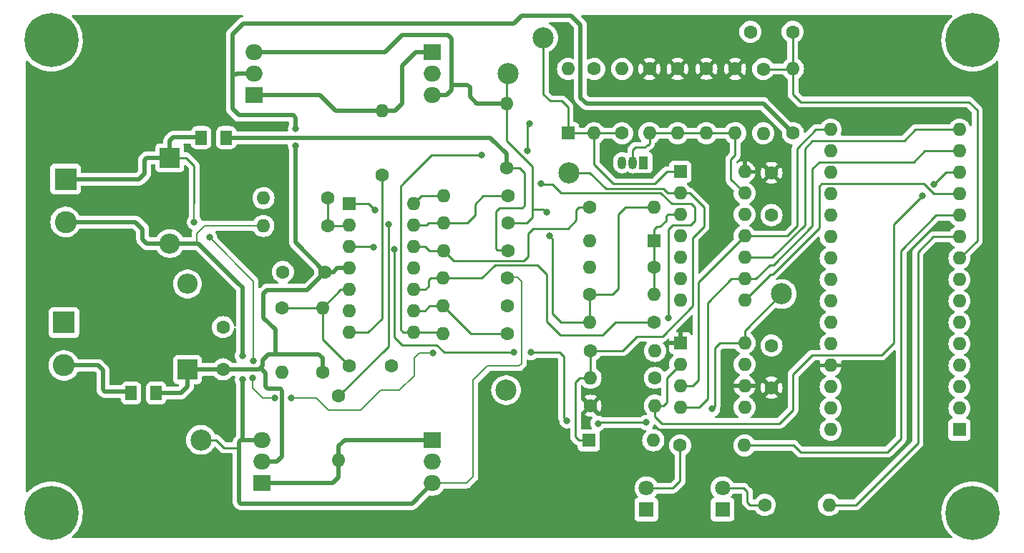
<source format=gbr>
%TF.GenerationSoftware,KiCad,Pcbnew,7.0.1*%
%TF.CreationDate,2023-08-13T16:19:12-06:00*%
%TF.ProjectId,USB_curve_tracer,5553425f-6375-4727-9665-5f7472616365,2*%
%TF.SameCoordinates,Original*%
%TF.FileFunction,Copper,L1,Top*%
%TF.FilePolarity,Positive*%
%FSLAX46Y46*%
G04 Gerber Fmt 4.6, Leading zero omitted, Abs format (unit mm)*
G04 Created by KiCad (PCBNEW 7.0.1) date 2023-08-13 16:19:12*
%MOMM*%
%LPD*%
G01*
G04 APERTURE LIST*
G04 Aperture macros list*
%AMRoundRect*
0 Rectangle with rounded corners*
0 $1 Rounding radius*
0 $2 $3 $4 $5 $6 $7 $8 $9 X,Y pos of 4 corners*
0 Add a 4 corners polygon primitive as box body*
4,1,4,$2,$3,$4,$5,$6,$7,$8,$9,$2,$3,0*
0 Add four circle primitives for the rounded corners*
1,1,$1+$1,$2,$3*
1,1,$1+$1,$4,$5*
1,1,$1+$1,$6,$7*
1,1,$1+$1,$8,$9*
0 Add four rect primitives between the rounded corners*
20,1,$1+$1,$2,$3,$4,$5,0*
20,1,$1+$1,$4,$5,$6,$7,0*
20,1,$1+$1,$6,$7,$8,$9,0*
20,1,$1+$1,$8,$9,$2,$3,0*%
G04 Aperture macros list end*
%TA.AperFunction,ComponentPad*%
%ADD10C,1.600000*%
%TD*%
%TA.AperFunction,ComponentPad*%
%ADD11O,1.600000X1.600000*%
%TD*%
%TA.AperFunction,ComponentPad*%
%ADD12C,2.500000*%
%TD*%
%TA.AperFunction,ComponentPad*%
%ADD13R,1.600000X1.600000*%
%TD*%
%TA.AperFunction,ComponentPad*%
%ADD14R,2.400000X2.400000*%
%TD*%
%TA.AperFunction,ComponentPad*%
%ADD15O,2.400000X2.400000*%
%TD*%
%TA.AperFunction,ComponentPad*%
%ADD16R,2.000000X1.905000*%
%TD*%
%TA.AperFunction,ComponentPad*%
%ADD17O,2.000000X1.905000*%
%TD*%
%TA.AperFunction,ComponentPad*%
%ADD18C,0.800000*%
%TD*%
%TA.AperFunction,ComponentPad*%
%ADD19C,6.400000*%
%TD*%
%TA.AperFunction,ComponentPad*%
%ADD20R,2.600000X2.600000*%
%TD*%
%TA.AperFunction,ComponentPad*%
%ADD21C,2.600000*%
%TD*%
%TA.AperFunction,ComponentPad*%
%ADD22R,1.800000X1.800000*%
%TD*%
%TA.AperFunction,ComponentPad*%
%ADD23C,1.800000*%
%TD*%
%TA.AperFunction,SMDPad,CuDef*%
%ADD24RoundRect,0.250001X-0.462499X-0.624999X0.462499X-0.624999X0.462499X0.624999X-0.462499X0.624999X0*%
%TD*%
%TA.AperFunction,ComponentPad*%
%ADD25R,1.050000X1.500000*%
%TD*%
%TA.AperFunction,ComponentPad*%
%ADD26O,1.050000X1.500000*%
%TD*%
%TA.AperFunction,ViaPad*%
%ADD27C,0.800000*%
%TD*%
%TA.AperFunction,Conductor*%
%ADD28C,0.250000*%
%TD*%
%TA.AperFunction,Conductor*%
%ADD29C,0.500000*%
%TD*%
%TA.AperFunction,Conductor*%
%ADD30C,0.200000*%
%TD*%
G04 APERTURE END LIST*
D10*
%TO.P,R25,1*%
%TO.N,+5V*%
X164492056Y-76382944D03*
D11*
%TO.P,R25,2*%
%TO.N,Net-(U3-Vref)*%
X164492056Y-84002944D03*
%TD*%
D10*
%TO.P,R1,1*%
%TO.N,+5V*%
X150790000Y-116300000D03*
D11*
%TO.P,R1,2*%
%TO.N,Net-(A1-D10)*%
X158410000Y-116300000D03*
%TD*%
D10*
%TO.P,R28,1*%
%TO.N,/IV_Variation/DUT_I*%
X150790000Y-109800000D03*
D11*
%TO.P,R28,2*%
%TO.N,GND*%
X158410000Y-109800000D03*
%TD*%
D12*
%TO.P,TP1,1,1*%
%TO.N,/IV_Variation/DUT+*%
X104697056Y-120352944D03*
%TD*%
D13*
%TO.P,D5,1,K*%
%TO.N,/IV_Variation/V{slash}4*%
X158310000Y-96800000D03*
D11*
%TO.P,D5,2,A*%
%TO.N,GND*%
X150690000Y-96800000D03*
%TD*%
D14*
%TO.P,D2,1,A1*%
%TO.N,/IV_Variation/DUT-*%
X100997056Y-86917944D03*
D15*
%TO.P,D2,2,A2*%
%TO.N,/IV_Variation/DUT+*%
X100997056Y-97077944D03*
%TD*%
D10*
%TO.P,R12,1*%
%TO.N,Net-(D7-A)*%
X171397056Y-128067944D03*
D11*
%TO.P,R12,2*%
%TO.N,Net-(A1-D7)*%
X179017056Y-128067944D03*
%TD*%
D13*
%TO.P,D3,1,K*%
%TO.N,/IV_Variation/DUT_V*%
X148127056Y-84017944D03*
D11*
%TO.P,D3,2,A*%
%TO.N,GND*%
X148127056Y-76397944D03*
%TD*%
D12*
%TO.P,TP3,1,1*%
%TO.N,/IV_Variation/DUT_I*%
X148200000Y-88700000D03*
%TD*%
D16*
%TO.P,Q5,1,G*%
%TO.N,Net-(Q5-G)*%
X111942056Y-125492944D03*
D17*
%TO.P,Q5,2,D*%
%TO.N,+12V*%
X111942056Y-122952944D03*
%TO.P,Q5,3,S*%
%TO.N,/IV_Variation/DUT+*%
X111942056Y-120412944D03*
%TD*%
D10*
%TO.P,R20,1*%
%TO.N,/IV_Variation/DUT_V*%
X154527056Y-84017944D03*
D11*
%TO.P,R20,2*%
%TO.N,GND*%
X154527056Y-76397944D03*
%TD*%
D13*
%TO.P,U1,1,Vdd*%
%TO.N,+5V*%
X161397056Y-108872944D03*
D11*
%TO.P,U1,2,~{CS}*%
%TO.N,Net-(A1-D10)*%
X161397056Y-111412944D03*
%TO.P,U1,3,SCK*%
%TO.N,Net-(A1-D13)*%
X161397056Y-113952944D03*
%TO.P,U1,4,SDI*%
%TO.N,Net-(A1-D11)*%
X161397056Y-116492944D03*
%TO.P,U1,5,~{LDAC}*%
%TO.N,GND*%
X169017056Y-116492944D03*
%TO.P,U1,6,Vref*%
%TO.N,+5V*%
X169017056Y-113952944D03*
%TO.P,U1,7,Vss*%
%TO.N,GND*%
X169017056Y-111412944D03*
%TO.P,U1,8,Vout*%
%TO.N,/IV_Variation/VADJ*%
X169017056Y-108872944D03*
%TD*%
D13*
%TO.P,D4,1,K*%
%TO.N,/IV_Variation/DUT_I*%
X150590000Y-120400000D03*
D11*
%TO.P,D4,2,A*%
%TO.N,GND*%
X158210000Y-120400000D03*
%TD*%
D18*
%TO.P,H2,1,1*%
%TO.N,GND*%
X193600000Y-73000000D03*
X194302944Y-71302944D03*
X194302944Y-74697056D03*
X196000000Y-70600000D03*
D19*
X196000000Y-73000000D03*
D18*
X196000000Y-75400000D03*
X197697056Y-71302944D03*
X197697056Y-74697056D03*
X198400000Y-73000000D03*
%TD*%
D10*
%TO.P,R14,1*%
%TO.N,Net-(U2C--)*%
X140967056Y-107797944D03*
D11*
%TO.P,R14,2*%
%TO.N,Net-(R14-Pad2)*%
X133347056Y-107797944D03*
%TD*%
D10*
%TO.P,R22,1*%
%TO.N,Net-(A1-D6)*%
X171227056Y-76407944D03*
D11*
%TO.P,R22,2*%
%TO.N,GND*%
X171227056Y-84027944D03*
%TD*%
D18*
%TO.P,H1,1,1*%
%TO.N,GND*%
X84600000Y-73000000D03*
X85302944Y-71302944D03*
X85302944Y-74697056D03*
X87000000Y-70600000D03*
D19*
X87000000Y-73000000D03*
D18*
X87000000Y-75400000D03*
X88697056Y-71302944D03*
X88697056Y-74697056D03*
X89400000Y-73000000D03*
%TD*%
D10*
%TO.P,R27,1*%
%TO.N,+5V*%
X157762056Y-76387944D03*
D11*
%TO.P,R27,2*%
%TO.N,Net-(U3-Vref)*%
X157762056Y-84007944D03*
%TD*%
D16*
%TO.P,Q1,1,G*%
%TO.N,Net-(Q1-G)*%
X110942056Y-79492944D03*
D17*
%TO.P,Q1,2,D*%
%TO.N,+12V*%
X110942056Y-76952944D03*
%TO.P,Q1,3,S*%
%TO.N,V{slash}2*%
X110942056Y-74412944D03*
%TD*%
D10*
%TO.P,R2,1*%
%TO.N,+12V*%
X119067056Y-112307944D03*
D11*
%TO.P,R2,2*%
%TO.N,Net-(U2B-+)*%
X119067056Y-104687944D03*
%TD*%
D10*
%TO.P,R11,1*%
%TO.N,Net-(D6-A)*%
X161390000Y-121000000D03*
D11*
%TO.P,R11,2*%
%TO.N,Net-(A1-D8)*%
X169010000Y-121000000D03*
%TD*%
D20*
%TO.P,J2,1,Pin_1*%
%TO.N,GND*%
X88470169Y-106453452D03*
D21*
%TO.P,J2,2,Pin_2*%
%TO.N,Net-(J2-Pin_2)*%
X88470169Y-111533452D03*
%TD*%
D16*
%TO.P,Q2,1,G*%
%TO.N,Net-(Q1-G)*%
X132052056Y-74412944D03*
D17*
%TO.P,Q2,2,D*%
%TO.N,GND*%
X132052056Y-76952944D03*
%TO.P,Q2,3,S*%
%TO.N,V{slash}2*%
X132052056Y-79492944D03*
%TD*%
D10*
%TO.P,R5,1*%
%TO.N,Net-(R14-Pad2)*%
X151227056Y-76397944D03*
D11*
%TO.P,R5,2*%
%TO.N,/IV_Variation/DUT_V*%
X151227056Y-84017944D03*
%TD*%
D10*
%TO.P,C2,1*%
%TO.N,Net-(A1-D6)*%
X174700000Y-72000000D03*
%TO.P,C2,2*%
%TO.N,GND*%
X169700000Y-72000000D03*
%TD*%
D20*
%TO.P,J1,1,Pin_1*%
%TO.N,/IV_Variation/DUT-*%
X88677669Y-89453452D03*
D21*
%TO.P,J1,2,Pin_2*%
%TO.N,/IV_Variation/DUT+*%
X88677669Y-94533452D03*
%TD*%
D13*
%TO.P,U3,1,CH0*%
%TO.N,/IV_Variation/DUT_V*%
X161397056Y-88587944D03*
D11*
%TO.P,U3,2,CH1*%
%TO.N,/IV_Variation/DUT_I*%
X161397056Y-91127944D03*
%TO.P,U3,3,CH2*%
%TO.N,/IV_Variation/V{slash}4*%
X161397056Y-93667944D03*
%TO.P,U3,4,CH3*%
%TO.N,unconnected-(U3-CH3-Pad4)*%
X161397056Y-96207944D03*
%TO.P,U3,5,NC*%
%TO.N,unconnected-(U3-NC-Pad5)*%
X161397056Y-98747944D03*
%TO.P,U3,6,NC*%
%TO.N,unconnected-(U3-NC-Pad6)*%
X161397056Y-101287944D03*
%TO.P,U3,7,DGND*%
%TO.N,GND*%
X161397056Y-103827944D03*
%TO.P,U3,8,~{CS}/SHDN*%
%TO.N,Net-(A1-D9)*%
X169017056Y-103827944D03*
%TO.P,U3,9,Din*%
%TO.N,Net-(A1-D11)*%
X169017056Y-101287944D03*
%TO.P,U3,10,Dout*%
%TO.N,Net-(A1-D12)*%
X169017056Y-98747944D03*
%TO.P,U3,11,CLK*%
%TO.N,Net-(A1-D13)*%
X169017056Y-96207944D03*
%TO.P,U3,12,AGND*%
%TO.N,GND*%
X169017056Y-93667944D03*
%TO.P,U3,13,Vref*%
%TO.N,Net-(U3-Vref)*%
X169017056Y-91127944D03*
%TO.P,U3,14,Vdd*%
%TO.N,+5V*%
X169017056Y-88587944D03*
%TD*%
D10*
%TO.P,C3,1*%
%TO.N,+12V*%
X107297056Y-111997944D03*
%TO.P,C3,2*%
%TO.N,GND*%
X107297056Y-106997944D03*
%TD*%
D22*
%TO.P,D6,1,K*%
%TO.N,GND*%
X157397056Y-128607944D03*
D23*
%TO.P,D6,2,A*%
%TO.N,Net-(D6-A)*%
X157397056Y-126067944D03*
%TD*%
D24*
%TO.P,F1,1*%
%TO.N,Net-(J2-Pin_2)*%
X96412500Y-114800000D03*
%TO.P,F1,2*%
%TO.N,+12V*%
X99387500Y-114800000D03*
%TD*%
D10*
%TO.P,C5,1*%
%TO.N,+5V*%
X172197056Y-88712944D03*
%TO.P,C5,2*%
%TO.N,GND*%
X172197056Y-93712944D03*
%TD*%
%TO.P,R17,1*%
%TO.N,Net-(U2C-+)*%
X158310000Y-106400000D03*
D11*
%TO.P,R17,2*%
%TO.N,V{slash}2*%
X150690000Y-106400000D03*
%TD*%
D10*
%TO.P,C8,1*%
%TO.N,Net-(U2B-+)*%
X122267056Y-111612944D03*
%TO.P,C8,2*%
%TO.N,GND*%
X127267056Y-111612944D03*
%TD*%
%TO.P,R24,1*%
%TO.N,+5V*%
X167892056Y-76387944D03*
D11*
%TO.P,R24,2*%
%TO.N,Net-(U3-Vref)*%
X167892056Y-84007944D03*
%TD*%
D10*
%TO.P,R10,1*%
%TO.N,Net-(U2D-+)*%
X150690000Y-92800000D03*
D11*
%TO.P,R10,2*%
%TO.N,V{slash}2*%
X158310000Y-92800000D03*
%TD*%
D10*
%TO.P,R4,1*%
%TO.N,Net-(R4-Pad1)*%
X126097056Y-88972944D03*
D11*
%TO.P,R4,2*%
%TO.N,Net-(Q1-G)*%
X126097056Y-81352944D03*
%TD*%
D10*
%TO.P,R30,1*%
%TO.N,/IV_Variation/V{slash}4*%
X158310000Y-99900000D03*
D11*
%TO.P,R30,2*%
%TO.N,GND*%
X150690000Y-99900000D03*
%TD*%
D10*
%TO.P,R8,1*%
%TO.N,Net-(F2-Pad2)*%
X140997056Y-97952944D03*
D11*
%TO.P,R8,2*%
%TO.N,Net-(U2D-+)*%
X133377056Y-97952944D03*
%TD*%
D10*
%TO.P,R26,1*%
%TO.N,+5V*%
X161092056Y-76387944D03*
D11*
%TO.P,R26,2*%
%TO.N,Net-(U3-Vref)*%
X161092056Y-84007944D03*
%TD*%
D18*
%TO.P,H4,1,1*%
%TO.N,GND*%
X193600000Y-129000000D03*
X194302944Y-127302944D03*
X194302944Y-130697056D03*
X196000000Y-126600000D03*
D19*
X196000000Y-129000000D03*
D18*
X196000000Y-131400000D03*
X197697056Y-127302944D03*
X197697056Y-130697056D03*
X198400000Y-129000000D03*
%TD*%
D10*
%TO.P,R21,1*%
%TO.N,+12V*%
X174727056Y-84007944D03*
D11*
%TO.P,R21,2*%
%TO.N,Net-(A1-D6)*%
X174727056Y-76387944D03*
%TD*%
D10*
%TO.P,R15,1*%
%TO.N,/IV_Variation/DUT-*%
X140967056Y-104497944D03*
D11*
%TO.P,R15,2*%
%TO.N,Net-(U2C--)*%
X133347056Y-104497944D03*
%TD*%
D10*
%TO.P,R16,1*%
%TO.N,/IV_Variation/DUT+*%
X140967056Y-101197944D03*
D11*
%TO.P,R16,2*%
%TO.N,Net-(U2C-+)*%
X133347056Y-101197944D03*
%TD*%
D12*
%TO.P,TP4,1,1*%
%TO.N,/IV_Variation/DUT_V*%
X145200000Y-72700000D03*
%TD*%
D13*
%TO.P,A1,1,D1/TX*%
%TO.N,unconnected-(A1-D1{slash}TX-Pad1)*%
X194437056Y-119152944D03*
D11*
%TO.P,A1,2,D0/RX*%
%TO.N,unconnected-(A1-D0{slash}RX-Pad2)*%
X194437056Y-116612944D03*
%TO.P,A1,3,~{RESET}*%
%TO.N,unconnected-(A1-~{RESET}-Pad3)*%
X194437056Y-114072944D03*
%TO.P,A1,4,GND*%
%TO.N,GND*%
X194437056Y-111532944D03*
%TO.P,A1,5,D2*%
%TO.N,unconnected-(A1-D2-Pad5)*%
X194437056Y-108992944D03*
%TO.P,A1,6,D3*%
%TO.N,unconnected-(A1-D3-Pad6)*%
X194437056Y-106452944D03*
%TO.P,A1,7,D4*%
%TO.N,unconnected-(A1-D4-Pad7)*%
X194437056Y-103912944D03*
%TO.P,A1,8,D5*%
%TO.N,unconnected-(A1-D5-Pad8)*%
X194437056Y-101372944D03*
%TO.P,A1,9,D6*%
%TO.N,Net-(A1-D6)*%
X194437056Y-98832944D03*
%TO.P,A1,10,D7*%
%TO.N,Net-(A1-D7)*%
X194437056Y-96292944D03*
%TO.P,A1,11,D8*%
%TO.N,Net-(A1-D8)*%
X194437056Y-93752944D03*
%TO.P,A1,12,D9*%
%TO.N,Net-(A1-D9)*%
X194437056Y-91212944D03*
%TO.P,A1,13,D10*%
%TO.N,Net-(A1-D10)*%
X194437056Y-88672944D03*
%TO.P,A1,14,D11*%
%TO.N,Net-(A1-D11)*%
X194437056Y-86132944D03*
%TO.P,A1,15,D12*%
%TO.N,Net-(A1-D12)*%
X194437056Y-83592944D03*
%TO.P,A1,16,D13*%
%TO.N,Net-(A1-D13)*%
X179197056Y-83592944D03*
%TO.P,A1,17,3V3*%
%TO.N,unconnected-(A1-3V3-Pad17)*%
X179197056Y-86132944D03*
%TO.P,A1,18,AREF*%
%TO.N,unconnected-(A1-AREF-Pad18)*%
X179197056Y-88672944D03*
%TO.P,A1,19,A0*%
%TO.N,unconnected-(A1-A0-Pad19)*%
X179197056Y-91212944D03*
%TO.P,A1,20,A1*%
%TO.N,unconnected-(A1-A1-Pad20)*%
X179197056Y-93752944D03*
%TO.P,A1,21,A2*%
%TO.N,unconnected-(A1-A2-Pad21)*%
X179197056Y-96292944D03*
%TO.P,A1,22,A3*%
%TO.N,unconnected-(A1-A3-Pad22)*%
X179197056Y-98832944D03*
%TO.P,A1,23,A4*%
%TO.N,unconnected-(A1-A4-Pad23)*%
X179197056Y-101372944D03*
%TO.P,A1,24,A5*%
%TO.N,unconnected-(A1-A5-Pad24)*%
X179197056Y-103912944D03*
%TO.P,A1,25,A6*%
%TO.N,unconnected-(A1-A6-Pad25)*%
X179197056Y-106452944D03*
%TO.P,A1,26,A7*%
%TO.N,unconnected-(A1-A7-Pad26)*%
X179197056Y-108992944D03*
%TO.P,A1,27,+5V*%
%TO.N,+5V*%
X179197056Y-111532944D03*
%TO.P,A1,28,~{RESET}*%
%TO.N,unconnected-(A1-~{RESET}-Pad28)*%
X179197056Y-114072944D03*
%TO.P,A1,29,GND*%
%TO.N,GND*%
X179197056Y-116612944D03*
%TO.P,A1,30,VIN*%
%TO.N,unconnected-(A1-VIN-Pad30)*%
X179197056Y-119152944D03*
%TD*%
D14*
%TO.P,D1,1,K*%
%TO.N,+12V*%
X103097056Y-112032944D03*
D15*
%TO.P,D1,2,A*%
%TO.N,GND*%
X103097056Y-101872944D03*
%TD*%
D25*
%TO.P,U4,1*%
%TO.N,N/C*%
X157070000Y-87500000D03*
D26*
%TO.P,U4,2,K*%
%TO.N,Net-(U3-Vref)*%
X155800000Y-87500000D03*
%TO.P,U4,3,A*%
%TO.N,GND*%
X154530000Y-87500000D03*
%TD*%
D12*
%TO.P,TP2,1,1*%
%TO.N,V{slash}2*%
X140997056Y-76952944D03*
%TD*%
D10*
%TO.P,C1,1*%
%TO.N,+5V*%
X172197056Y-114172944D03*
%TO.P,C1,2*%
%TO.N,GND*%
X172197056Y-109172944D03*
%TD*%
D18*
%TO.P,H3,1,1*%
%TO.N,GND*%
X84600000Y-129000000D03*
X85302944Y-127302944D03*
X85302944Y-130697056D03*
X87000000Y-126600000D03*
D19*
X87000000Y-129000000D03*
D18*
X87000000Y-131400000D03*
X88697056Y-127302944D03*
X88697056Y-130697056D03*
X89400000Y-129000000D03*
%TD*%
D10*
%TO.P,R19,1*%
%TO.N,Net-(U2D--)*%
X140997056Y-91452944D03*
D11*
%TO.P,R19,2*%
%TO.N,Net-(R19-Pad2)*%
X133377056Y-91452944D03*
%TD*%
D16*
%TO.P,Q6,1,G*%
%TO.N,Net-(Q5-G)*%
X132052056Y-120412944D03*
D17*
%TO.P,Q6,2,D*%
%TO.N,GND*%
X132052056Y-122952944D03*
%TO.P,Q6,3,S*%
%TO.N,/IV_Variation/DUT+*%
X132052056Y-125492944D03*
%TD*%
D10*
%TO.P,R13,1*%
%TO.N,Net-(F2-Pad2)*%
X140867056Y-88112944D03*
D11*
%TO.P,R13,2*%
%TO.N,V{slash}2*%
X140867056Y-80492944D03*
%TD*%
D10*
%TO.P,R29,1*%
%TO.N,V{slash}2*%
X150660000Y-103105000D03*
D11*
%TO.P,R29,2*%
%TO.N,/IV_Variation/V{slash}4*%
X158280000Y-103105000D03*
%TD*%
D10*
%TO.P,R23,1*%
%TO.N,Net-(R19-Pad2)*%
X158400000Y-113000000D03*
D11*
%TO.P,R23,2*%
%TO.N,/IV_Variation/DUT_I*%
X150780000Y-113000000D03*
%TD*%
D10*
%TO.P,R18,1*%
%TO.N,V{slash}2*%
X140987056Y-94652944D03*
D11*
%TO.P,R18,2*%
%TO.N,Net-(U2D--)*%
X133367056Y-94652944D03*
%TD*%
D24*
%TO.P,F2,1*%
%TO.N,/IV_Variation/DUT-*%
X104709556Y-84552944D03*
%TO.P,F2,2*%
%TO.N,Net-(F2-Pad2)*%
X107684556Y-84552944D03*
%TD*%
D22*
%TO.P,D7,1,K*%
%TO.N,GND*%
X166397056Y-128607944D03*
D23*
%TO.P,D7,2,A*%
%TO.N,Net-(D7-A)*%
X166397056Y-126067944D03*
%TD*%
D10*
%TO.P,R9,1*%
%TO.N,Net-(R9-Pad1)*%
X120997056Y-115142944D03*
D11*
%TO.P,R9,2*%
%TO.N,Net-(Q5-G)*%
X120997056Y-122762944D03*
%TD*%
D10*
%TO.P,C4,1*%
%TO.N,+12V*%
X119387056Y-100452944D03*
%TO.P,C4,2*%
%TO.N,GND*%
X114387056Y-100452944D03*
%TD*%
D13*
%TO.P,U2,1*%
%TO.N,Net-(R9-Pad1)*%
X122267056Y-92372944D03*
D11*
%TO.P,U2,2,-*%
%TO.N,Net-(U2A--)*%
X122267056Y-94912944D03*
%TO.P,U2,3,+*%
%TO.N,/IV_Variation/VADJ*%
X122267056Y-97452944D03*
%TO.P,U2,4,V+*%
%TO.N,+12V*%
X122267056Y-99992944D03*
%TO.P,U2,5,+*%
%TO.N,Net-(U2B-+)*%
X122267056Y-102532944D03*
%TO.P,U2,6,-*%
%TO.N,V{slash}2*%
X122267056Y-105072944D03*
%TO.P,U2,7*%
%TO.N,Net-(R4-Pad1)*%
X122267056Y-107612944D03*
%TO.P,U2,8*%
%TO.N,Net-(R14-Pad2)*%
X129887056Y-107612944D03*
%TO.P,U2,9,-*%
%TO.N,Net-(U2C--)*%
X129887056Y-105072944D03*
%TO.P,U2,10,+*%
%TO.N,Net-(U2C-+)*%
X129887056Y-102532944D03*
%TO.P,U2,11,V-*%
%TO.N,GND*%
X129887056Y-99992944D03*
%TO.P,U2,12,+*%
%TO.N,Net-(U2D-+)*%
X129887056Y-97452944D03*
%TO.P,U2,13,-*%
%TO.N,Net-(U2D--)*%
X129887056Y-94912944D03*
%TO.P,U2,14*%
%TO.N,Net-(R19-Pad2)*%
X129887056Y-92372944D03*
%TD*%
D12*
%TO.P,TP5,1,1*%
%TO.N,/IV_Variation/DUT-*%
X140797056Y-114452944D03*
%TD*%
%TO.P,TP6,1,1*%
%TO.N,/IV_Variation/VADJ*%
X173397056Y-103067944D03*
%TD*%
D10*
%TO.P,R7,1*%
%TO.N,Net-(U2A--)*%
X119710000Y-91700000D03*
D11*
%TO.P,R7,2*%
%TO.N,GND*%
X112090000Y-91700000D03*
%TD*%
D10*
%TO.P,R3,1*%
%TO.N,Net-(U2B-+)*%
X114297056Y-104687944D03*
D11*
%TO.P,R3,2*%
%TO.N,GND*%
X114297056Y-112307944D03*
%TD*%
D10*
%TO.P,R6,1*%
%TO.N,Net-(U2A--)*%
X119687056Y-94997944D03*
D11*
%TO.P,R6,2*%
%TO.N,/IV_Variation/DUT+*%
X112067056Y-94997944D03*
%TD*%
D27*
%TO.N,+5V*%
X153000000Y-116500000D03*
X175300000Y-109900000D03*
X176400000Y-112800000D03*
X173900000Y-85900000D03*
X152300000Y-123200000D03*
X177000000Y-82500000D03*
%TO.N,Net-(A1-D10)*%
X190027056Y-91407944D03*
X191427056Y-90107944D03*
%TO.N,+12V*%
X115900000Y-83500000D03*
X115900000Y-85500000D03*
%TO.N,/IV_Variation/DUT-*%
X113450500Y-115405874D03*
X115397056Y-115352944D03*
X132097056Y-110052944D03*
X110895617Y-110996321D03*
X105697056Y-96352944D03*
X103897056Y-94552944D03*
X110772757Y-113036121D03*
%TO.N,/IV_Variation/DUT+*%
X109600000Y-110400000D03*
X109600000Y-113200000D03*
%TO.N,V{slash}2*%
X145600000Y-93400000D03*
X145900000Y-96200000D03*
%TO.N,Net-(R9-Pad1)*%
X125297056Y-93152944D03*
X126897056Y-94852944D03*
%TO.N,Net-(R14-Pad2)*%
X137900000Y-86600000D03*
X143300000Y-86100000D03*
X143600000Y-82900000D03*
%TO.N,/IV_Variation/VADJ*%
X165200000Y-116700000D03*
X141700000Y-110000000D03*
X157400000Y-118300000D03*
X148000000Y-118100000D03*
X125100000Y-97500000D03*
X151700000Y-118400000D03*
X127575500Y-97806466D03*
X143700000Y-110000000D03*
%TO.N,Net-(R19-Pad2)*%
X144900000Y-90000000D03*
X160000000Y-105900000D03*
%TD*%
D28*
%TO.N,Net-(A1-D6)*%
X174727056Y-79407944D02*
X175627056Y-80307944D01*
X195527056Y-80307944D02*
X196527056Y-81307944D01*
X175627056Y-80307944D02*
X195527056Y-80307944D01*
X196527056Y-96742944D02*
X194437056Y-98832944D01*
X174707056Y-76407944D02*
X174727056Y-76387944D01*
X196527056Y-81307944D02*
X196527056Y-96742944D01*
X174700000Y-76360888D02*
X174727056Y-76387944D01*
X171227056Y-76407944D02*
X174707056Y-76407944D01*
X174727056Y-76387944D02*
X174727056Y-79407944D01*
X174700000Y-72000000D02*
X174700000Y-76360888D01*
%TO.N,Net-(A1-D7)*%
X182167056Y-128067944D02*
X189527056Y-120707944D01*
X189527056Y-98107944D02*
X191342056Y-96292944D01*
X191342056Y-96292944D02*
X194437056Y-96292944D01*
X189527056Y-120707944D02*
X189527056Y-98107944D01*
X179017056Y-128067944D02*
X182167056Y-128067944D01*
%TO.N,Net-(A1-D8)*%
X174819112Y-121000000D02*
X175627056Y-121807944D01*
X169010000Y-121000000D02*
X174819112Y-121000000D01*
X175627056Y-121807944D02*
X185927056Y-121807944D01*
X185927056Y-121807944D02*
X187527056Y-120207944D01*
X187527056Y-97907944D02*
X191682056Y-93752944D01*
X191682056Y-93752944D02*
X194437056Y-93752944D01*
X187527056Y-120207944D02*
X187527056Y-97907944D01*
%TO.N,Net-(A1-D9)*%
X177827056Y-90307944D02*
X178127056Y-90007944D01*
X177827056Y-95207944D02*
X177827056Y-90307944D01*
X190227056Y-90007944D02*
X191432056Y-91212944D01*
X172127056Y-100707944D02*
X172327056Y-100707944D01*
X178127056Y-90007944D02*
X190227056Y-90007944D01*
X172127056Y-100717944D02*
X172127056Y-100707944D01*
X169017056Y-103827944D02*
X172127056Y-100717944D01*
X191432056Y-91212944D02*
X194437056Y-91212944D01*
X172327056Y-100707944D02*
X177827056Y-95207944D01*
%TO.N,Net-(A1-D10)*%
X158410000Y-117610000D02*
X159200000Y-118400000D01*
X185227056Y-110307944D02*
X177027056Y-110307944D01*
X174727056Y-112607944D02*
X174727056Y-116807944D01*
X186627056Y-108907944D02*
X185227056Y-110307944D01*
X159800000Y-113010000D02*
X161397056Y-111412944D01*
X158410000Y-116300000D02*
X158410000Y-117610000D01*
X173127056Y-118407944D02*
X160027056Y-118407944D01*
X186627056Y-94807944D02*
X186627056Y-108907944D01*
X159200000Y-118400000D02*
X160019112Y-118400000D01*
X192862056Y-88672944D02*
X194437056Y-88672944D01*
X158410000Y-116300000D02*
X159400000Y-116300000D01*
X177027056Y-110307944D02*
X174727056Y-112607944D01*
X174727056Y-116807944D02*
X173127056Y-118407944D01*
X160019112Y-118400000D02*
X160027056Y-118407944D01*
X190027056Y-91407944D02*
X186627056Y-94807944D01*
X159800000Y-115900000D02*
X159800000Y-113010000D01*
X191427056Y-90107944D02*
X192862056Y-88672944D01*
X159400000Y-116300000D02*
X159800000Y-115900000D01*
%TO.N,Net-(A1-D11)*%
X170347056Y-101287944D02*
X172027056Y-99607944D01*
X164627056Y-115507944D02*
X164627056Y-104107944D01*
X177827056Y-87407944D02*
X189027056Y-87407944D01*
X172427056Y-99607944D02*
X177027056Y-95007944D01*
X189027056Y-87407944D02*
X190302056Y-86132944D01*
X164627056Y-104107944D02*
X167447056Y-101287944D01*
X172027056Y-99607944D02*
X172427056Y-99607944D01*
X177027056Y-88207944D02*
X177827056Y-87407944D01*
X163642056Y-116492944D02*
X164627056Y-115507944D01*
X169017056Y-101287944D02*
X170347056Y-101287944D01*
X167447056Y-101287944D02*
X169017056Y-101287944D01*
X190302056Y-86132944D02*
X194437056Y-86132944D01*
X161397056Y-116492944D02*
X163642056Y-116492944D01*
X177027056Y-95007944D02*
X177027056Y-88207944D01*
D29*
%TO.N,+12V*%
X115900000Y-96965888D02*
X119387056Y-100452944D01*
X108400000Y-77000000D02*
X108400000Y-72300000D01*
X114300000Y-122300000D02*
X113647056Y-122952944D01*
X118600000Y-110200000D02*
X119067056Y-110667056D01*
X112100000Y-105900000D02*
X112100000Y-103000000D01*
X150300000Y-80500000D02*
X171219112Y-80500000D01*
X112100000Y-103000000D02*
X112500000Y-102600000D01*
X114300000Y-114500000D02*
X114300000Y-122300000D01*
X113647056Y-122952944D02*
X111942056Y-122952944D01*
X120807056Y-99992944D02*
X122267056Y-99992944D01*
X112000000Y-111600000D02*
X112000000Y-110900000D01*
X109700000Y-71000000D02*
X141700000Y-71000000D01*
X111750000Y-111850000D02*
X112300000Y-112400000D01*
X112300000Y-112400000D02*
X112300000Y-114000000D01*
X149600000Y-79800000D02*
X150300000Y-80500000D01*
X141700000Y-71000000D02*
X142600000Y-70100000D01*
X112300000Y-114000000D02*
X112600000Y-114300000D01*
X108400000Y-78200000D02*
X108400000Y-81100000D01*
X115900000Y-82200000D02*
X115900000Y-83500000D01*
X114100000Y-114300000D02*
X114300000Y-114500000D01*
X111750000Y-111850000D02*
X112000000Y-111600000D01*
X108400000Y-78200000D02*
X108400000Y-77000000D01*
X103097056Y-112032944D02*
X107262056Y-112032944D01*
X120347056Y-100452944D02*
X120807056Y-99992944D01*
X112600000Y-114300000D02*
X114100000Y-114300000D01*
X113500000Y-110200000D02*
X118600000Y-110200000D01*
X113000000Y-81900000D02*
X115600000Y-81900000D01*
X108400000Y-72300000D02*
X109700000Y-71000000D01*
X108900000Y-77000000D02*
X108400000Y-77000000D01*
X115600000Y-81900000D02*
X115900000Y-82200000D01*
X108600000Y-81300000D02*
X109200000Y-81900000D01*
X112700000Y-110200000D02*
X113500000Y-110200000D01*
X171219112Y-80500000D02*
X174727056Y-84007944D01*
X107297056Y-111997944D02*
X111602056Y-111997944D01*
X110942056Y-76952944D02*
X108947056Y-76952944D01*
X112000000Y-110900000D02*
X112700000Y-110200000D01*
X119387056Y-100452944D02*
X120347056Y-100452944D01*
X117240000Y-102600000D02*
X119387056Y-100452944D01*
X108400000Y-81100000D02*
X108600000Y-81300000D01*
X113500000Y-110200000D02*
X113500000Y-107300000D01*
X112500000Y-102600000D02*
X117240000Y-102600000D01*
X111602056Y-111997944D02*
X111750000Y-111850000D01*
X148500000Y-70100000D02*
X149600000Y-71200000D01*
X142600000Y-70100000D02*
X148500000Y-70100000D01*
X103097056Y-114002944D02*
X103097056Y-112032944D01*
X109200000Y-81900000D02*
X113000000Y-81900000D01*
X102300000Y-114800000D02*
X103097056Y-114002944D01*
X113500000Y-107300000D02*
X112100000Y-105900000D01*
X119067056Y-110667056D02*
X119067056Y-112307944D01*
X107262056Y-112032944D02*
X107297056Y-111997944D01*
X108947056Y-76952944D02*
X108900000Y-77000000D01*
X115900000Y-85500000D02*
X115900000Y-96965888D01*
X99387500Y-114800000D02*
X102300000Y-114800000D01*
X149600000Y-71200000D02*
X149600000Y-79800000D01*
D28*
%TO.N,Net-(A1-D12)*%
X177027056Y-84907944D02*
X187927056Y-84907944D01*
X169017056Y-98747944D02*
X172287056Y-98747944D01*
X176127056Y-94907944D02*
X176127056Y-85807944D01*
X189242056Y-83592944D02*
X194437056Y-83592944D01*
X172287056Y-98747944D02*
X176127056Y-94907944D01*
X176127056Y-85807944D02*
X177027056Y-84907944D01*
X187927056Y-84907944D02*
X189242056Y-83592944D01*
%TO.N,Net-(A1-D13)*%
X177442056Y-83592944D02*
X175227056Y-85807944D01*
X161397056Y-113952944D02*
X162882056Y-113952944D01*
X169017056Y-96207944D02*
X174027056Y-96207944D01*
X179197056Y-83592944D02*
X177442056Y-83592944D01*
X175227056Y-85807944D02*
X175227056Y-95007944D01*
X174027056Y-96207944D02*
X175227056Y-95007944D01*
X163527056Y-101697944D02*
X169017056Y-96207944D01*
X162882056Y-113952944D02*
X163527056Y-113307944D01*
X163527056Y-113307944D02*
X163527056Y-101697944D01*
%TO.N,Net-(U2B-+)*%
X114297056Y-104687944D02*
X119067056Y-104687944D01*
X121222056Y-102532944D02*
X122267056Y-102532944D01*
X119067056Y-104687944D02*
X121222056Y-102532944D01*
X119067056Y-104687944D02*
X119067056Y-108412944D01*
X119067056Y-108412944D02*
X122267056Y-111612944D01*
%TO.N,/IV_Variation/DUT-*%
X103897056Y-87902944D02*
X103900000Y-87900000D01*
D30*
X132097056Y-110052944D02*
X130497056Y-110052944D01*
X110772757Y-114228645D02*
X111949986Y-115405874D01*
X119797056Y-116852944D02*
X118297056Y-115352944D01*
X123597056Y-116852944D02*
X119797056Y-116852944D01*
X129897056Y-110652944D02*
X129897056Y-112752944D01*
X129897056Y-112752944D02*
X128197056Y-114452944D01*
D28*
X102917944Y-86917944D02*
X103900000Y-87900000D01*
D30*
X110895617Y-101551505D02*
X110895617Y-110996321D01*
X103897056Y-92352944D02*
X103897056Y-94552944D01*
X125997056Y-114452944D02*
X123597056Y-116852944D01*
X111949986Y-115405874D02*
X113450500Y-115405874D01*
D29*
X100997056Y-84902944D02*
X101400000Y-84500000D01*
X98282056Y-86917944D02*
X100997056Y-86917944D01*
D30*
X110772757Y-113036121D02*
X110772757Y-114228645D01*
D29*
X97346548Y-89453452D02*
X98000000Y-88800000D01*
X98000000Y-87200000D02*
X98282056Y-86917944D01*
D30*
X118297056Y-115352944D02*
X115397056Y-115352944D01*
D28*
X103897056Y-92352944D02*
X103897056Y-87902944D01*
X100997056Y-86917944D02*
X102917944Y-86917944D01*
D29*
X101400000Y-84500000D02*
X104656612Y-84500000D01*
X98000000Y-88800000D02*
X98000000Y-87200000D01*
X88677669Y-89453452D02*
X97346548Y-89453452D01*
X100997056Y-86917944D02*
X100997056Y-84902944D01*
D30*
X105697056Y-96352944D02*
X110895617Y-101551505D01*
X130497056Y-110052944D02*
X129897056Y-110652944D01*
D29*
X104656612Y-84500000D02*
X104709556Y-84552944D01*
D30*
X128197056Y-114452944D02*
X125997056Y-114452944D01*
D29*
%TO.N,/IV_Variation/DUT+*%
X109600000Y-120412944D02*
X109387056Y-120412944D01*
D30*
X136900000Y-113300000D02*
X138600000Y-111600000D01*
D29*
X98300000Y-97100000D02*
X98322056Y-97077944D01*
X109387056Y-120412944D02*
X109200000Y-120600000D01*
X111942056Y-120412944D02*
X109600000Y-120412944D01*
D30*
X136107056Y-125492944D02*
X136900000Y-124700000D01*
X105102056Y-94997944D02*
X104200000Y-95900000D01*
D28*
X104697056Y-120352944D02*
X106452944Y-120352944D01*
D30*
X104200000Y-95900000D02*
X104200000Y-97077944D01*
X142100000Y-101100000D02*
X141065000Y-101100000D01*
D29*
X129645000Y-127900000D02*
X132052056Y-125492944D01*
D30*
X142600000Y-111300000D02*
X142600000Y-101600000D01*
X142300000Y-111600000D02*
X142600000Y-111300000D01*
D29*
X109600000Y-102300000D02*
X109600000Y-110400000D01*
D30*
X112067056Y-94997944D02*
X105102056Y-94997944D01*
D29*
X96933452Y-94533452D02*
X97800000Y-95400000D01*
D28*
X106452944Y-120352944D02*
X107400000Y-121300000D01*
D29*
X109200000Y-120600000D02*
X109200000Y-121300000D01*
D30*
X132052056Y-125492944D02*
X136107056Y-125492944D01*
X142600000Y-101600000D02*
X142100000Y-101100000D01*
D29*
X97800000Y-95400000D02*
X97800000Y-96600000D01*
X98322056Y-97077944D02*
X100997056Y-97077944D01*
X97800000Y-96600000D02*
X98300000Y-97100000D01*
X104377944Y-97077944D02*
X109100000Y-101800000D01*
D28*
X107400000Y-121300000D02*
X109200000Y-121300000D01*
D29*
X109400000Y-127900000D02*
X129645000Y-127900000D01*
X109100000Y-101800000D02*
X109600000Y-102300000D01*
X109600000Y-113200000D02*
X109600000Y-120412944D01*
X109200000Y-127700000D02*
X109400000Y-127900000D01*
X109200000Y-121300000D02*
X109200000Y-127700000D01*
D30*
X138600000Y-111600000D02*
X142300000Y-111600000D01*
D29*
X88677669Y-94533452D02*
X96933452Y-94533452D01*
X100997056Y-97077944D02*
X104377944Y-97077944D01*
D30*
X141065000Y-101100000D02*
X140967056Y-101197944D01*
X136900000Y-124700000D02*
X136900000Y-113300000D01*
D28*
%TO.N,Net-(D6-A)*%
X157397056Y-126067944D02*
X160532056Y-126067944D01*
X161390000Y-125210000D02*
X161390000Y-121000000D01*
X160532056Y-126067944D02*
X161390000Y-125210000D01*
%TO.N,Net-(D7-A)*%
X169327056Y-126507944D02*
X169327056Y-127707944D01*
X169327056Y-127707944D02*
X169687056Y-128067944D01*
X169687056Y-128067944D02*
X171397056Y-128067944D01*
X168887056Y-126067944D02*
X169327056Y-126507944D01*
X166397056Y-126067944D02*
X168887056Y-126067944D01*
D29*
%TO.N,Net-(J2-Pin_2)*%
X93100000Y-112100000D02*
X93100000Y-114400000D01*
X93300000Y-114600000D02*
X96212500Y-114600000D01*
X96212500Y-114600000D02*
X96412500Y-114800000D01*
X92533452Y-111533452D02*
X93100000Y-112100000D01*
X93100000Y-114400000D02*
X93300000Y-114600000D01*
X88470169Y-111533452D02*
X92533452Y-111533452D01*
D28*
%TO.N,Net-(F2-Pad2)*%
X139597056Y-93252944D02*
X139597056Y-97652944D01*
X142357056Y-88112944D02*
X142997056Y-88752944D01*
X142697056Y-92852944D02*
X139997056Y-92852944D01*
D29*
X138952944Y-84552944D02*
X140867056Y-86467056D01*
X107684556Y-84552944D02*
X138952944Y-84552944D01*
X140867056Y-86467056D02*
X140867056Y-88112944D01*
D28*
X142997056Y-88752944D02*
X142997056Y-92552944D01*
X139797056Y-97852944D02*
X140897056Y-97852944D01*
X139597056Y-97652944D02*
X139797056Y-97852944D01*
X139997056Y-92852944D02*
X139597056Y-93252944D01*
X140867056Y-88112944D02*
X142357056Y-88112944D01*
X142997056Y-92552944D02*
X142697056Y-92852944D01*
D29*
%TO.N,Net-(Q1-G)*%
X127647056Y-81352944D02*
X128500000Y-80500000D01*
X118792944Y-79492944D02*
X120652944Y-81352944D01*
X120652944Y-81352944D02*
X126097056Y-81352944D01*
X126097056Y-81352944D02*
X127647056Y-81352944D01*
X130087056Y-74412944D02*
X132052056Y-74412944D01*
X110942056Y-79492944D02*
X118792944Y-79492944D01*
X128500000Y-76000000D02*
X130087056Y-74412944D01*
X128500000Y-80500000D02*
X128500000Y-76000000D01*
D28*
%TO.N,V{slash}2*%
X140987056Y-94652944D02*
X143247056Y-94652944D01*
X143900000Y-94000000D02*
X143897056Y-93997056D01*
X147300000Y-106400000D02*
X146300000Y-105400000D01*
X150660000Y-103105000D02*
X150660000Y-106370000D01*
D29*
X133900000Y-72400000D02*
X134300000Y-72800000D01*
D28*
X146300000Y-105400000D02*
X146300000Y-96600000D01*
D29*
X136500000Y-78600000D02*
X136500000Y-79700000D01*
D28*
X145200000Y-93000000D02*
X145600000Y-93400000D01*
D29*
X133707056Y-79492944D02*
X132052056Y-79492944D01*
X110942056Y-74412944D02*
X126487056Y-74412944D01*
D28*
X143247056Y-94652944D02*
X143900000Y-94000000D01*
X143897056Y-87952944D02*
X143897056Y-93000000D01*
X158310000Y-92800000D02*
X154900000Y-92800000D01*
X154900000Y-92800000D02*
X154100000Y-93600000D01*
D29*
X136200000Y-78300000D02*
X136500000Y-78600000D01*
X134300000Y-78300000D02*
X136200000Y-78300000D01*
X134300000Y-78900000D02*
X133707056Y-79492944D01*
D28*
X140867056Y-80492944D02*
X140867056Y-84922944D01*
X143897056Y-93997056D02*
X143897056Y-93000000D01*
X140867056Y-80492944D02*
X140867056Y-77082944D01*
X150660000Y-106370000D02*
X150690000Y-106400000D01*
D29*
X134300000Y-78300000D02*
X134300000Y-78900000D01*
D28*
X154100000Y-93600000D02*
X154100000Y-102400000D01*
X153395000Y-103105000D02*
X150660000Y-103105000D01*
D29*
X137292944Y-80492944D02*
X140867056Y-80492944D01*
D28*
X140867056Y-84922944D02*
X143897056Y-87952944D01*
X143897056Y-93000000D02*
X145200000Y-93000000D01*
D29*
X128500000Y-72400000D02*
X133900000Y-72400000D01*
X136500000Y-79700000D02*
X137292944Y-80492944D01*
X126487056Y-74412944D02*
X128500000Y-72400000D01*
D28*
X150690000Y-106400000D02*
X147300000Y-106400000D01*
X154100000Y-102400000D02*
X153395000Y-103105000D01*
D29*
X134300000Y-72800000D02*
X134300000Y-78300000D01*
D28*
X146300000Y-96600000D02*
X145900000Y-96200000D01*
D29*
%TO.N,Net-(Q5-G)*%
X111942056Y-125492944D02*
X118267056Y-125492944D01*
X120997056Y-121102944D02*
X121687056Y-120412944D01*
X118274112Y-125500000D02*
X118267056Y-125492944D01*
X121687056Y-120412944D02*
X132052056Y-120412944D01*
X120300000Y-125500000D02*
X118274112Y-125500000D01*
X120997056Y-124802944D02*
X120300000Y-125500000D01*
X120997056Y-122762944D02*
X120997056Y-124802944D01*
X120997056Y-122762944D02*
X120997056Y-121102944D01*
D28*
%TO.N,Net-(R4-Pad1)*%
X126097056Y-88972944D02*
X126097056Y-105952944D01*
X124437056Y-107612944D02*
X122267056Y-107612944D01*
X126097056Y-105952944D02*
X124437056Y-107612944D01*
%TO.N,Net-(U2A--)*%
X119710000Y-94975000D02*
X119687056Y-94997944D01*
X119687056Y-94997944D02*
X122182056Y-94997944D01*
X119710000Y-91700000D02*
X119710000Y-94975000D01*
%TO.N,/IV_Variation/V{slash}4*%
X158310000Y-99900000D02*
X158310000Y-103075000D01*
X159700000Y-94400000D02*
X159700000Y-93900000D01*
X158310000Y-103075000D02*
X158280000Y-103105000D01*
X158310000Y-96800000D02*
X158310000Y-99900000D01*
X159932056Y-93667944D02*
X161397056Y-93667944D01*
X159000000Y-95100000D02*
X159700000Y-94400000D01*
X158310000Y-96800000D02*
X158310000Y-95390000D01*
X159700000Y-93900000D02*
X159932056Y-93667944D01*
X158600000Y-95100000D02*
X159000000Y-95100000D01*
X158310000Y-95390000D02*
X158600000Y-95100000D01*
%TO.N,Net-(U2D-+)*%
X129887056Y-97452944D02*
X131197056Y-97452944D01*
X143400000Y-98636688D02*
X143400000Y-95900000D01*
X134574611Y-99150499D02*
X142886189Y-99150499D01*
X149100000Y-94300000D02*
X149100000Y-93100000D01*
X131197056Y-97452944D02*
X131697056Y-97952944D01*
X143400000Y-95900000D02*
X144000000Y-95300000D01*
X142886189Y-99150499D02*
X143400000Y-98636688D01*
X149400000Y-92800000D02*
X150690000Y-92800000D01*
X149100000Y-93100000D02*
X149400000Y-92800000D01*
X133377056Y-97952944D02*
X134574611Y-99150499D01*
X147500000Y-95300000D02*
X148100000Y-95300000D01*
X144000000Y-95300000D02*
X147500000Y-95300000D01*
X131697056Y-97952944D02*
X133377056Y-97952944D01*
X148100000Y-95300000D02*
X149100000Y-94300000D01*
%TO.N,Net-(R9-Pad1)*%
X126851000Y-109289000D02*
X120997056Y-115142944D01*
X124517056Y-92372944D02*
X125297056Y-93152944D01*
X126851000Y-94899000D02*
X126851000Y-109289000D01*
X126897056Y-94852944D02*
X126851000Y-94899000D01*
X122267056Y-92372944D02*
X124517056Y-92372944D01*
%TO.N,Net-(U2C--)*%
X129887056Y-105072944D02*
X131177056Y-105072944D01*
X131752056Y-104497944D02*
X133347056Y-104497944D01*
X133347056Y-104497944D02*
X136647056Y-107797944D01*
X136647056Y-107797944D02*
X140967056Y-107797944D01*
X131177056Y-105072944D02*
X131752056Y-104497944D01*
%TO.N,/IV_Variation/DUT_V*%
X153500000Y-90000000D02*
X158400000Y-90000000D01*
X146000000Y-80200000D02*
X147400000Y-80200000D01*
X145200000Y-72700000D02*
X145200000Y-79400000D01*
X158400000Y-90000000D02*
X159812056Y-88587944D01*
X147400000Y-80200000D02*
X148127056Y-80927056D01*
X151227056Y-84017944D02*
X154527056Y-84017944D01*
X145200000Y-79400000D02*
X146000000Y-80200000D01*
X148127056Y-84017944D02*
X151227056Y-84017944D01*
X148127056Y-80927056D02*
X148127056Y-84017944D01*
X159812056Y-88587944D02*
X161397056Y-88587944D01*
X151227056Y-87727056D02*
X153500000Y-90000000D01*
X151227056Y-84017944D02*
X151227056Y-87727056D01*
%TO.N,Net-(U2C-+)*%
X137902056Y-101197944D02*
X139500000Y-99600000D01*
X131217056Y-102532944D02*
X131597056Y-102152944D01*
X131852056Y-101197944D02*
X133347056Y-101197944D01*
X133347056Y-101197944D02*
X137902056Y-101197944D01*
X153700000Y-106400000D02*
X158310000Y-106400000D01*
X139500000Y-99600000D02*
X144500000Y-99600000D01*
X144500000Y-99600000D02*
X145600000Y-100700000D01*
X131597056Y-101452944D02*
X131852056Y-101197944D01*
X152200000Y-107900000D02*
X153700000Y-106400000D01*
X131597056Y-102152944D02*
X131597056Y-101452944D01*
X129887056Y-102532944D02*
X131217056Y-102532944D01*
X147200000Y-107900000D02*
X152200000Y-107900000D01*
X145600000Y-100700000D02*
X145600000Y-106300000D01*
X145600000Y-106300000D02*
X147200000Y-107900000D01*
%TO.N,Net-(U2D--)*%
X129887056Y-94912944D02*
X131337056Y-94912944D01*
X131597056Y-94652944D02*
X133367056Y-94652944D01*
X137097056Y-93752944D02*
X137097056Y-92452944D01*
X138097056Y-91452944D02*
X137097056Y-92452944D01*
X133367056Y-94652944D02*
X136197056Y-94652944D01*
X131337056Y-94912944D02*
X131597056Y-94652944D01*
X136197056Y-94652944D02*
X137097056Y-93752944D01*
X140997056Y-91452944D02*
X138097056Y-91452944D01*
%TO.N,/IV_Variation/DUT_I*%
X162900000Y-104500000D02*
X159300000Y-108100000D01*
X159927944Y-91127944D02*
X161397056Y-91127944D01*
X161397056Y-91127944D02*
X162528426Y-91127944D01*
X149000000Y-113500000D02*
X149000000Y-120000000D01*
X156300000Y-108100000D02*
X154600000Y-109800000D01*
X164200000Y-95100000D02*
X162900000Y-96400000D01*
X152600000Y-90600000D02*
X159400000Y-90600000D01*
X162528426Y-91127944D02*
X164200000Y-92799518D01*
X150790000Y-112990000D02*
X150780000Y-113000000D01*
X148200000Y-88700000D02*
X150700000Y-88700000D01*
X159400000Y-90600000D02*
X159927944Y-91127944D01*
X154600000Y-109800000D02*
X150790000Y-109800000D01*
X159300000Y-108100000D02*
X156300000Y-108100000D01*
X149000000Y-120000000D02*
X149400000Y-120400000D01*
X150790000Y-109800000D02*
X150790000Y-112990000D01*
X150700000Y-88700000D02*
X152600000Y-90600000D01*
X164200000Y-92799518D02*
X164200000Y-95100000D01*
X149500000Y-113000000D02*
X149000000Y-113500000D01*
X162900000Y-96400000D02*
X162900000Y-104500000D01*
X150780000Y-113000000D02*
X149500000Y-113000000D01*
X149400000Y-120400000D02*
X150590000Y-120400000D01*
%TO.N,Net-(R14-Pad2)*%
X143300000Y-86100000D02*
X143300000Y-83200000D01*
X129887056Y-107612944D02*
X133162056Y-107612944D01*
X128700000Y-89900000D02*
X132000000Y-86600000D01*
X128612944Y-107612944D02*
X128300000Y-107300000D01*
X128300000Y-107300000D02*
X128300000Y-90300000D01*
X132000000Y-86600000D02*
X137900000Y-86600000D01*
X129887056Y-107612944D02*
X128612944Y-107612944D01*
X143300000Y-83200000D02*
X143600000Y-82900000D01*
X128300000Y-90300000D02*
X128700000Y-89900000D01*
X133162056Y-107612944D02*
X133347056Y-107797944D01*
%TO.N,/IV_Variation/VADJ*%
X143700000Y-110000000D02*
X147100000Y-110000000D01*
X165700000Y-109300000D02*
X165500000Y-109500000D01*
X157400000Y-118300000D02*
X151800000Y-118300000D01*
X147600000Y-110500000D02*
X147600000Y-117700000D01*
X122267056Y-97452944D02*
X125052944Y-97452944D01*
X125052944Y-97452944D02*
X125100000Y-97500000D01*
X151800000Y-118300000D02*
X151700000Y-118400000D01*
X127575500Y-108175500D02*
X127575500Y-97806466D01*
X165500000Y-116400000D02*
X165200000Y-116700000D01*
X165500000Y-109500000D02*
X165500000Y-116400000D01*
X147600000Y-117700000D02*
X148000000Y-118100000D01*
X169017056Y-108872944D02*
X166127056Y-108872944D01*
X141700000Y-110000000D02*
X133500000Y-110000000D01*
X132600000Y-109100000D02*
X128500000Y-109100000D01*
X147100000Y-110000000D02*
X147600000Y-110500000D01*
X133500000Y-110000000D02*
X132600000Y-109100000D01*
X169017056Y-107447944D02*
X173397056Y-103067944D01*
X169017056Y-108872944D02*
X169017056Y-107447944D01*
X128500000Y-109100000D02*
X127575500Y-108175500D01*
X166127056Y-108872944D02*
X165700000Y-109300000D01*
%TO.N,Net-(R19-Pad2)*%
X160000000Y-105900000D02*
X160000000Y-95400000D01*
X163100000Y-92800000D02*
X162700000Y-92400000D01*
X130807056Y-91452944D02*
X129887056Y-92372944D01*
X160400000Y-92400000D02*
X159100000Y-91100000D01*
X160500000Y-94900000D02*
X162600000Y-94900000D01*
X133377056Y-91452944D02*
X130807056Y-91452944D01*
X160000000Y-95400000D02*
X160500000Y-94900000D01*
X145000000Y-90100000D02*
X144900000Y-90000000D01*
X146300000Y-90100000D02*
X145000000Y-90100000D01*
X162600000Y-94900000D02*
X163100000Y-94400000D01*
X163100000Y-94400000D02*
X163100000Y-92800000D01*
X159100000Y-91100000D02*
X147300000Y-91100000D01*
X162700000Y-92400000D02*
X160400000Y-92400000D01*
X147300000Y-91100000D02*
X146300000Y-90100000D01*
%TO.N,Net-(U3-Vref)*%
X167892056Y-84007944D02*
X167892056Y-86607944D01*
X167887056Y-84002944D02*
X167892056Y-84007944D01*
X167400000Y-89510888D02*
X169017056Y-91127944D01*
X157762056Y-85237944D02*
X157762056Y-84007944D01*
X157200000Y-85700000D02*
X157500000Y-85400000D01*
X164487056Y-84007944D02*
X164492056Y-84002944D01*
X167892056Y-86607944D02*
X167400000Y-87100000D01*
X167400000Y-87100000D02*
X167400000Y-89510888D01*
X155800000Y-86000000D02*
X156100000Y-85700000D01*
X157500000Y-85400000D02*
X157600000Y-85400000D01*
X157762056Y-84007944D02*
X161092056Y-84007944D01*
X156100000Y-85700000D02*
X157200000Y-85700000D01*
X155800000Y-87500000D02*
X155800000Y-86000000D01*
X161092056Y-84007944D02*
X164487056Y-84007944D01*
X157600000Y-85400000D02*
X157762056Y-85237944D01*
X164492056Y-84002944D02*
X167887056Y-84002944D01*
%TD*%
%TA.AperFunction,Conductor*%
%TO.N,+5V*%
G36*
X109647601Y-70015722D02*
G01*
X109692708Y-70058903D01*
X109711052Y-70118591D01*
X109697981Y-70179650D01*
X109656809Y-70226598D01*
X109597978Y-70247527D01*
X109564366Y-70250468D01*
X109544419Y-70252214D01*
X109524973Y-70256524D01*
X109452652Y-70282847D01*
X109449249Y-70284030D01*
X109376160Y-70308250D01*
X109358239Y-70316925D01*
X109293901Y-70359241D01*
X109290861Y-70361178D01*
X109225359Y-70401580D01*
X109209916Y-70414160D01*
X109157052Y-70470191D01*
X109154541Y-70472776D01*
X107909122Y-71718195D01*
X107895493Y-71729974D01*
X107875941Y-71744531D01*
X107843714Y-71782936D01*
X107836418Y-71790900D01*
X107832418Y-71794900D01*
X107812984Y-71819478D01*
X107810710Y-71822270D01*
X107761220Y-71881251D01*
X107750521Y-71898044D01*
X107717982Y-71967824D01*
X107716427Y-71971037D01*
X107682391Y-72038812D01*
X107681862Y-72039866D01*
X107675332Y-72058654D01*
X107659759Y-72134072D01*
X107658979Y-72137591D01*
X107641228Y-72212488D01*
X107639207Y-72232272D01*
X107641448Y-72309293D01*
X107641500Y-72312899D01*
X107641500Y-76974320D01*
X107641290Y-76981531D01*
X107637627Y-77044403D01*
X107639616Y-77055679D01*
X107641500Y-77077211D01*
X107641500Y-81035706D01*
X107640191Y-81053676D01*
X107636659Y-81077789D01*
X107641028Y-81127726D01*
X107641500Y-81138533D01*
X107641500Y-81144181D01*
X107645139Y-81175322D01*
X107645505Y-81178905D01*
X107652214Y-81255582D01*
X107656523Y-81275017D01*
X107656920Y-81276109D01*
X107656921Y-81276113D01*
X107669510Y-81310701D01*
X107682855Y-81347367D01*
X107684037Y-81350771D01*
X107708251Y-81423843D01*
X107716922Y-81441754D01*
X107759245Y-81506103D01*
X107761178Y-81509138D01*
X107800970Y-81573651D01*
X107800972Y-81573653D01*
X107801589Y-81574653D01*
X107814153Y-81590075D01*
X107814997Y-81590871D01*
X107814999Y-81590874D01*
X107856965Y-81630467D01*
X107870173Y-81642928D01*
X107872760Y-81645441D01*
X108618196Y-82390877D01*
X108629977Y-82404509D01*
X108644531Y-82424058D01*
X108682947Y-82456293D01*
X108690911Y-82463592D01*
X108694900Y-82467582D01*
X108719483Y-82487019D01*
X108722267Y-82489286D01*
X108780360Y-82538032D01*
X108780363Y-82538033D01*
X108781261Y-82538787D01*
X108798038Y-82549474D01*
X108799092Y-82549965D01*
X108799094Y-82549967D01*
X108867785Y-82581998D01*
X108871031Y-82583569D01*
X108939861Y-82618136D01*
X108958638Y-82624662D01*
X108959788Y-82624899D01*
X108959794Y-82624902D01*
X109034097Y-82640243D01*
X109037565Y-82641013D01*
X109112483Y-82658770D01*
X109132269Y-82660791D01*
X109133437Y-82660757D01*
X109133442Y-82660758D01*
X109209257Y-82658552D01*
X109212864Y-82658500D01*
X112911344Y-82658500D01*
X113044180Y-82658500D01*
X115017500Y-82658500D01*
X115079500Y-82675113D01*
X115124887Y-82720500D01*
X115141500Y-82782500D01*
X115141500Y-82963537D01*
X115124887Y-83025537D01*
X115065473Y-83128443D01*
X115006458Y-83310070D01*
X115004199Y-83331568D01*
X114986496Y-83500000D01*
X115003048Y-83657486D01*
X114991179Y-83724802D01*
X114945438Y-83775602D01*
X114879728Y-83794444D01*
X108991418Y-83794444D01*
X108941202Y-83783821D01*
X108899590Y-83753773D01*
X108873712Y-83709447D01*
X108839171Y-83605206D01*
X108746086Y-83454293D01*
X108746085Y-83454292D01*
X108746084Y-83454290D01*
X108620709Y-83328915D01*
X108588184Y-83308853D01*
X108469794Y-83235829D01*
X108434268Y-83224057D01*
X108301482Y-83180057D01*
X108238671Y-83173640D01*
X108197600Y-83169444D01*
X107171512Y-83169444D01*
X107136884Y-83172981D01*
X107067629Y-83180057D01*
X106899320Y-83235828D01*
X106748402Y-83328915D01*
X106623027Y-83454290D01*
X106529940Y-83605208D01*
X106474169Y-83773517D01*
X106463556Y-83877401D01*
X106463556Y-85228487D01*
X106474169Y-85332370D01*
X106520351Y-85471740D01*
X106529941Y-85500682D01*
X106592971Y-85602869D01*
X106623027Y-85651597D01*
X106748402Y-85776972D01*
X106748404Y-85776973D01*
X106748405Y-85776974D01*
X106899318Y-85870059D01*
X107067631Y-85925831D01*
X107171512Y-85936444D01*
X108197599Y-85936444D01*
X108197600Y-85936444D01*
X108301481Y-85925831D01*
X108469794Y-85870059D01*
X108620707Y-85776974D01*
X108746086Y-85651595D01*
X108839171Y-85500682D01*
X108873712Y-85396440D01*
X108899590Y-85352115D01*
X108941202Y-85322067D01*
X108991418Y-85311444D01*
X114868598Y-85311444D01*
X114934308Y-85330286D01*
X114980048Y-85381086D01*
X114991918Y-85448404D01*
X114986496Y-85500000D01*
X114994928Y-85580230D01*
X115006458Y-85689929D01*
X115045108Y-85808881D01*
X115065473Y-85871556D01*
X115122690Y-85970659D01*
X115124887Y-85974463D01*
X115141500Y-86036463D01*
X115141500Y-96901594D01*
X115140191Y-96919564D01*
X115136659Y-96943677D01*
X115141028Y-96993614D01*
X115141500Y-97004421D01*
X115141500Y-97010069D01*
X115145139Y-97041210D01*
X115145505Y-97044793D01*
X115152214Y-97121470D01*
X115156523Y-97140905D01*
X115156920Y-97141997D01*
X115156921Y-97142001D01*
X115182855Y-97213255D01*
X115184037Y-97216659D01*
X115208251Y-97289731D01*
X115216922Y-97307642D01*
X115259245Y-97371991D01*
X115261178Y-97375026D01*
X115300970Y-97439539D01*
X115300972Y-97439541D01*
X115301589Y-97440541D01*
X115314153Y-97455963D01*
X115314997Y-97456759D01*
X115314999Y-97456762D01*
X115370173Y-97508816D01*
X115372760Y-97511329D01*
X118052044Y-100190613D01*
X118080885Y-100235883D01*
X118087891Y-100289101D01*
X118073557Y-100452943D01*
X118087891Y-100616785D01*
X118080885Y-100670003D01*
X118052044Y-100715273D01*
X116962138Y-101805181D01*
X116921910Y-101832061D01*
X116874457Y-101841500D01*
X115064790Y-101841500D01*
X115000925Y-101823789D01*
X114955304Y-101775714D01*
X114940960Y-101711010D01*
X114961989Y-101648160D01*
X115012386Y-101605118D01*
X115024414Y-101599509D01*
X115043805Y-101590467D01*
X115231356Y-101459142D01*
X115393254Y-101297244D01*
X115524579Y-101109693D01*
X115621340Y-100902187D01*
X115680599Y-100681031D01*
X115700554Y-100452944D01*
X115680599Y-100224857D01*
X115621340Y-100003701D01*
X115542727Y-99835114D01*
X115524581Y-99796199D01*
X115524580Y-99796198D01*
X115524579Y-99796195D01*
X115393254Y-99608644D01*
X115231356Y-99446746D01*
X115043805Y-99315421D01*
X115043802Y-99315420D01*
X115043800Y-99315418D01*
X114836302Y-99218661D01*
X114836299Y-99218660D01*
X114697871Y-99181568D01*
X114615140Y-99159400D01*
X114387056Y-99139445D01*
X114158971Y-99159400D01*
X113937809Y-99218661D01*
X113730311Y-99315418D01*
X113730306Y-99315421D01*
X113730307Y-99315421D01*
X113571181Y-99426843D01*
X113542752Y-99446749D01*
X113380861Y-99608640D01*
X113380858Y-99608643D01*
X113380858Y-99608644D01*
X113336555Y-99671915D01*
X113249530Y-99796199D01*
X113152773Y-100003697D01*
X113093512Y-100224859D01*
X113073557Y-100452944D01*
X113093512Y-100681028D01*
X113100635Y-100707610D01*
X113135370Y-100837244D01*
X113152773Y-100902190D01*
X113249530Y-101109688D01*
X113249532Y-101109690D01*
X113249533Y-101109693D01*
X113380858Y-101297244D01*
X113542756Y-101459142D01*
X113730307Y-101590467D01*
X113730310Y-101590468D01*
X113730311Y-101590469D01*
X113761726Y-101605118D01*
X113812123Y-101648160D01*
X113833152Y-101711010D01*
X113818808Y-101775714D01*
X113773187Y-101823789D01*
X113709322Y-101841500D01*
X112564294Y-101841500D01*
X112546324Y-101840191D01*
X112533501Y-101838312D01*
X112522211Y-101836659D01*
X112522210Y-101836659D01*
X112472274Y-101841028D01*
X112461467Y-101841500D01*
X112455819Y-101841500D01*
X112424677Y-101845139D01*
X112421093Y-101845505D01*
X112344410Y-101852214D01*
X112324989Y-101856519D01*
X112252660Y-101882844D01*
X112249259Y-101884026D01*
X112176153Y-101908252D01*
X112158240Y-101916924D01*
X112093908Y-101959236D01*
X112090868Y-101961173D01*
X112025357Y-102001581D01*
X112009920Y-102014156D01*
X111957052Y-102070191D01*
X111954541Y-102072776D01*
X111715798Y-102311520D01*
X111666435Y-102341770D01*
X111608719Y-102346312D01*
X111555232Y-102324157D01*
X111517632Y-102280134D01*
X111504117Y-102223839D01*
X111504117Y-101599509D01*
X111505178Y-101583323D01*
X111509367Y-101551505D01*
X111505178Y-101519687D01*
X111505176Y-101519671D01*
X111504117Y-101511627D01*
X111504117Y-101511620D01*
X111488455Y-101392655D01*
X111431878Y-101256067D01*
X111427142Y-101244632D01*
X111427141Y-101244631D01*
X111427141Y-101244630D01*
X111393533Y-101200831D01*
X111354094Y-101149433D01*
X111354091Y-101149430D01*
X111329604Y-101117518D01*
X111304129Y-101097970D01*
X111291943Y-101087282D01*
X106647345Y-96442684D01*
X106618132Y-96396376D01*
X106614501Y-96365635D01*
X106611922Y-96365907D01*
X106610330Y-96350757D01*
X106590598Y-96163016D01*
X106542996Y-96016514D01*
X106531583Y-95981387D01*
X106436096Y-95815999D01*
X106433770Y-95813416D01*
X106406488Y-95763790D01*
X106404116Y-95707209D01*
X106427150Y-95655474D01*
X106470785Y-95619376D01*
X106525920Y-95606444D01*
X110831199Y-95606444D01*
X110888456Y-95620455D01*
X110932771Y-95659317D01*
X111060858Y-95842244D01*
X111222756Y-96004142D01*
X111410307Y-96135467D01*
X111410310Y-96135468D01*
X111410311Y-96135469D01*
X111468074Y-96162404D01*
X111617813Y-96232228D01*
X111838969Y-96291487D01*
X112067056Y-96311442D01*
X112295143Y-96291487D01*
X112516299Y-96232228D01*
X112723805Y-96135467D01*
X112911356Y-96004142D01*
X113073254Y-95842244D01*
X113204579Y-95654693D01*
X113301340Y-95447187D01*
X113360599Y-95226031D01*
X113380554Y-94997944D01*
X113360599Y-94769857D01*
X113301340Y-94548701D01*
X113222688Y-94380030D01*
X113204581Y-94341199D01*
X113204580Y-94341198D01*
X113204579Y-94341195D01*
X113073254Y-94153644D01*
X112911356Y-93991746D01*
X112723805Y-93860421D01*
X112723802Y-93860420D01*
X112723800Y-93860418D01*
X112516302Y-93763661D01*
X112516299Y-93763660D01*
X112386525Y-93728887D01*
X112295140Y-93704400D01*
X112067056Y-93684445D01*
X111838971Y-93704400D01*
X111617809Y-93763661D01*
X111410311Y-93860418D01*
X111334123Y-93913766D01*
X111238005Y-93981069D01*
X111222752Y-93991749D01*
X111060861Y-94153640D01*
X111060858Y-94153643D01*
X111060858Y-94153644D01*
X110932771Y-94336570D01*
X110888456Y-94375433D01*
X110831199Y-94389444D01*
X105150061Y-94389444D01*
X105133876Y-94388383D01*
X105102056Y-94384193D01*
X105070236Y-94388383D01*
X105070222Y-94388383D01*
X104975587Y-94400843D01*
X104975585Y-94400843D01*
X104927018Y-94407236D01*
X104926933Y-94406592D01*
X104877835Y-94412404D01*
X104816701Y-94384221D01*
X104779302Y-94328250D01*
X104742925Y-94216296D01*
X104731583Y-94181388D01*
X104720497Y-94162187D01*
X104636096Y-94015999D01*
X104537406Y-93906393D01*
X104513792Y-93867859D01*
X104505556Y-93823421D01*
X104505556Y-92546006D01*
X104509452Y-92515168D01*
X104530556Y-92432975D01*
X104530556Y-91699999D01*
X110776501Y-91699999D01*
X110796456Y-91928084D01*
X110796457Y-91928087D01*
X110854110Y-92143251D01*
X110855717Y-92149246D01*
X110952474Y-92356744D01*
X110952476Y-92356746D01*
X110952477Y-92356749D01*
X111083802Y-92544300D01*
X111245700Y-92706198D01*
X111433251Y-92837523D01*
X111433254Y-92837524D01*
X111433255Y-92837525D01*
X111488007Y-92863056D01*
X111640757Y-92934284D01*
X111861913Y-92993543D01*
X111949422Y-93001199D01*
X112089999Y-93013498D01*
X112089999Y-93013497D01*
X112090000Y-93013498D01*
X112318087Y-92993543D01*
X112539243Y-92934284D01*
X112746749Y-92837523D01*
X112934300Y-92706198D01*
X113096198Y-92544300D01*
X113227523Y-92356749D01*
X113324284Y-92149243D01*
X113383543Y-91928087D01*
X113403498Y-91700000D01*
X113403077Y-91695193D01*
X113392882Y-91578663D01*
X113383543Y-91471913D01*
X113324284Y-91250757D01*
X113244380Y-91079401D01*
X113227525Y-91043255D01*
X113227524Y-91043254D01*
X113227523Y-91043251D01*
X113096198Y-90855700D01*
X112934300Y-90693802D01*
X112746749Y-90562477D01*
X112746746Y-90562476D01*
X112746744Y-90562474D01*
X112539246Y-90465717D01*
X112539243Y-90465716D01*
X112428665Y-90436086D01*
X112318084Y-90406456D01*
X112090000Y-90386501D01*
X111861915Y-90406456D01*
X111640753Y-90465717D01*
X111433255Y-90562474D01*
X111384200Y-90596823D01*
X111267267Y-90678701D01*
X111245696Y-90693805D01*
X111083805Y-90855696D01*
X111083802Y-90855699D01*
X111083802Y-90855700D01*
X111047860Y-90907030D01*
X110952474Y-91043255D01*
X110855717Y-91250753D01*
X110796456Y-91471915D01*
X110776501Y-91699999D01*
X104530556Y-91699999D01*
X104530556Y-87996803D01*
X104533542Y-87969756D01*
X104535701Y-87960094D01*
X104535702Y-87960091D01*
X104535436Y-87951658D01*
X104536903Y-87928362D01*
X104537024Y-87927599D01*
X104538219Y-87920057D01*
X104532927Y-87864081D01*
X104532441Y-87856340D01*
X104530674Y-87800111D01*
X104528321Y-87792015D01*
X104523948Y-87769084D01*
X104523743Y-87766911D01*
X104523157Y-87760708D01*
X104504098Y-87707771D01*
X104501713Y-87700431D01*
X104486018Y-87646407D01*
X104481728Y-87639153D01*
X104471794Y-87618042D01*
X104468939Y-87610111D01*
X104461880Y-87599724D01*
X104437332Y-87563602D01*
X104433157Y-87557024D01*
X104420381Y-87535421D01*
X104404542Y-87508638D01*
X104398582Y-87502678D01*
X104383707Y-87484698D01*
X104378972Y-87477730D01*
X104336793Y-87440544D01*
X104331116Y-87435212D01*
X103425035Y-86529131D01*
X103411988Y-86512845D01*
X103360276Y-86464285D01*
X103357508Y-86461603D01*
X103337714Y-86441809D01*
X103337713Y-86441808D01*
X103337712Y-86441807D01*
X103334439Y-86439268D01*
X103325566Y-86431689D01*
X103293265Y-86401358D01*
X103275377Y-86391524D01*
X103259113Y-86380840D01*
X103242984Y-86368329D01*
X103202321Y-86350733D01*
X103191827Y-86345592D01*
X103153006Y-86324249D01*
X103141330Y-86321251D01*
X103133228Y-86319171D01*
X103114823Y-86312870D01*
X103096089Y-86304763D01*
X103096087Y-86304762D01*
X103096086Y-86304762D01*
X103052327Y-86297831D01*
X103040887Y-86295462D01*
X102997975Y-86284444D01*
X102997974Y-86284444D01*
X102977560Y-86284444D01*
X102958161Y-86282917D01*
X102938002Y-86279724D01*
X102938001Y-86279724D01*
X102905262Y-86282818D01*
X102893887Y-86283894D01*
X102882218Y-86284444D01*
X102829556Y-86284444D01*
X102767556Y-86267831D01*
X102722169Y-86222444D01*
X102705556Y-86160444D01*
X102705556Y-85669310D01*
X102705556Y-85669306D01*
X102699045Y-85608743D01*
X102699044Y-85608741D01*
X102699044Y-85608738D01*
X102647946Y-85471742D01*
X102647945Y-85471740D01*
X102636767Y-85456808D01*
X102612529Y-85393552D01*
X102625152Y-85326995D01*
X102670869Y-85277004D01*
X102736036Y-85258500D01*
X103385150Y-85258500D01*
X103435366Y-85269123D01*
X103476978Y-85299171D01*
X103502856Y-85343497D01*
X103545351Y-85471740D01*
X103554941Y-85500682D01*
X103617971Y-85602869D01*
X103648027Y-85651597D01*
X103773402Y-85776972D01*
X103773404Y-85776973D01*
X103773405Y-85776974D01*
X103924318Y-85870059D01*
X104092631Y-85925831D01*
X104196512Y-85936444D01*
X105222599Y-85936444D01*
X105222600Y-85936444D01*
X105326481Y-85925831D01*
X105494794Y-85870059D01*
X105645707Y-85776974D01*
X105771086Y-85651595D01*
X105864171Y-85500682D01*
X105919943Y-85332369D01*
X105930556Y-85228488D01*
X105930556Y-83877400D01*
X105919943Y-83773519D01*
X105864171Y-83605206D01*
X105771086Y-83454293D01*
X105771085Y-83454292D01*
X105771084Y-83454290D01*
X105645709Y-83328915D01*
X105613184Y-83308853D01*
X105494794Y-83235829D01*
X105459268Y-83224057D01*
X105326482Y-83180057D01*
X105263671Y-83173640D01*
X105222600Y-83169444D01*
X104196512Y-83169444D01*
X104161884Y-83172981D01*
X104092629Y-83180057D01*
X103924320Y-83235828D01*
X103773402Y-83328915D01*
X103648027Y-83454290D01*
X103554940Y-83605207D01*
X103537943Y-83656504D01*
X103512064Y-83700829D01*
X103470453Y-83730877D01*
X103420237Y-83741500D01*
X101464295Y-83741500D01*
X101446325Y-83740191D01*
X101432233Y-83738127D01*
X101422211Y-83736659D01*
X101422210Y-83736659D01*
X101372274Y-83741028D01*
X101361467Y-83741500D01*
X101355820Y-83741500D01*
X101324681Y-83745139D01*
X101321097Y-83745505D01*
X101244419Y-83752214D01*
X101224973Y-83756524D01*
X101152652Y-83782847D01*
X101149249Y-83784030D01*
X101076160Y-83808250D01*
X101058239Y-83816925D01*
X100993901Y-83859241D01*
X100990861Y-83861178D01*
X100925359Y-83901580D01*
X100909916Y-83914160D01*
X100857052Y-83970191D01*
X100854541Y-83972776D01*
X100506178Y-84321139D01*
X100492549Y-84332918D01*
X100472997Y-84347475D01*
X100440770Y-84385880D01*
X100433474Y-84393844D01*
X100429474Y-84397844D01*
X100410040Y-84422422D01*
X100407766Y-84425214D01*
X100358276Y-84484195D01*
X100347577Y-84500988D01*
X100315038Y-84570768D01*
X100313483Y-84573981D01*
X100282115Y-84636444D01*
X100278918Y-84642810D01*
X100272388Y-84661598D01*
X100256815Y-84737016D01*
X100256035Y-84740535D01*
X100238284Y-84815432D01*
X100236263Y-84835216D01*
X100236297Y-84836385D01*
X100236297Y-84836386D01*
X100237176Y-84866582D01*
X100238504Y-84912237D01*
X100238556Y-84915843D01*
X100238556Y-85085444D01*
X100221943Y-85147444D01*
X100176556Y-85192831D01*
X100114556Y-85209444D01*
X99748418Y-85209444D01*
X99721501Y-85212337D01*
X99687850Y-85215955D01*
X99550852Y-85267054D01*
X99433794Y-85354682D01*
X99346166Y-85471740D01*
X99295067Y-85608738D01*
X99292803Y-85629799D01*
X99288754Y-85667472D01*
X99288556Y-85669310D01*
X99288556Y-86035444D01*
X99271943Y-86097444D01*
X99226556Y-86142831D01*
X99164556Y-86159444D01*
X98346350Y-86159444D01*
X98328380Y-86158135D01*
X98315557Y-86156256D01*
X98304267Y-86154603D01*
X98304266Y-86154603D01*
X98254330Y-86158972D01*
X98243523Y-86159444D01*
X98237875Y-86159444D01*
X98206733Y-86163083D01*
X98203149Y-86163449D01*
X98126466Y-86170158D01*
X98107045Y-86174463D01*
X98034716Y-86200788D01*
X98031315Y-86201970D01*
X97958209Y-86226196D01*
X97940296Y-86234868D01*
X97875964Y-86277180D01*
X97872924Y-86279117D01*
X97807413Y-86319525D01*
X97791976Y-86332100D01*
X97739108Y-86388135D01*
X97736597Y-86390720D01*
X97509122Y-86618195D01*
X97495493Y-86629974D01*
X97475941Y-86644531D01*
X97443714Y-86682936D01*
X97436418Y-86690900D01*
X97432418Y-86694900D01*
X97412984Y-86719478D01*
X97410710Y-86722270D01*
X97361220Y-86781251D01*
X97350521Y-86798044D01*
X97317982Y-86867824D01*
X97316427Y-86871037D01*
X97282391Y-86938812D01*
X97281862Y-86939866D01*
X97275332Y-86958654D01*
X97259759Y-87034072D01*
X97258979Y-87037591D01*
X97241228Y-87112488D01*
X97239207Y-87132272D01*
X97241448Y-87209293D01*
X97241500Y-87212899D01*
X97241500Y-88434457D01*
X97232061Y-88481910D01*
X97205181Y-88522138D01*
X97068686Y-88658633D01*
X97028458Y-88685513D01*
X96981005Y-88694952D01*
X90610169Y-88694952D01*
X90548169Y-88678339D01*
X90502782Y-88632952D01*
X90486169Y-88570952D01*
X90486169Y-88104818D01*
X90486169Y-88104814D01*
X90479658Y-88044251D01*
X90479657Y-88044249D01*
X90479657Y-88044246D01*
X90428558Y-87907248D01*
X90340930Y-87790190D01*
X90223872Y-87702562D01*
X90086874Y-87651463D01*
X90056588Y-87648207D01*
X90026307Y-87644952D01*
X87329031Y-87644952D01*
X87302114Y-87647845D01*
X87268463Y-87651463D01*
X87131465Y-87702562D01*
X87014407Y-87790190D01*
X86926779Y-87907248D01*
X86875680Y-88044246D01*
X86872062Y-88077897D01*
X86869169Y-88104814D01*
X86869169Y-90802090D01*
X86872244Y-90830688D01*
X86875680Y-90862657D01*
X86926779Y-90999655D01*
X87014407Y-91116713D01*
X87131465Y-91204341D01*
X87268463Y-91255440D01*
X87268466Y-91255440D01*
X87268468Y-91255441D01*
X87329031Y-91261952D01*
X90026303Y-91261952D01*
X90026307Y-91261952D01*
X90086870Y-91255441D01*
X90086872Y-91255440D01*
X90086874Y-91255440D01*
X90187209Y-91218016D01*
X90223873Y-91204341D01*
X90340930Y-91116713D01*
X90428558Y-90999656D01*
X90450593Y-90940576D01*
X90479657Y-90862657D01*
X90479657Y-90862655D01*
X90479658Y-90862653D01*
X90486169Y-90802090D01*
X90486169Y-90335952D01*
X90502782Y-90273952D01*
X90548169Y-90228565D01*
X90610169Y-90211952D01*
X97282254Y-90211952D01*
X97300224Y-90213261D01*
X97303662Y-90213764D01*
X97324337Y-90216793D01*
X97374274Y-90212423D01*
X97385081Y-90211952D01*
X97390726Y-90211952D01*
X97390728Y-90211952D01*
X97421912Y-90208306D01*
X97425406Y-90207949D01*
X97500974Y-90201339D01*
X97500977Y-90201337D01*
X97502142Y-90201236D01*
X97521563Y-90196930D01*
X97522658Y-90196531D01*
X97522661Y-90196531D01*
X97593962Y-90170578D01*
X97597256Y-90169433D01*
X97669286Y-90145566D01*
X97669290Y-90145563D01*
X97670411Y-90145192D01*
X97688299Y-90136532D01*
X97710612Y-90121856D01*
X97752651Y-90094205D01*
X97755677Y-90092278D01*
X97756100Y-90092017D01*
X97820199Y-90052482D01*
X97820203Y-90052477D01*
X97821198Y-90051864D01*
X97836617Y-90039305D01*
X97837418Y-90038455D01*
X97837422Y-90038453D01*
X97889510Y-89983241D01*
X97891956Y-89980723D01*
X98490881Y-89381798D01*
X98504506Y-89370023D01*
X98524058Y-89355469D01*
X98556288Y-89317056D01*
X98563576Y-89309103D01*
X98567581Y-89305100D01*
X98587047Y-89280479D01*
X98589295Y-89277721D01*
X98605379Y-89258554D01*
X98638032Y-89219640D01*
X98638032Y-89219639D01*
X98638787Y-89218740D01*
X98649468Y-89201974D01*
X98649965Y-89200906D01*
X98649967Y-89200905D01*
X98682034Y-89132136D01*
X98683562Y-89128978D01*
X98717609Y-89061188D01*
X98717610Y-89061182D01*
X98718137Y-89060134D01*
X98724666Y-89041352D01*
X98726129Y-89034270D01*
X98740244Y-88965905D01*
X98741021Y-88962401D01*
X98742244Y-88957244D01*
X98758500Y-88888656D01*
X98758500Y-88888655D01*
X98758771Y-88887512D01*
X98760792Y-88867727D01*
X98760758Y-88866562D01*
X98760759Y-88866558D01*
X98758551Y-88790706D01*
X98758500Y-88787102D01*
X98758500Y-87800444D01*
X98775113Y-87738444D01*
X98820500Y-87693057D01*
X98882500Y-87676444D01*
X99164556Y-87676444D01*
X99226556Y-87693057D01*
X99271943Y-87738444D01*
X99288556Y-87800444D01*
X99288556Y-88166578D01*
X99295067Y-88227149D01*
X99346166Y-88364147D01*
X99433794Y-88481205D01*
X99550852Y-88568833D01*
X99687850Y-88619932D01*
X99687853Y-88619932D01*
X99687855Y-88619933D01*
X99748418Y-88626444D01*
X102245690Y-88626444D01*
X102245694Y-88626444D01*
X102306257Y-88619933D01*
X102306259Y-88619932D01*
X102306261Y-88619932D01*
X102389987Y-88588703D01*
X102443260Y-88568833D01*
X102560317Y-88481205D01*
X102647945Y-88364148D01*
X102699045Y-88227145D01*
X102705556Y-88166582D01*
X102705556Y-87900822D01*
X102719071Y-87844527D01*
X102756671Y-87800504D01*
X102810158Y-87778349D01*
X102867874Y-87782891D01*
X102917236Y-87813140D01*
X103073564Y-87969469D01*
X103227237Y-88123142D01*
X103254117Y-88163370D01*
X103263556Y-88210823D01*
X103263556Y-92392803D01*
X103278581Y-92511740D01*
X103279848Y-92514939D01*
X103288556Y-92560587D01*
X103288556Y-93823421D01*
X103280320Y-93867859D01*
X103256706Y-93906393D01*
X103158015Y-94015999D01*
X103062528Y-94181387D01*
X103003514Y-94363014D01*
X102983552Y-94552944D01*
X103003514Y-94742873D01*
X103062528Y-94924500D01*
X103158013Y-95089885D01*
X103158016Y-95089888D01*
X103285803Y-95231810D01*
X103440304Y-95344062D01*
X103609697Y-95419480D01*
X103658940Y-95459002D01*
X103682338Y-95517648D01*
X103673823Y-95580212D01*
X103608887Y-95736983D01*
X103608887Y-95736984D01*
X103607162Y-95741149D01*
X103590439Y-95868173D01*
X103590439Y-95868180D01*
X103586249Y-95900000D01*
X103590439Y-95931820D01*
X103591500Y-95948005D01*
X103591500Y-96195444D01*
X103574887Y-96257444D01*
X103529500Y-96302831D01*
X103467500Y-96319444D01*
X102603533Y-96319444D01*
X102541533Y-96302831D01*
X102496146Y-96257444D01*
X102494813Y-96255136D01*
X102412643Y-96112813D01*
X102252987Y-95912610D01*
X102241727Y-95902162D01*
X102065277Y-95738440D01*
X101953860Y-95662477D01*
X101853702Y-95594190D01*
X101853699Y-95594189D01*
X101853697Y-95594187D01*
X101622991Y-95483086D01*
X101378300Y-95407609D01*
X101125090Y-95369444D01*
X100869022Y-95369444D01*
X100615811Y-95407609D01*
X100371122Y-95483085D01*
X100140714Y-95594044D01*
X100140411Y-95594190D01*
X100101104Y-95620989D01*
X99928834Y-95738440D01*
X99741125Y-95912609D01*
X99581468Y-96112813D01*
X99512524Y-96232228D01*
X99499299Y-96255136D01*
X99497966Y-96257444D01*
X99452579Y-96302831D01*
X99390579Y-96319444D01*
X98682500Y-96319444D01*
X98620500Y-96302831D01*
X98575113Y-96257444D01*
X98558500Y-96195444D01*
X98558500Y-95464295D01*
X98559809Y-95446325D01*
X98560730Y-95440035D01*
X98563341Y-95422211D01*
X98558971Y-95372273D01*
X98558500Y-95361467D01*
X98558500Y-95355824D01*
X98558500Y-95355820D01*
X98554851Y-95324608D01*
X98554499Y-95321161D01*
X98547887Y-95245574D01*
X98547785Y-95244407D01*
X98543481Y-95224994D01*
X98543079Y-95223890D01*
X98543079Y-95223887D01*
X98517120Y-95152566D01*
X98515981Y-95149290D01*
X98492114Y-95077262D01*
X98492113Y-95077261D01*
X98491742Y-95076140D01*
X98483078Y-95058245D01*
X98440754Y-94993895D01*
X98438815Y-94990852D01*
X98398412Y-94925347D01*
X98385849Y-94909925D01*
X98329826Y-94857071D01*
X98327238Y-94854557D01*
X97515256Y-94042575D01*
X97503473Y-94028941D01*
X97488919Y-94009391D01*
X97450513Y-93977164D01*
X97442539Y-93969857D01*
X97438552Y-93965870D01*
X97413966Y-93946430D01*
X97411208Y-93944185D01*
X97353092Y-93895420D01*
X97353090Y-93895418D01*
X97352195Y-93894668D01*
X97335417Y-93883978D01*
X97265611Y-93851426D01*
X97262369Y-93849856D01*
X97193596Y-93815318D01*
X97174801Y-93808785D01*
X97099378Y-93793211D01*
X97095858Y-93792431D01*
X97024082Y-93775420D01*
X97022108Y-93774952D01*
X97020960Y-93774680D01*
X97001179Y-93772659D01*
X97000010Y-93772693D01*
X96924158Y-93774900D01*
X96920554Y-93774952D01*
X90399616Y-93774952D01*
X90337616Y-93758339D01*
X90292229Y-93712952D01*
X90274038Y-93681444D01*
X90176112Y-93511831D01*
X90007111Y-93299910D01*
X90007107Y-93299906D01*
X89808418Y-93115549D01*
X89759102Y-93081926D01*
X89584455Y-92962853D01*
X89340241Y-92845246D01*
X89227960Y-92810612D01*
X89081226Y-92765350D01*
X88813198Y-92724952D01*
X88813197Y-92724952D01*
X88542141Y-92724952D01*
X88542140Y-92724952D01*
X88274111Y-92765350D01*
X88015097Y-92845246D01*
X87770886Y-92962851D01*
X87546924Y-93115546D01*
X87348227Y-93299910D01*
X87179225Y-93511832D01*
X87043697Y-93746574D01*
X86944670Y-93998890D01*
X86884353Y-94263154D01*
X86864097Y-94533452D01*
X86884353Y-94803749D01*
X86944670Y-95068013D01*
X87043697Y-95320329D01*
X87043698Y-95320331D01*
X87179226Y-95555073D01*
X87348227Y-95766994D01*
X87546926Y-95951359D01*
X87770884Y-96104051D01*
X88015097Y-96221658D01*
X88253924Y-96295326D01*
X88274111Y-96301553D01*
X88542140Y-96341952D01*
X88542141Y-96341952D01*
X88813197Y-96341952D01*
X88813198Y-96341952D01*
X88962528Y-96319444D01*
X89081227Y-96301553D01*
X89340241Y-96221658D01*
X89584455Y-96104051D01*
X89808412Y-95951359D01*
X89808415Y-95951355D01*
X89808418Y-95951354D01*
X89926010Y-95842244D01*
X90007111Y-95766994D01*
X90176112Y-95555073D01*
X90291148Y-95355824D01*
X90292229Y-95353952D01*
X90337616Y-95308565D01*
X90399616Y-95291952D01*
X96567909Y-95291952D01*
X96615362Y-95301391D01*
X96655590Y-95328271D01*
X97005181Y-95677862D01*
X97032061Y-95718090D01*
X97041500Y-95765543D01*
X97041500Y-96535706D01*
X97040191Y-96553676D01*
X97036659Y-96577789D01*
X97041028Y-96627726D01*
X97041500Y-96638533D01*
X97041500Y-96644181D01*
X97045139Y-96675322D01*
X97045505Y-96678905D01*
X97052214Y-96755582D01*
X97056523Y-96775017D01*
X97056920Y-96776109D01*
X97056921Y-96776113D01*
X97080699Y-96841444D01*
X97082855Y-96847367D01*
X97084037Y-96850771D01*
X97108251Y-96923843D01*
X97116922Y-96941754D01*
X97117564Y-96942731D01*
X97117565Y-96942732D01*
X97127756Y-96958226D01*
X97159245Y-97006103D01*
X97161178Y-97009138D01*
X97200970Y-97073651D01*
X97200972Y-97073653D01*
X97201589Y-97074653D01*
X97214153Y-97090075D01*
X97214997Y-97090871D01*
X97214999Y-97090874D01*
X97268029Y-97140905D01*
X97270173Y-97142928D01*
X97272760Y-97145441D01*
X97745499Y-97618180D01*
X97750434Y-97623410D01*
X97789246Y-97667023D01*
X97792320Y-97670477D01*
X97843904Y-97706596D01*
X97849690Y-97710903D01*
X97899095Y-97749967D01*
X97909469Y-97754805D01*
X97928187Y-97765612D01*
X97937563Y-97772177D01*
X97937564Y-97772177D01*
X97937565Y-97772178D01*
X97996096Y-97795430D01*
X98002704Y-97798281D01*
X98059794Y-97824903D01*
X98071012Y-97827219D01*
X98091718Y-97833418D01*
X98102350Y-97837642D01*
X98164664Y-97846769D01*
X98171722Y-97848014D01*
X98233442Y-97860759D01*
X98244893Y-97860425D01*
X98266459Y-97861681D01*
X98277789Y-97863341D01*
X98340510Y-97857853D01*
X98347690Y-97857434D01*
X98410679Y-97855602D01*
X98421741Y-97852637D01*
X98443031Y-97848883D01*
X98454426Y-97847887D01*
X98469965Y-97842737D01*
X98508969Y-97836444D01*
X99390579Y-97836444D01*
X99452579Y-97853057D01*
X99497966Y-97898444D01*
X99581468Y-98043074D01*
X99741125Y-98243278D01*
X99928834Y-98417447D01*
X99928837Y-98417449D01*
X100140411Y-98561698D01*
X100371121Y-98672802D01*
X100615813Y-98748279D01*
X100869022Y-98786444D01*
X101125090Y-98786444D01*
X101378299Y-98748279D01*
X101622991Y-98672802D01*
X101853702Y-98561698D01*
X102065275Y-98417449D01*
X102252987Y-98243278D01*
X102412643Y-98043075D01*
X102496146Y-97898443D01*
X102541533Y-97853057D01*
X102603533Y-97836444D01*
X104012401Y-97836444D01*
X104059854Y-97845883D01*
X104100082Y-97872763D01*
X108805181Y-102577862D01*
X108832061Y-102618090D01*
X108841500Y-102665543D01*
X108841500Y-106797597D01*
X108825778Y-106858029D01*
X108782597Y-106903135D01*
X108722909Y-106921479D01*
X108661849Y-106908407D01*
X108614901Y-106867236D01*
X108593972Y-106808404D01*
X108591381Y-106778804D01*
X108590599Y-106769857D01*
X108531340Y-106548701D01*
X108441295Y-106355597D01*
X108434581Y-106341199D01*
X108434580Y-106341198D01*
X108434579Y-106341195D01*
X108303254Y-106153644D01*
X108141356Y-105991746D01*
X107953805Y-105860421D01*
X107953802Y-105860420D01*
X107953800Y-105860418D01*
X107746302Y-105763661D01*
X107746299Y-105763660D01*
X107608957Y-105726859D01*
X107525140Y-105704400D01*
X107297056Y-105684445D01*
X107068971Y-105704400D01*
X106847809Y-105763661D01*
X106640311Y-105860418D01*
X106590273Y-105895455D01*
X106467408Y-105981487D01*
X106452752Y-105991749D01*
X106290861Y-106153640D01*
X106290858Y-106153643D01*
X106290858Y-106153644D01*
X106274844Y-106176514D01*
X106159530Y-106341199D01*
X106062773Y-106548697D01*
X106003512Y-106769859D01*
X105983557Y-106997943D01*
X106003512Y-107226028D01*
X106003513Y-107226031D01*
X106052975Y-107410626D01*
X106062773Y-107447190D01*
X106159530Y-107654688D01*
X106159532Y-107654690D01*
X106159533Y-107654693D01*
X106290858Y-107842244D01*
X106452756Y-108004142D01*
X106640307Y-108135467D01*
X106640310Y-108135468D01*
X106640311Y-108135469D01*
X106664246Y-108146630D01*
X106847813Y-108232228D01*
X107068969Y-108291487D01*
X107297056Y-108311442D01*
X107525143Y-108291487D01*
X107746299Y-108232228D01*
X107953805Y-108135467D01*
X108141356Y-108004142D01*
X108303254Y-107842244D01*
X108434579Y-107654693D01*
X108531340Y-107447187D01*
X108590599Y-107226031D01*
X108593586Y-107191890D01*
X108593972Y-107187484D01*
X108614901Y-107128652D01*
X108661849Y-107087481D01*
X108722909Y-107074409D01*
X108782597Y-107092753D01*
X108825778Y-107137859D01*
X108841500Y-107198291D01*
X108841500Y-109863537D01*
X108824887Y-109925537D01*
X108765473Y-110028443D01*
X108706458Y-110210070D01*
X108686496Y-110400000D01*
X108706458Y-110589929D01*
X108765472Y-110771556D01*
X108860957Y-110936941D01*
X108873511Y-110950883D01*
X108946975Y-111032474D01*
X108974256Y-111082098D01*
X108976628Y-111138679D01*
X108953594Y-111190414D01*
X108909959Y-111226512D01*
X108854824Y-111239444D01*
X108427882Y-111239444D01*
X108370625Y-111225433D01*
X108326308Y-111186568D01*
X108303254Y-111153644D01*
X108141359Y-110991749D01*
X108141358Y-110991748D01*
X108141356Y-110991746D01*
X107953805Y-110860421D01*
X107953802Y-110860420D01*
X107953800Y-110860418D01*
X107746302Y-110763661D01*
X107746299Y-110763660D01*
X107623038Y-110730632D01*
X107525140Y-110704400D01*
X107297056Y-110684445D01*
X107068971Y-110704400D01*
X106847809Y-110763661D01*
X106640311Y-110860418D01*
X106591397Y-110894668D01*
X106453108Y-110991500D01*
X106452752Y-110991749D01*
X106290861Y-111153640D01*
X106290858Y-111153643D01*
X106290858Y-111153644D01*
X106243295Y-111221569D01*
X106198980Y-111260433D01*
X106141723Y-111274444D01*
X104929556Y-111274444D01*
X104867556Y-111257831D01*
X104822169Y-111212444D01*
X104805556Y-111150444D01*
X104805556Y-110784310D01*
X104804550Y-110774952D01*
X104799045Y-110723743D01*
X104799044Y-110723741D01*
X104799044Y-110723738D01*
X104747945Y-110586740D01*
X104660317Y-110469682D01*
X104543259Y-110382054D01*
X104406261Y-110330955D01*
X104370315Y-110327091D01*
X104345694Y-110324444D01*
X101848418Y-110324444D01*
X101823797Y-110327091D01*
X101787850Y-110330955D01*
X101650852Y-110382054D01*
X101533794Y-110469682D01*
X101446166Y-110586740D01*
X101395067Y-110723738D01*
X101392612Y-110746574D01*
X101388556Y-110784306D01*
X101388556Y-113281582D01*
X101389621Y-113291487D01*
X101395067Y-113342149D01*
X101446166Y-113479147D01*
X101533794Y-113596205D01*
X101650852Y-113683833D01*
X101787850Y-113734932D01*
X101787853Y-113734932D01*
X101787855Y-113734933D01*
X101848418Y-113741444D01*
X101986513Y-113741444D01*
X102042808Y-113754959D01*
X102086831Y-113792559D01*
X102108986Y-113846046D01*
X102104444Y-113903762D01*
X102074194Y-113953125D01*
X102022138Y-114005181D01*
X101981910Y-114032061D01*
X101934457Y-114041500D01*
X100694362Y-114041500D01*
X100644146Y-114030877D01*
X100602534Y-114000829D01*
X100576656Y-113956503D01*
X100575537Y-113953125D01*
X100542115Y-113852262D01*
X100449030Y-113701349D01*
X100449029Y-113701348D01*
X100449028Y-113701346D01*
X100323653Y-113575971D01*
X100268947Y-113542228D01*
X100172738Y-113482885D01*
X100163859Y-113479943D01*
X100004426Y-113427113D01*
X99952484Y-113421806D01*
X99900544Y-113416500D01*
X98874456Y-113416500D01*
X98840491Y-113419970D01*
X98770573Y-113427113D01*
X98602264Y-113482884D01*
X98451346Y-113575971D01*
X98325971Y-113701346D01*
X98261820Y-113805351D01*
X98234651Y-113849400D01*
X98232884Y-113852264D01*
X98177113Y-114020573D01*
X98174975Y-114041500D01*
X98166500Y-114124456D01*
X98166500Y-115475544D01*
X98167645Y-115486749D01*
X98177113Y-115579426D01*
X98198344Y-115643497D01*
X98232885Y-115747738D01*
X98298227Y-115853673D01*
X98325971Y-115898653D01*
X98451346Y-116024028D01*
X98451348Y-116024029D01*
X98451349Y-116024030D01*
X98602262Y-116117115D01*
X98770575Y-116172887D01*
X98874456Y-116183500D01*
X99900543Y-116183500D01*
X99900544Y-116183500D01*
X100004425Y-116172887D01*
X100172738Y-116117115D01*
X100323651Y-116024030D01*
X100449030Y-115898651D01*
X100542115Y-115747738D01*
X100576656Y-115643496D01*
X100602534Y-115599171D01*
X100644146Y-115569123D01*
X100694362Y-115558500D01*
X102235706Y-115558500D01*
X102253676Y-115559809D01*
X102257114Y-115560312D01*
X102277789Y-115563341D01*
X102327726Y-115558971D01*
X102338533Y-115558500D01*
X102344178Y-115558500D01*
X102344180Y-115558500D01*
X102375364Y-115554854D01*
X102378858Y-115554497D01*
X102454426Y-115547887D01*
X102454429Y-115547885D01*
X102455594Y-115547784D01*
X102475015Y-115543478D01*
X102476110Y-115543079D01*
X102476113Y-115543079D01*
X102547414Y-115517126D01*
X102550708Y-115515981D01*
X102622738Y-115492114D01*
X102622742Y-115492111D01*
X102623863Y-115491740D01*
X102641751Y-115483080D01*
X102642732Y-115482435D01*
X102706103Y-115440753D01*
X102709129Y-115438826D01*
X102773651Y-115399030D01*
X102773655Y-115399025D01*
X102774650Y-115398412D01*
X102790069Y-115385853D01*
X102790870Y-115385003D01*
X102790874Y-115385001D01*
X102842962Y-115329789D01*
X102845408Y-115327271D01*
X103587937Y-114584742D01*
X103601562Y-114572967D01*
X103621114Y-114558413D01*
X103653344Y-114520000D01*
X103660632Y-114512047D01*
X103664636Y-114508045D01*
X103684099Y-114483429D01*
X103686301Y-114480725D01*
X103735088Y-114422584D01*
X103735089Y-114422580D01*
X103735847Y-114421678D01*
X103746525Y-114404916D01*
X103747020Y-114403852D01*
X103747023Y-114403850D01*
X103779064Y-114335133D01*
X103780619Y-114331919D01*
X103814665Y-114264132D01*
X103814666Y-114264126D01*
X103815193Y-114263078D01*
X103821718Y-114244306D01*
X103821955Y-114243156D01*
X103821958Y-114243151D01*
X103837308Y-114168805D01*
X103838053Y-114165443D01*
X103855556Y-114091600D01*
X103855556Y-114091594D01*
X103855826Y-114090455D01*
X103857847Y-114070674D01*
X103857813Y-114069506D01*
X103857814Y-114069502D01*
X103855608Y-113993686D01*
X103855556Y-113990080D01*
X103855556Y-113865444D01*
X103872169Y-113803444D01*
X103917556Y-113758057D01*
X103979556Y-113741444D01*
X104345690Y-113741444D01*
X104345694Y-113741444D01*
X104406257Y-113734933D01*
X104406259Y-113734932D01*
X104406261Y-113734932D01*
X104492022Y-113702944D01*
X104543260Y-113683833D01*
X104660317Y-113596205D01*
X104747945Y-113479148D01*
X104771424Y-113416199D01*
X104799044Y-113342149D01*
X104799044Y-113342147D01*
X104799045Y-113342145D01*
X104805556Y-113281582D01*
X104805556Y-112915444D01*
X104822169Y-112853444D01*
X104867556Y-112808057D01*
X104929556Y-112791444D01*
X106190738Y-112791444D01*
X106247997Y-112805456D01*
X106282257Y-112835502D01*
X106283187Y-112834573D01*
X106290857Y-112842243D01*
X106290858Y-112842244D01*
X106452756Y-113004142D01*
X106640307Y-113135467D01*
X106640310Y-113135468D01*
X106640311Y-113135469D01*
X106683485Y-113155601D01*
X106847813Y-113232228D01*
X107068969Y-113291487D01*
X107297056Y-113311442D01*
X107525143Y-113291487D01*
X107746299Y-113232228D01*
X107953805Y-113135467D01*
X108141356Y-113004142D01*
X108303254Y-112842244D01*
X108326307Y-112809320D01*
X108370625Y-112770455D01*
X108427882Y-112756444D01*
X108618196Y-112756444D01*
X108674491Y-112769959D01*
X108718514Y-112807559D01*
X108740669Y-112861046D01*
X108736127Y-112918760D01*
X108730714Y-112935420D01*
X108706458Y-113010070D01*
X108686496Y-113200000D01*
X108706458Y-113389929D01*
X108751930Y-113529875D01*
X108765473Y-113571556D01*
X108814659Y-113656749D01*
X108824887Y-113674463D01*
X108841500Y-113736463D01*
X108841500Y-119834456D01*
X108832061Y-119881909D01*
X108805180Y-119922138D01*
X108709117Y-120018199D01*
X108695489Y-120029977D01*
X108675941Y-120044531D01*
X108643714Y-120082936D01*
X108636418Y-120090900D01*
X108632418Y-120094900D01*
X108612984Y-120119478D01*
X108610710Y-120122270D01*
X108561220Y-120181251D01*
X108550521Y-120198044D01*
X108517982Y-120267824D01*
X108516427Y-120271037D01*
X108486372Y-120330885D01*
X108481862Y-120339866D01*
X108475332Y-120358654D01*
X108459759Y-120434072D01*
X108458979Y-120437591D01*
X108441228Y-120512488D01*
X108439207Y-120532273D01*
X108439241Y-120533441D01*
X108439241Y-120533442D01*
X108439257Y-120534006D01*
X108439400Y-120538895D01*
X108424021Y-120602407D01*
X108378490Y-120649281D01*
X108315452Y-120666500D01*
X107713767Y-120666500D01*
X107666314Y-120657061D01*
X107626086Y-120630181D01*
X106960032Y-119964127D01*
X106946988Y-119947845D01*
X106895292Y-119899300D01*
X106892495Y-119896589D01*
X106872717Y-119876811D01*
X106869439Y-119874268D01*
X106860566Y-119866689D01*
X106828265Y-119836358D01*
X106810377Y-119826524D01*
X106794113Y-119815840D01*
X106777984Y-119803329D01*
X106737321Y-119785733D01*
X106726827Y-119780592D01*
X106688006Y-119759249D01*
X106676330Y-119756251D01*
X106668228Y-119754171D01*
X106649823Y-119747870D01*
X106631089Y-119739763D01*
X106631087Y-119739762D01*
X106631086Y-119739762D01*
X106587327Y-119732831D01*
X106575887Y-119730462D01*
X106532975Y-119719444D01*
X106532974Y-119719444D01*
X106512560Y-119719444D01*
X106493161Y-119717917D01*
X106473001Y-119714723D01*
X106433547Y-119718453D01*
X106380982Y-119712065D01*
X106335874Y-119684330D01*
X106306451Y-119640305D01*
X106285852Y-119587820D01*
X106154071Y-119359568D01*
X106134154Y-119334593D01*
X105989742Y-119153506D01*
X105948946Y-119115653D01*
X105796539Y-118974239D01*
X105578769Y-118825766D01*
X105341308Y-118711411D01*
X105089457Y-118633726D01*
X104828838Y-118594444D01*
X104828837Y-118594444D01*
X104565275Y-118594444D01*
X104565274Y-118594444D01*
X104304654Y-118633726D01*
X104052804Y-118711411D01*
X103815343Y-118825766D01*
X103597569Y-118974242D01*
X103404373Y-119153502D01*
X103240040Y-119359568D01*
X103108260Y-119587819D01*
X103011969Y-119833163D01*
X102953320Y-120090119D01*
X102933624Y-120352944D01*
X102953320Y-120615768D01*
X103011969Y-120872724D01*
X103108260Y-121118068D01*
X103218612Y-121309205D01*
X103240041Y-121346320D01*
X103404370Y-121552382D01*
X103404372Y-121552384D01*
X103404373Y-121552385D01*
X103597569Y-121731645D01*
X103597571Y-121731646D01*
X103597575Y-121731650D01*
X103815341Y-121880120D01*
X104052802Y-121994476D01*
X104304656Y-122072162D01*
X104519020Y-122104472D01*
X104565274Y-122111444D01*
X104565275Y-122111444D01*
X104828837Y-122111444D01*
X104828838Y-122111444D01*
X104868119Y-122105523D01*
X105089456Y-122072162D01*
X105341310Y-121994476D01*
X105578772Y-121880120D01*
X105796537Y-121731650D01*
X105989742Y-121552382D01*
X106154071Y-121346320D01*
X106218345Y-121234993D01*
X106256839Y-121193894D01*
X106309544Y-121174057D01*
X106365588Y-121179577D01*
X106413411Y-121209315D01*
X106892910Y-121688814D01*
X106905959Y-121705101D01*
X106907999Y-121707016D01*
X106908000Y-121707018D01*
X106957701Y-121753690D01*
X106960434Y-121756338D01*
X106980230Y-121776134D01*
X106983493Y-121778665D01*
X106992369Y-121786245D01*
X107024679Y-121816586D01*
X107042572Y-121826422D01*
X107058831Y-121837103D01*
X107074959Y-121849613D01*
X107115625Y-121867210D01*
X107126106Y-121872346D01*
X107140249Y-121880121D01*
X107164940Y-121893695D01*
X107184710Y-121898771D01*
X107203115Y-121905071D01*
X107221855Y-121913181D01*
X107265618Y-121920111D01*
X107277045Y-121922478D01*
X107319970Y-121933500D01*
X107340391Y-121933500D01*
X107359788Y-121935026D01*
X107368555Y-121936415D01*
X107379942Y-121938219D01*
X107379942Y-121938218D01*
X107379943Y-121938219D01*
X107424049Y-121934049D01*
X107435718Y-121933500D01*
X108317500Y-121933500D01*
X108379500Y-121950113D01*
X108424887Y-121995500D01*
X108441500Y-122057500D01*
X108441500Y-127635706D01*
X108440191Y-127653676D01*
X108436659Y-127677789D01*
X108441028Y-127727726D01*
X108441500Y-127738533D01*
X108441500Y-127744181D01*
X108445139Y-127775322D01*
X108445505Y-127778905D01*
X108452214Y-127855582D01*
X108456523Y-127875017D01*
X108456920Y-127876109D01*
X108456921Y-127876113D01*
X108468507Y-127907945D01*
X108482855Y-127947367D01*
X108484037Y-127950771D01*
X108508251Y-128023843D01*
X108516922Y-128041754D01*
X108517564Y-128042731D01*
X108517565Y-128042732D01*
X108529693Y-128061171D01*
X108559245Y-128106103D01*
X108561178Y-128109138D01*
X108600970Y-128173651D01*
X108600972Y-128173653D01*
X108601589Y-128174653D01*
X108614153Y-128190075D01*
X108614997Y-128190871D01*
X108614999Y-128190874D01*
X108654251Y-128227906D01*
X108670173Y-128242928D01*
X108672760Y-128245441D01*
X108818196Y-128390877D01*
X108829977Y-128404509D01*
X108844530Y-128424057D01*
X108882933Y-128456281D01*
X108890908Y-128463589D01*
X108894900Y-128467581D01*
X108918009Y-128485853D01*
X108919471Y-128487009D01*
X108922266Y-128489286D01*
X108933879Y-128499030D01*
X108980360Y-128538032D01*
X108980361Y-128538032D01*
X108981258Y-128538785D01*
X108998032Y-128549471D01*
X108999094Y-128549966D01*
X108999095Y-128549967D01*
X109008177Y-128554202D01*
X109067830Y-128582019D01*
X109071071Y-128583588D01*
X109092524Y-128594362D01*
X109139867Y-128618139D01*
X109158644Y-128624665D01*
X109159791Y-128624902D01*
X109159794Y-128624903D01*
X109234150Y-128640256D01*
X109237571Y-128641014D01*
X109311344Y-128658500D01*
X109312487Y-128658771D01*
X109332272Y-128660792D01*
X109333437Y-128660758D01*
X109333442Y-128660759D01*
X109409292Y-128658552D01*
X109412899Y-128658500D01*
X129580706Y-128658500D01*
X129598676Y-128659809D01*
X129602114Y-128660312D01*
X129622789Y-128663341D01*
X129672726Y-128658971D01*
X129683533Y-128658500D01*
X129689178Y-128658500D01*
X129689180Y-128658500D01*
X129720364Y-128654854D01*
X129723858Y-128654497D01*
X129799426Y-128647887D01*
X129799429Y-128647885D01*
X129800594Y-128647784D01*
X129820015Y-128643478D01*
X129821110Y-128643079D01*
X129821113Y-128643079D01*
X129892414Y-128617126D01*
X129895708Y-128615981D01*
X129967738Y-128592114D01*
X129967742Y-128592111D01*
X129968863Y-128591740D01*
X129986751Y-128583080D01*
X129988364Y-128582019D01*
X130051103Y-128540753D01*
X130054129Y-128538826D01*
X130118651Y-128499030D01*
X130118655Y-128499025D01*
X130119650Y-128498412D01*
X130135069Y-128485853D01*
X130135870Y-128485003D01*
X130135874Y-128485001D01*
X130187962Y-128429789D01*
X130190408Y-128427271D01*
X131645986Y-126971693D01*
X131700753Y-126939823D01*
X131752921Y-126939288D01*
X131753019Y-126938109D01*
X131944123Y-126953944D01*
X131944129Y-126953944D01*
X132159983Y-126953944D01*
X132159989Y-126953944D01*
X132258639Y-126945769D01*
X132340853Y-126938957D01*
X132575568Y-126879519D01*
X132797298Y-126782259D01*
X132999996Y-126649830D01*
X133178132Y-126485844D01*
X133326848Y-126294774D01*
X133396307Y-126166424D01*
X133441887Y-126118921D01*
X133505361Y-126101444D01*
X136059051Y-126101444D01*
X136075235Y-126102504D01*
X136107056Y-126106694D01*
X136138877Y-126102504D01*
X136138889Y-126102504D01*
X136146940Y-126101444D01*
X136146941Y-126101444D01*
X136246512Y-126088335D01*
X136265907Y-126085782D01*
X136308974Y-126067943D01*
X155983728Y-126067943D01*
X156003004Y-126300565D01*
X156060307Y-126526852D01*
X156154072Y-126740613D01*
X156281740Y-126936025D01*
X156284439Y-126938957D01*
X156345352Y-127005126D01*
X156368913Y-127030719D01*
X156397686Y-127083471D01*
X156398279Y-127143558D01*
X156370553Y-127196868D01*
X156321018Y-127230883D01*
X156250852Y-127257054D01*
X156133794Y-127344682D01*
X156046166Y-127461740D01*
X155995067Y-127598738D01*
X155992922Y-127618697D01*
X155989162Y-127653676D01*
X155988556Y-127659310D01*
X155988556Y-129556578D01*
X155995067Y-129617149D01*
X156046166Y-129754147D01*
X156133794Y-129871205D01*
X156250852Y-129958833D01*
X156387850Y-130009932D01*
X156387853Y-130009932D01*
X156387855Y-130009933D01*
X156448418Y-130016444D01*
X158345690Y-130016444D01*
X158345694Y-130016444D01*
X158406257Y-130009933D01*
X158406259Y-130009932D01*
X158406261Y-130009932D01*
X158484180Y-129980868D01*
X158543260Y-129958833D01*
X158660317Y-129871205D01*
X158747945Y-129754148D01*
X158799045Y-129617145D01*
X158805556Y-129556582D01*
X158805556Y-127659306D01*
X158799045Y-127598743D01*
X158799044Y-127598741D01*
X158799044Y-127598738D01*
X158747945Y-127461740D01*
X158660317Y-127344682D01*
X158543260Y-127257054D01*
X158473093Y-127230883D01*
X158423558Y-127196868D01*
X158395832Y-127143557D01*
X158396425Y-127083471D01*
X158425197Y-127030721D01*
X158512370Y-126936027D01*
X158628928Y-126757620D01*
X158673718Y-126716389D01*
X158732736Y-126701444D01*
X160448423Y-126701444D01*
X160469164Y-126703733D01*
X160471961Y-126703645D01*
X160471965Y-126703646D01*
X160540073Y-126701504D01*
X160543969Y-126701444D01*
X160571910Y-126701444D01*
X160571912Y-126701444D01*
X160576012Y-126700925D01*
X160587662Y-126700008D01*
X160631945Y-126698617D01*
X160651554Y-126692919D01*
X160670587Y-126688977D01*
X160690853Y-126686418D01*
X160732062Y-126670101D01*
X160743093Y-126666324D01*
X160785649Y-126653962D01*
X160803216Y-126643572D01*
X160820688Y-126635012D01*
X160839673Y-126627496D01*
X160875531Y-126601442D01*
X160885279Y-126595040D01*
X160923418Y-126572486D01*
X160937856Y-126558047D01*
X160952644Y-126545416D01*
X160969163Y-126533416D01*
X160997415Y-126499263D01*
X161005259Y-126490643D01*
X161427959Y-126067943D01*
X164983728Y-126067943D01*
X165003004Y-126300565D01*
X165060307Y-126526852D01*
X165154072Y-126740613D01*
X165281740Y-126936025D01*
X165284439Y-126938957D01*
X165345352Y-127005126D01*
X165368913Y-127030719D01*
X165397686Y-127083471D01*
X165398279Y-127143558D01*
X165370553Y-127196868D01*
X165321018Y-127230883D01*
X165250852Y-127257054D01*
X165133794Y-127344682D01*
X165046166Y-127461740D01*
X164995067Y-127598738D01*
X164992922Y-127618697D01*
X164989162Y-127653676D01*
X164988556Y-127659310D01*
X164988556Y-129556578D01*
X164995067Y-129617149D01*
X165046166Y-129754147D01*
X165133794Y-129871205D01*
X165250852Y-129958833D01*
X165387850Y-130009932D01*
X165387853Y-130009932D01*
X165387855Y-130009933D01*
X165448418Y-130016444D01*
X167345690Y-130016444D01*
X167345694Y-130016444D01*
X167406257Y-130009933D01*
X167406259Y-130009932D01*
X167406261Y-130009932D01*
X167484180Y-129980868D01*
X167543260Y-129958833D01*
X167660317Y-129871205D01*
X167747945Y-129754148D01*
X167799045Y-129617145D01*
X167805556Y-129556582D01*
X167805556Y-127659306D01*
X167799045Y-127598743D01*
X167799044Y-127598741D01*
X167799044Y-127598738D01*
X167747945Y-127461740D01*
X167660317Y-127344682D01*
X167543260Y-127257054D01*
X167473093Y-127230883D01*
X167423558Y-127196868D01*
X167395832Y-127143557D01*
X167396425Y-127083471D01*
X167425197Y-127030721D01*
X167512370Y-126936027D01*
X167628928Y-126757620D01*
X167673718Y-126716389D01*
X167732736Y-126701444D01*
X168569556Y-126701444D01*
X168631556Y-126718057D01*
X168676943Y-126763444D01*
X168693556Y-126825444D01*
X168693556Y-127624311D01*
X168691266Y-127645052D01*
X168693495Y-127715961D01*
X168693556Y-127719857D01*
X168693556Y-127747799D01*
X168694074Y-127751900D01*
X168694990Y-127763541D01*
X168696382Y-127807832D01*
X168702078Y-127827436D01*
X168706023Y-127846488D01*
X168708581Y-127866742D01*
X168724894Y-127907945D01*
X168728677Y-127918993D01*
X168741038Y-127961537D01*
X168751430Y-127979110D01*
X168759987Y-127996577D01*
X168767504Y-128015562D01*
X168793547Y-128051407D01*
X168799961Y-128061171D01*
X168822514Y-128099306D01*
X168836945Y-128113737D01*
X168849581Y-128128532D01*
X168861580Y-128145048D01*
X168895727Y-128173297D01*
X168904366Y-128181159D01*
X169179969Y-128456762D01*
X169193015Y-128473045D01*
X169195055Y-128474960D01*
X169195056Y-128474962D01*
X169244741Y-128521619D01*
X169247504Y-128524297D01*
X169267286Y-128544079D01*
X169270567Y-128546624D01*
X169279426Y-128554191D01*
X169311735Y-128584530D01*
X169325531Y-128592114D01*
X169329620Y-128594362D01*
X169345881Y-128605043D01*
X169362015Y-128617558D01*
X169402681Y-128635154D01*
X169413167Y-128640292D01*
X169418237Y-128643079D01*
X169451996Y-128661639D01*
X169470233Y-128666321D01*
X169471764Y-128666714D01*
X169490175Y-128673017D01*
X169508911Y-128681125D01*
X169552682Y-128688057D01*
X169564097Y-128690421D01*
X169607026Y-128701444D01*
X169627440Y-128701444D01*
X169646839Y-128702971D01*
X169666999Y-128706164D01*
X169711112Y-128701994D01*
X169722782Y-128701444D01*
X170178703Y-128701444D01*
X170235960Y-128715454D01*
X170280277Y-128754320D01*
X170390857Y-128912243D01*
X170390858Y-128912244D01*
X170552756Y-129074142D01*
X170740307Y-129205467D01*
X170947813Y-129302228D01*
X171168969Y-129361487D01*
X171397056Y-129381442D01*
X171625143Y-129361487D01*
X171846299Y-129302228D01*
X172053805Y-129205467D01*
X172241356Y-129074142D01*
X172403254Y-128912244D01*
X172534579Y-128724693D01*
X172631340Y-128517187D01*
X172690599Y-128296031D01*
X172710554Y-128067944D01*
X172709961Y-128061171D01*
X172691975Y-127855582D01*
X172690599Y-127839857D01*
X172631340Y-127618701D01*
X172538887Y-127420434D01*
X172534581Y-127411199D01*
X172534580Y-127411198D01*
X172534579Y-127411195D01*
X172403254Y-127223644D01*
X172241356Y-127061746D01*
X172053805Y-126930421D01*
X172053802Y-126930420D01*
X172053800Y-126930418D01*
X171846302Y-126833661D01*
X171846299Y-126833660D01*
X171735720Y-126804030D01*
X171625140Y-126774400D01*
X171397056Y-126754445D01*
X171168971Y-126774400D01*
X170947809Y-126833661D01*
X170740311Y-126930418D01*
X170716011Y-126947433D01*
X170597069Y-127030718D01*
X170552752Y-127061749D01*
X170390857Y-127223644D01*
X170280277Y-127381568D01*
X170235960Y-127420434D01*
X170178703Y-127434444D01*
X170084556Y-127434444D01*
X170022556Y-127417831D01*
X169977169Y-127372444D01*
X169960556Y-127310444D01*
X169960556Y-126591577D01*
X169962845Y-126570834D01*
X169962757Y-126568038D01*
X169962758Y-126568035D01*
X169960616Y-126499912D01*
X169960556Y-126496018D01*
X169960556Y-126468091D01*
X169960556Y-126468088D01*
X169960038Y-126463991D01*
X169959121Y-126452342D01*
X169957730Y-126408055D01*
X169952030Y-126388438D01*
X169948089Y-126369408D01*
X169945530Y-126349147D01*
X169929219Y-126307951D01*
X169925437Y-126296904D01*
X169915686Y-126263341D01*
X169913074Y-126254351D01*
X169902678Y-126236773D01*
X169894125Y-126219315D01*
X169886608Y-126200327D01*
X169860559Y-126164474D01*
X169854155Y-126154724D01*
X169831598Y-126116582D01*
X169817163Y-126102147D01*
X169804525Y-126087350D01*
X169803437Y-126085853D01*
X169792528Y-126070837D01*
X169758380Y-126042587D01*
X169749741Y-126034725D01*
X169394143Y-125679126D01*
X169381096Y-125662840D01*
X169329388Y-125614284D01*
X169326619Y-125611602D01*
X169306826Y-125591809D01*
X169306825Y-125591808D01*
X169306824Y-125591807D01*
X169303551Y-125589268D01*
X169294678Y-125581689D01*
X169262377Y-125551358D01*
X169244489Y-125541524D01*
X169228225Y-125530840D01*
X169212096Y-125518329D01*
X169171433Y-125500733D01*
X169160939Y-125495592D01*
X169122118Y-125474249D01*
X169110442Y-125471251D01*
X169102340Y-125469171D01*
X169083935Y-125462870D01*
X169065201Y-125454763D01*
X169065199Y-125454762D01*
X169065198Y-125454762D01*
X169021439Y-125447831D01*
X169009999Y-125445462D01*
X168967087Y-125434444D01*
X168967086Y-125434444D01*
X168946672Y-125434444D01*
X168927273Y-125432917D01*
X168907114Y-125429724D01*
X168907113Y-125429724D01*
X168874374Y-125432818D01*
X168862999Y-125433894D01*
X168851330Y-125434444D01*
X167732736Y-125434444D01*
X167673718Y-125419499D01*
X167628927Y-125378266D01*
X167512370Y-125199861D01*
X167354276Y-125028126D01*
X167170073Y-124884754D01*
X166964783Y-124773657D01*
X166964782Y-124773656D01*
X166964781Y-124773656D01*
X166744009Y-124697863D01*
X166513768Y-124659444D01*
X166280344Y-124659444D01*
X166050102Y-124697863D01*
X165829330Y-124773656D01*
X165624039Y-124884754D01*
X165439836Y-125028125D01*
X165281740Y-125199862D01*
X165154072Y-125395274D01*
X165060307Y-125609035D01*
X165003004Y-125835322D01*
X164983728Y-126067943D01*
X161427959Y-126067943D01*
X161778813Y-125717089D01*
X161795099Y-125704044D01*
X161843656Y-125652334D01*
X161846340Y-125649563D01*
X161866135Y-125629770D01*
X161868679Y-125626488D01*
X161876251Y-125617624D01*
X161906586Y-125585321D01*
X161916419Y-125567432D01*
X161927100Y-125551172D01*
X161939614Y-125535041D01*
X161957207Y-125494381D01*
X161962343Y-125483895D01*
X161983695Y-125445060D01*
X161988773Y-125425277D01*
X161995070Y-125406885D01*
X162003181Y-125388145D01*
X162010112Y-125344376D01*
X162012478Y-125332953D01*
X162023500Y-125290030D01*
X162023500Y-125269616D01*
X162025027Y-125250217D01*
X162025102Y-125249740D01*
X162028220Y-125230057D01*
X162024050Y-125185943D01*
X162023500Y-125174274D01*
X162023500Y-122218353D01*
X162037510Y-122161096D01*
X162076376Y-122116779D01*
X162173149Y-122049016D01*
X162234300Y-122006198D01*
X162396198Y-121844300D01*
X162527523Y-121656749D01*
X162624284Y-121449243D01*
X162683543Y-121228087D01*
X162703498Y-121000000D01*
X162703390Y-120998771D01*
X162690695Y-120853657D01*
X162683543Y-120771913D01*
X162624284Y-120550757D01*
X162551619Y-120394926D01*
X162527525Y-120343255D01*
X162527524Y-120343254D01*
X162527523Y-120343251D01*
X162396198Y-120155700D01*
X162234300Y-119993802D01*
X162046749Y-119862477D01*
X162046746Y-119862476D01*
X162046744Y-119862474D01*
X161839246Y-119765717D01*
X161839243Y-119765716D01*
X161673097Y-119721197D01*
X161618084Y-119706456D01*
X161390000Y-119686501D01*
X161161915Y-119706456D01*
X160940753Y-119765717D01*
X160733255Y-119862474D01*
X160639475Y-119928139D01*
X160562757Y-119981859D01*
X160545696Y-119993805D01*
X160383805Y-120155696D01*
X160383802Y-120155699D01*
X160383802Y-120155700D01*
X160381633Y-120158798D01*
X160252474Y-120343255D01*
X160155717Y-120550753D01*
X160096456Y-120771915D01*
X160076501Y-120999999D01*
X160096456Y-121228084D01*
X160101964Y-121248638D01*
X160154901Y-121446203D01*
X160155717Y-121449246D01*
X160252474Y-121656744D01*
X160252476Y-121656746D01*
X160252477Y-121656749D01*
X160383802Y-121844300D01*
X160383804Y-121844302D01*
X160383805Y-121844303D01*
X160545700Y-122006198D01*
X160703624Y-122116779D01*
X160742490Y-122161096D01*
X160756500Y-122218353D01*
X160756500Y-124896234D01*
X160747061Y-124943687D01*
X160720181Y-124983915D01*
X160305970Y-125398125D01*
X160265742Y-125425005D01*
X160218289Y-125434444D01*
X158732736Y-125434444D01*
X158673718Y-125419499D01*
X158628927Y-125378266D01*
X158512370Y-125199861D01*
X158354276Y-125028126D01*
X158170073Y-124884754D01*
X157964783Y-124773657D01*
X157964782Y-124773656D01*
X157964781Y-124773656D01*
X157744009Y-124697863D01*
X157513768Y-124659444D01*
X157280344Y-124659444D01*
X157050102Y-124697863D01*
X156829330Y-124773656D01*
X156624039Y-124884754D01*
X156439836Y-125028125D01*
X156281740Y-125199862D01*
X156154072Y-125395274D01*
X156060307Y-125609035D01*
X156003004Y-125835322D01*
X155983728Y-126067943D01*
X136308974Y-126067943D01*
X136413932Y-126024468D01*
X136509128Y-125951421D01*
X136509128Y-125951420D01*
X136525422Y-125938918D01*
X136525424Y-125938915D01*
X136541043Y-125926931D01*
X136560592Y-125901453D01*
X136571272Y-125889275D01*
X137296332Y-125164215D01*
X137308510Y-125153535D01*
X137333987Y-125133987D01*
X137358474Y-125102074D01*
X137358477Y-125102072D01*
X137431524Y-125006876D01*
X137492838Y-124858851D01*
X137502904Y-124782391D01*
X137508500Y-124739885D01*
X137509561Y-124731826D01*
X137509561Y-124731820D01*
X137513750Y-124700000D01*
X137509561Y-124668180D01*
X137508500Y-124651995D01*
X137508500Y-114452944D01*
X139033624Y-114452944D01*
X139053320Y-114715768D01*
X139111969Y-114972724D01*
X139208260Y-115218068D01*
X139340040Y-115446319D01*
X139381123Y-115497835D01*
X139504370Y-115652382D01*
X139504372Y-115652384D01*
X139504373Y-115652385D01*
X139697569Y-115831645D01*
X139697571Y-115831646D01*
X139697575Y-115831650D01*
X139915341Y-115980120D01*
X140152802Y-116094476D01*
X140404656Y-116172162D01*
X140619020Y-116204472D01*
X140665274Y-116211444D01*
X140665275Y-116211444D01*
X140928837Y-116211444D01*
X140928838Y-116211444D01*
X140968119Y-116205523D01*
X141189456Y-116172162D01*
X141441310Y-116094476D01*
X141678772Y-115980120D01*
X141896537Y-115831650D01*
X142089742Y-115652382D01*
X142254071Y-115446320D01*
X142385852Y-115218068D01*
X142482143Y-114972724D01*
X142540791Y-114715770D01*
X142560487Y-114452944D01*
X142540791Y-114190118D01*
X142482143Y-113933164D01*
X142385852Y-113687820D01*
X142254071Y-113459568D01*
X142089742Y-113253506D01*
X142050578Y-113217167D01*
X141896539Y-113074239D01*
X141678769Y-112925766D01*
X141441308Y-112811411D01*
X141189457Y-112733726D01*
X140928838Y-112694444D01*
X140928837Y-112694444D01*
X140665275Y-112694444D01*
X140665274Y-112694444D01*
X140404654Y-112733726D01*
X140152804Y-112811411D01*
X139915343Y-112925766D01*
X139697569Y-113074242D01*
X139504373Y-113253502D01*
X139340040Y-113459568D01*
X139208260Y-113687819D01*
X139111969Y-113933163D01*
X139053320Y-114190119D01*
X139033624Y-114452944D01*
X137508500Y-114452944D01*
X137508500Y-113603411D01*
X137517939Y-113555958D01*
X137544819Y-113515730D01*
X138815730Y-112244819D01*
X138855958Y-112217939D01*
X138903411Y-112208500D01*
X142251995Y-112208500D01*
X142268179Y-112209560D01*
X142300000Y-112213750D01*
X142331821Y-112209560D01*
X142331833Y-112209560D01*
X142339884Y-112208500D01*
X142339885Y-112208500D01*
X142439456Y-112195391D01*
X142458851Y-112192838D01*
X142606876Y-112131524D01*
X142702072Y-112058477D01*
X142702072Y-112058476D01*
X142718366Y-112045974D01*
X142718367Y-112045971D01*
X142733987Y-112033987D01*
X142753534Y-112008513D01*
X142764219Y-111996329D01*
X142996332Y-111764215D01*
X143008510Y-111753535D01*
X143033987Y-111733987D01*
X143058474Y-111702074D01*
X143058477Y-111702072D01*
X143131524Y-111606876D01*
X143192838Y-111458851D01*
X143196924Y-111427815D01*
X143202579Y-111384858D01*
X143209561Y-111331827D01*
X143209561Y-111331820D01*
X143213110Y-111304859D01*
X143213750Y-111300000D01*
X143209560Y-111268179D01*
X143208500Y-111251995D01*
X143208500Y-110966591D01*
X143223527Y-110907424D01*
X143264964Y-110862596D01*
X143322770Y-110842973D01*
X143382934Y-110853311D01*
X143417711Y-110868794D01*
X143604511Y-110908500D01*
X143604513Y-110908500D01*
X143795487Y-110908500D01*
X143795489Y-110908500D01*
X143982285Y-110868795D01*
X143982286Y-110868794D01*
X143982288Y-110868794D01*
X144156752Y-110791118D01*
X144311253Y-110678866D01*
X144315158Y-110674528D01*
X144356873Y-110644221D01*
X144407309Y-110633500D01*
X146786233Y-110633500D01*
X146833686Y-110642939D01*
X146873915Y-110669820D01*
X146930182Y-110726088D01*
X146957061Y-110766316D01*
X146966500Y-110813768D01*
X146966500Y-117616367D01*
X146964210Y-117637108D01*
X146966439Y-117708017D01*
X146966500Y-117711913D01*
X146966500Y-117739855D01*
X146967018Y-117743956D01*
X146967934Y-117755597D01*
X146969326Y-117799888D01*
X146975022Y-117819492D01*
X146978967Y-117838544D01*
X146981525Y-117858798D01*
X146997838Y-117900001D01*
X147001621Y-117911049D01*
X147013982Y-117953593D01*
X147024374Y-117971166D01*
X147032931Y-117988633D01*
X147040448Y-118007617D01*
X147063402Y-118039211D01*
X147086405Y-118099134D01*
X147106458Y-118289929D01*
X147165472Y-118471556D01*
X147260957Y-118636941D01*
X147260960Y-118636944D01*
X147388747Y-118778866D01*
X147531042Y-118882250D01*
X147543248Y-118891118D01*
X147717714Y-118968795D01*
X147904511Y-119008500D01*
X147904513Y-119008500D01*
X148095487Y-119008500D01*
X148095489Y-119008500D01*
X148216719Y-118982732D01*
X148271447Y-118983448D01*
X148320536Y-119007656D01*
X148354421Y-119050639D01*
X148366500Y-119104022D01*
X148366500Y-119916367D01*
X148364210Y-119937108D01*
X148364298Y-119939908D01*
X148364298Y-119939909D01*
X148364639Y-119950753D01*
X148366439Y-120008017D01*
X148366500Y-120011913D01*
X148366500Y-120039855D01*
X148367018Y-120043956D01*
X148367934Y-120055597D01*
X148369326Y-120099888D01*
X148375022Y-120119492D01*
X148378967Y-120138544D01*
X148381525Y-120158798D01*
X148397838Y-120200001D01*
X148401621Y-120211049D01*
X148413982Y-120253593D01*
X148424374Y-120271166D01*
X148432931Y-120288633D01*
X148440448Y-120307618D01*
X148466491Y-120343463D01*
X148472905Y-120353227D01*
X148495458Y-120391362D01*
X148509890Y-120405794D01*
X148522526Y-120420589D01*
X148534526Y-120437105D01*
X148534527Y-120437106D01*
X148534528Y-120437107D01*
X148565702Y-120462896D01*
X148568667Y-120465349D01*
X148577308Y-120473212D01*
X148892910Y-120788814D01*
X148905959Y-120805101D01*
X148907999Y-120807016D01*
X148908000Y-120807018D01*
X148957701Y-120853690D01*
X148960434Y-120856338D01*
X148980230Y-120876134D01*
X148983493Y-120878665D01*
X148992369Y-120886245D01*
X149024679Y-120916586D01*
X149042572Y-120926422D01*
X149058831Y-120937103D01*
X149074959Y-120949613D01*
X149115625Y-120967210D01*
X149126106Y-120972346D01*
X149143356Y-120981829D01*
X149164940Y-120993695D01*
X149183810Y-120998540D01*
X149184710Y-120998771D01*
X149203131Y-121005079D01*
X149206758Y-121006649D01*
X149246101Y-121033693D01*
X149272310Y-121073597D01*
X149281500Y-121120445D01*
X149281500Y-121248634D01*
X149288011Y-121309205D01*
X149339110Y-121446203D01*
X149426738Y-121563261D01*
X149543796Y-121650889D01*
X149680794Y-121701988D01*
X149680797Y-121701988D01*
X149680799Y-121701989D01*
X149741362Y-121708500D01*
X151438634Y-121708500D01*
X151438638Y-121708500D01*
X151499201Y-121701989D01*
X151499203Y-121701988D01*
X151499205Y-121701988D01*
X151585451Y-121669819D01*
X151636204Y-121650889D01*
X151753261Y-121563261D01*
X151840889Y-121446204D01*
X151891989Y-121309201D01*
X151898500Y-121248638D01*
X151898500Y-119551362D01*
X151891989Y-119490799D01*
X151872152Y-119437614D01*
X151864660Y-119385286D01*
X151879643Y-119334593D01*
X151914379Y-119294746D01*
X151962551Y-119272989D01*
X151982288Y-119268794D01*
X152156752Y-119191118D01*
X152311253Y-119078866D01*
X152405199Y-118974527D01*
X152446914Y-118944220D01*
X152497349Y-118933500D01*
X156692691Y-118933500D01*
X156743127Y-118944221D01*
X156784841Y-118974528D01*
X156788747Y-118978866D01*
X156887534Y-119050639D01*
X156943248Y-119091118D01*
X157117714Y-119168795D01*
X157284404Y-119204226D01*
X157342794Y-119234460D01*
X157377517Y-119290298D01*
X157378808Y-119356039D01*
X157346305Y-119413197D01*
X157203802Y-119555700D01*
X157072474Y-119743255D01*
X156975717Y-119950753D01*
X156916456Y-120171915D01*
X156896501Y-120399999D01*
X156916456Y-120628084D01*
X156935711Y-120699944D01*
X156973863Y-120842329D01*
X156975717Y-120849246D01*
X157072474Y-121056744D01*
X157072476Y-121056746D01*
X157072477Y-121056749D01*
X157203802Y-121244300D01*
X157365700Y-121406198D01*
X157553251Y-121537523D01*
X157553254Y-121537524D01*
X157553255Y-121537525D01*
X157657004Y-121585903D01*
X157760757Y-121634284D01*
X157981913Y-121693543D01*
X158210000Y-121713498D01*
X158438087Y-121693543D01*
X158659243Y-121634284D01*
X158866749Y-121537523D01*
X159054300Y-121406198D01*
X159216198Y-121244300D01*
X159347523Y-121056749D01*
X159444284Y-120849243D01*
X159503543Y-120628087D01*
X159523498Y-120400000D01*
X159503543Y-120171913D01*
X159444284Y-119950757D01*
X159385203Y-119824056D01*
X159347525Y-119743255D01*
X159347524Y-119743254D01*
X159347523Y-119743251D01*
X159216198Y-119555700D01*
X159054300Y-119393802D01*
X158866749Y-119262477D01*
X158866746Y-119262476D01*
X158866744Y-119262474D01*
X158659246Y-119165717D01*
X158659243Y-119165716D01*
X158611575Y-119152943D01*
X177883557Y-119152943D01*
X177903512Y-119381028D01*
X177913967Y-119420047D01*
X177960161Y-119592444D01*
X177962773Y-119602190D01*
X178059530Y-119809688D01*
X178059532Y-119809690D01*
X178059533Y-119809693D01*
X178190858Y-119997244D01*
X178352756Y-120159142D01*
X178540307Y-120290467D01*
X178540310Y-120290468D01*
X178540311Y-120290469D01*
X178589968Y-120313624D01*
X178747813Y-120387228D01*
X178968969Y-120446487D01*
X179197056Y-120466442D01*
X179425143Y-120446487D01*
X179646299Y-120387228D01*
X179853805Y-120290467D01*
X180041356Y-120159142D01*
X180203254Y-119997244D01*
X180334579Y-119809693D01*
X180431340Y-119602187D01*
X180490599Y-119381031D01*
X180510554Y-119152944D01*
X180507291Y-119115653D01*
X180497278Y-119001198D01*
X180490599Y-118924857D01*
X180431340Y-118703701D01*
X180334579Y-118496195D01*
X180203254Y-118308644D01*
X180041356Y-118146746D01*
X179853805Y-118015421D01*
X179810711Y-117995326D01*
X179758535Y-117949569D01*
X179739115Y-117882944D01*
X179758535Y-117816319D01*
X179810711Y-117770562D01*
X179822628Y-117765005D01*
X179853805Y-117750467D01*
X180041356Y-117619142D01*
X180203254Y-117457244D01*
X180334579Y-117269693D01*
X180431340Y-117062187D01*
X180490599Y-116841031D01*
X180510554Y-116612944D01*
X180507509Y-116578145D01*
X180500055Y-116492943D01*
X180490599Y-116384857D01*
X180431340Y-116163701D01*
X180345735Y-115980120D01*
X180334581Y-115956199D01*
X180334580Y-115956198D01*
X180334579Y-115956195D01*
X180203254Y-115768644D01*
X180041356Y-115606746D01*
X179853805Y-115475421D01*
X179810711Y-115455326D01*
X179758535Y-115409569D01*
X179739115Y-115342944D01*
X179758535Y-115276319D01*
X179810711Y-115230562D01*
X179813938Y-115229056D01*
X179853805Y-115210467D01*
X180041356Y-115079142D01*
X180203254Y-114917244D01*
X180334579Y-114729693D01*
X180431340Y-114522187D01*
X180490599Y-114301031D01*
X180510554Y-114072944D01*
X180508037Y-114044180D01*
X180496181Y-113908660D01*
X180490599Y-113844857D01*
X180431340Y-113623701D01*
X180349991Y-113449246D01*
X180334581Y-113416199D01*
X180334580Y-113416198D01*
X180334579Y-113416195D01*
X180203254Y-113228644D01*
X180041356Y-113066746D01*
X179853805Y-112935421D01*
X179853804Y-112935420D01*
X179853802Y-112935419D01*
X179800654Y-112910636D01*
X179748478Y-112864878D01*
X179729059Y-112798253D01*
X179748479Y-112731627D01*
X179800656Y-112685871D01*
X179849537Y-112663077D01*
X180035875Y-112532602D01*
X180196714Y-112371763D01*
X180327190Y-112185424D01*
X180423322Y-111979270D01*
X180475928Y-111782944D01*
X177918184Y-111782944D01*
X177970789Y-111979270D01*
X178066921Y-112185424D01*
X178197397Y-112371763D01*
X178358236Y-112532602D01*
X178544572Y-112663076D01*
X178593456Y-112685871D01*
X178645632Y-112731628D01*
X178665052Y-112798253D01*
X178645633Y-112864878D01*
X178593458Y-112910635D01*
X178540312Y-112935418D01*
X178540311Y-112935419D01*
X178540307Y-112935421D01*
X178352756Y-113066746D01*
X178352752Y-113066749D01*
X178190861Y-113228640D01*
X178190858Y-113228643D01*
X178190858Y-113228644D01*
X178129744Y-113315924D01*
X178059530Y-113416199D01*
X177962773Y-113623697D01*
X177903512Y-113844859D01*
X177883557Y-114072943D01*
X177903512Y-114301028D01*
X177909637Y-114323887D01*
X177960050Y-114512030D01*
X177962773Y-114522190D01*
X178059530Y-114729688D01*
X178059532Y-114729690D01*
X178059533Y-114729693D01*
X178190858Y-114917244D01*
X178352756Y-115079142D01*
X178540307Y-115210467D01*
X178580390Y-115229158D01*
X178583401Y-115230562D01*
X178635577Y-115276319D01*
X178654996Y-115342944D01*
X178635577Y-115409569D01*
X178583400Y-115455326D01*
X178540307Y-115475421D01*
X178373544Y-115592190D01*
X178352752Y-115606749D01*
X178190861Y-115768640D01*
X178190858Y-115768643D01*
X178190858Y-115768644D01*
X178133362Y-115850757D01*
X178059530Y-115956199D01*
X177962773Y-116163697D01*
X177903512Y-116384859D01*
X177883557Y-116612943D01*
X177903512Y-116841028D01*
X177921487Y-116908110D01*
X177942381Y-116986089D01*
X177962773Y-117062190D01*
X178059530Y-117269688D01*
X178059532Y-117269690D01*
X178059533Y-117269693D01*
X178190858Y-117457244D01*
X178352756Y-117619142D01*
X178540307Y-117750467D01*
X178583401Y-117770562D01*
X178635576Y-117816316D01*
X178654996Y-117882941D01*
X178635578Y-117949566D01*
X178583403Y-117995324D01*
X178540310Y-118015419D01*
X178540307Y-118015420D01*
X178540307Y-118015421D01*
X178409891Y-118106740D01*
X178352752Y-118146749D01*
X178190861Y-118308640D01*
X178059530Y-118496199D01*
X177962773Y-118703697D01*
X177903512Y-118924859D01*
X177883557Y-119152943D01*
X158611575Y-119152943D01*
X158548665Y-119136086D01*
X158438084Y-119106456D01*
X158210001Y-119086501D01*
X158202645Y-119087145D01*
X158144586Y-119078258D01*
X158097129Y-119043650D01*
X158070923Y-118991086D01*
X158071847Y-118932358D01*
X158099693Y-118880643D01*
X158103755Y-118876132D01*
X158139040Y-118836944D01*
X158234527Y-118671556D01*
X158255654Y-118606533D01*
X158289413Y-118553795D01*
X158344637Y-118524277D01*
X158407243Y-118525506D01*
X158461266Y-118557170D01*
X158692910Y-118788814D01*
X158705959Y-118805101D01*
X158707999Y-118807016D01*
X158708000Y-118807018D01*
X158757701Y-118853690D01*
X158760465Y-118856369D01*
X158780231Y-118876135D01*
X158783497Y-118878668D01*
X158792375Y-118886250D01*
X158797593Y-118891150D01*
X158824680Y-118916587D01*
X158842565Y-118926419D01*
X158858832Y-118937104D01*
X158874959Y-118949614D01*
X158914976Y-118966930D01*
X158915616Y-118967207D01*
X158926112Y-118972348D01*
X158964940Y-118993695D01*
X158984708Y-118998770D01*
X159003119Y-119005073D01*
X159021855Y-119013181D01*
X159065626Y-119020113D01*
X159077041Y-119022477D01*
X159119970Y-119033500D01*
X159140384Y-119033500D01*
X159159783Y-119035027D01*
X159179943Y-119038220D01*
X159224056Y-119034050D01*
X159235726Y-119033500D01*
X159900422Y-119033500D01*
X159931260Y-119037396D01*
X159947025Y-119041444D01*
X159947026Y-119041444D01*
X159967440Y-119041444D01*
X159986839Y-119042971D01*
X160006999Y-119046164D01*
X160051112Y-119041994D01*
X160062782Y-119041444D01*
X173043423Y-119041444D01*
X173064164Y-119043733D01*
X173066961Y-119043645D01*
X173066965Y-119043646D01*
X173135073Y-119041504D01*
X173138969Y-119041444D01*
X173166910Y-119041444D01*
X173166912Y-119041444D01*
X173171012Y-119040925D01*
X173182662Y-119040008D01*
X173226945Y-119038617D01*
X173246554Y-119032919D01*
X173265587Y-119028977D01*
X173285853Y-119026418D01*
X173327062Y-119010101D01*
X173338093Y-119006324D01*
X173380649Y-118993962D01*
X173398216Y-118983572D01*
X173415688Y-118975012D01*
X173434673Y-118967496D01*
X173470531Y-118941442D01*
X173480279Y-118935040D01*
X173518418Y-118912486D01*
X173532856Y-118898047D01*
X173547644Y-118885416D01*
X173564163Y-118873416D01*
X173592415Y-118839263D01*
X173600259Y-118830643D01*
X175115872Y-117315030D01*
X175132153Y-117301988D01*
X175134070Y-117299946D01*
X175134074Y-117299944D01*
X175180763Y-117250223D01*
X175183411Y-117247491D01*
X175203191Y-117227713D01*
X175205722Y-117224448D01*
X175213299Y-117215575D01*
X175243642Y-117183265D01*
X175253478Y-117165370D01*
X175264157Y-117149114D01*
X175276670Y-117132985D01*
X175294267Y-117092317D01*
X175299405Y-117081831D01*
X175320749Y-117043007D01*
X175320751Y-117043004D01*
X175325829Y-117023221D01*
X175332126Y-117004829D01*
X175340237Y-116986089D01*
X175347168Y-116942320D01*
X175349534Y-116930897D01*
X175360556Y-116887974D01*
X175360556Y-116867560D01*
X175362083Y-116848161D01*
X175363212Y-116841031D01*
X175365276Y-116828001D01*
X175361106Y-116783887D01*
X175360556Y-116772218D01*
X175360556Y-112921710D01*
X175369995Y-112874257D01*
X175396875Y-112834029D01*
X177253141Y-110977763D01*
X177293369Y-110950883D01*
X177340822Y-110941444D01*
X177848089Y-110941444D01*
X177902933Y-110954232D01*
X177946465Y-110989958D01*
X177969706Y-111041253D01*
X177967864Y-111097538D01*
X177918184Y-111282943D01*
X177918184Y-111282944D01*
X180475928Y-111282944D01*
X180475927Y-111282943D01*
X180426248Y-111097538D01*
X180424406Y-111041253D01*
X180447647Y-110989958D01*
X180491179Y-110954232D01*
X180546023Y-110941444D01*
X185143423Y-110941444D01*
X185164164Y-110943733D01*
X185166961Y-110943645D01*
X185166965Y-110943646D01*
X185235073Y-110941504D01*
X185238969Y-110941444D01*
X185266910Y-110941444D01*
X185266912Y-110941444D01*
X185271012Y-110940925D01*
X185282662Y-110940008D01*
X185326945Y-110938617D01*
X185346554Y-110932919D01*
X185365587Y-110928977D01*
X185385853Y-110926418D01*
X185427062Y-110910101D01*
X185438093Y-110906324D01*
X185480649Y-110893962D01*
X185498216Y-110883572D01*
X185515688Y-110875012D01*
X185534673Y-110867496D01*
X185570531Y-110841442D01*
X185580279Y-110835040D01*
X185618418Y-110812486D01*
X185632856Y-110798047D01*
X185647644Y-110785416D01*
X185664163Y-110773416D01*
X185692415Y-110739263D01*
X185700259Y-110730643D01*
X186515872Y-109915032D01*
X186681875Y-109749030D01*
X186731238Y-109718780D01*
X186788954Y-109714238D01*
X186842441Y-109736393D01*
X186880041Y-109780416D01*
X186893556Y-109836711D01*
X186893556Y-119894178D01*
X186884117Y-119941631D01*
X186857237Y-119981859D01*
X185700970Y-121138125D01*
X185660742Y-121165005D01*
X185613289Y-121174444D01*
X175940823Y-121174444D01*
X175893370Y-121165005D01*
X175853142Y-121138125D01*
X175326200Y-120611183D01*
X175313156Y-120594901D01*
X175261460Y-120546356D01*
X175258663Y-120543645D01*
X175238885Y-120523867D01*
X175235607Y-120521324D01*
X175226734Y-120513745D01*
X175194433Y-120483414D01*
X175176545Y-120473580D01*
X175160281Y-120462896D01*
X175144152Y-120450385D01*
X175103489Y-120432789D01*
X175092995Y-120427648D01*
X175054174Y-120406305D01*
X175042498Y-120403307D01*
X175034396Y-120401227D01*
X175015991Y-120394926D01*
X174997257Y-120386819D01*
X174997255Y-120386818D01*
X174997254Y-120386818D01*
X174953495Y-120379887D01*
X174942055Y-120377518D01*
X174899143Y-120366500D01*
X174899142Y-120366500D01*
X174878728Y-120366500D01*
X174859329Y-120364973D01*
X174839170Y-120361780D01*
X174839169Y-120361780D01*
X174806430Y-120364874D01*
X174795055Y-120365950D01*
X174783386Y-120366500D01*
X170228353Y-120366500D01*
X170171096Y-120352490D01*
X170126779Y-120313624D01*
X170016198Y-120155700D01*
X169854303Y-119993805D01*
X169854303Y-119993804D01*
X169854300Y-119993802D01*
X169666749Y-119862477D01*
X169666746Y-119862476D01*
X169666744Y-119862474D01*
X169459246Y-119765717D01*
X169459243Y-119765716D01*
X169293097Y-119721197D01*
X169238084Y-119706456D01*
X169010000Y-119686501D01*
X168781915Y-119706456D01*
X168560753Y-119765717D01*
X168353255Y-119862474D01*
X168259475Y-119928139D01*
X168182757Y-119981859D01*
X168165696Y-119993805D01*
X168003805Y-120155696D01*
X168003802Y-120155699D01*
X168003802Y-120155700D01*
X168001633Y-120158798D01*
X167872474Y-120343255D01*
X167775717Y-120550753D01*
X167716456Y-120771915D01*
X167696501Y-120999999D01*
X167716456Y-121228084D01*
X167721964Y-121248638D01*
X167774901Y-121446203D01*
X167775717Y-121449246D01*
X167872474Y-121656744D01*
X167872476Y-121656746D01*
X167872477Y-121656749D01*
X168003802Y-121844300D01*
X168165700Y-122006198D01*
X168353251Y-122137523D01*
X168353254Y-122137524D01*
X168353255Y-122137525D01*
X168457003Y-122185903D01*
X168560757Y-122234284D01*
X168781913Y-122293543D01*
X169010000Y-122313498D01*
X169238087Y-122293543D01*
X169459243Y-122234284D01*
X169666749Y-122137523D01*
X169854300Y-122006198D01*
X170016198Y-121844300D01*
X170062160Y-121778660D01*
X170126779Y-121686376D01*
X170171096Y-121647510D01*
X170228353Y-121633500D01*
X174505346Y-121633500D01*
X174552799Y-121642939D01*
X174593027Y-121669819D01*
X175119966Y-122196758D01*
X175133015Y-122213045D01*
X175135055Y-122214960D01*
X175135056Y-122214962D01*
X175184757Y-122261634D01*
X175187490Y-122264282D01*
X175207286Y-122284078D01*
X175210549Y-122286609D01*
X175219425Y-122294189D01*
X175251735Y-122324530D01*
X175269628Y-122334366D01*
X175285887Y-122345047D01*
X175302015Y-122357557D01*
X175342681Y-122375154D01*
X175353162Y-122380290D01*
X175368380Y-122388656D01*
X175391996Y-122401639D01*
X175411766Y-122406715D01*
X175430171Y-122413015D01*
X175448911Y-122421125D01*
X175492674Y-122428055D01*
X175504101Y-122430422D01*
X175547026Y-122441444D01*
X175567447Y-122441444D01*
X175586844Y-122442970D01*
X175595611Y-122444359D01*
X175606998Y-122446163D01*
X175606998Y-122446162D01*
X175606999Y-122446163D01*
X175651105Y-122441993D01*
X175662774Y-122441444D01*
X185843423Y-122441444D01*
X185864164Y-122443733D01*
X185866961Y-122443645D01*
X185866965Y-122443646D01*
X185935073Y-122441504D01*
X185938969Y-122441444D01*
X185966910Y-122441444D01*
X185966912Y-122441444D01*
X185971012Y-122440925D01*
X185982662Y-122440008D01*
X186026945Y-122438617D01*
X186046554Y-122432919D01*
X186065587Y-122428977D01*
X186085853Y-122426418D01*
X186127062Y-122410101D01*
X186138093Y-122406324D01*
X186180649Y-122393962D01*
X186198216Y-122383572D01*
X186215688Y-122375012D01*
X186234673Y-122367496D01*
X186270531Y-122341442D01*
X186280279Y-122335040D01*
X186318418Y-122312486D01*
X186332856Y-122298047D01*
X186347644Y-122285416D01*
X186364163Y-122273416D01*
X186392415Y-122239263D01*
X186400259Y-122230643D01*
X187915872Y-120715030D01*
X187932153Y-120701988D01*
X187934070Y-120699946D01*
X187934074Y-120699944D01*
X187980763Y-120650223D01*
X187983411Y-120647491D01*
X188003191Y-120627713D01*
X188005722Y-120624448D01*
X188013299Y-120615575D01*
X188043642Y-120583265D01*
X188053478Y-120565370D01*
X188064157Y-120549114D01*
X188076670Y-120532985D01*
X188094267Y-120492317D01*
X188099405Y-120481831D01*
X188118836Y-120446487D01*
X188120751Y-120443004D01*
X188125829Y-120423221D01*
X188132126Y-120404829D01*
X188140237Y-120386089D01*
X188147168Y-120342320D01*
X188149534Y-120330897D01*
X188160556Y-120287974D01*
X188160556Y-120267560D01*
X188162083Y-120248161D01*
X188162158Y-120247684D01*
X188165276Y-120228001D01*
X188161106Y-120183887D01*
X188160556Y-120172218D01*
X188160556Y-98221710D01*
X188169995Y-98174257D01*
X188196875Y-98134029D01*
X191908141Y-94422763D01*
X191948369Y-94395883D01*
X191995822Y-94386444D01*
X193218703Y-94386444D01*
X193275960Y-94400454D01*
X193320277Y-94439320D01*
X193429607Y-94595458D01*
X193430858Y-94597244D01*
X193592756Y-94759142D01*
X193780307Y-94890467D01*
X193823401Y-94910562D01*
X193875576Y-94956316D01*
X193894996Y-95022941D01*
X193875578Y-95089566D01*
X193823403Y-95135324D01*
X193780310Y-95155419D01*
X193780307Y-95155420D01*
X193780307Y-95155421D01*
X193593188Y-95286444D01*
X193592752Y-95286749D01*
X193430857Y-95448644D01*
X193320277Y-95606568D01*
X193275960Y-95645434D01*
X193218703Y-95659444D01*
X191425690Y-95659444D01*
X191404947Y-95657154D01*
X191334026Y-95659383D01*
X191330131Y-95659444D01*
X191302197Y-95659444D01*
X191298093Y-95659962D01*
X191286461Y-95660877D01*
X191242166Y-95662269D01*
X191222552Y-95667967D01*
X191203516Y-95671909D01*
X191183262Y-95674469D01*
X191183259Y-95674469D01*
X191183259Y-95674470D01*
X191158379Y-95684320D01*
X191142072Y-95690776D01*
X191131026Y-95694557D01*
X191088463Y-95706923D01*
X191070884Y-95717320D01*
X191053420Y-95725876D01*
X191044676Y-95729338D01*
X191034438Y-95733392D01*
X190998595Y-95759433D01*
X190988838Y-95765842D01*
X190950694Y-95788401D01*
X190936256Y-95802839D01*
X190921467Y-95815469D01*
X190904950Y-95827469D01*
X190876700Y-95861617D01*
X190868839Y-95870255D01*
X189138236Y-97600857D01*
X189121951Y-97613905D01*
X189073394Y-97665613D01*
X189070688Y-97668406D01*
X189050917Y-97688177D01*
X189048377Y-97691452D01*
X189040808Y-97700313D01*
X189010470Y-97732621D01*
X189000638Y-97750507D01*
X188989957Y-97766767D01*
X188977441Y-97782903D01*
X188959842Y-97823572D01*
X188954704Y-97834061D01*
X188933359Y-97872887D01*
X188928282Y-97892662D01*
X188921981Y-97911067D01*
X188913874Y-97929800D01*
X188906944Y-97973554D01*
X188904576Y-97984990D01*
X188893556Y-98027914D01*
X188893556Y-98048328D01*
X188892029Y-98067727D01*
X188889065Y-98086444D01*
X188888836Y-98087887D01*
X188889041Y-98090051D01*
X188893006Y-98132001D01*
X188893556Y-98143670D01*
X188893556Y-120394178D01*
X188884117Y-120441631D01*
X188857237Y-120481859D01*
X181940970Y-127398125D01*
X181900742Y-127425005D01*
X181853289Y-127434444D01*
X180235409Y-127434444D01*
X180178152Y-127420434D01*
X180133835Y-127381568D01*
X180023254Y-127223644D01*
X179861359Y-127061749D01*
X179861356Y-127061746D01*
X179673805Y-126930421D01*
X179673802Y-126930420D01*
X179673800Y-126930418D01*
X179466302Y-126833661D01*
X179466299Y-126833660D01*
X179355720Y-126804030D01*
X179245140Y-126774400D01*
X179017056Y-126754445D01*
X178788971Y-126774400D01*
X178567809Y-126833661D01*
X178360311Y-126930418D01*
X178336011Y-126947433D01*
X178217069Y-127030718D01*
X178172752Y-127061749D01*
X178010861Y-127223640D01*
X177879530Y-127411199D01*
X177782773Y-127618697D01*
X177723512Y-127839859D01*
X177703557Y-128067943D01*
X177723512Y-128296028D01*
X177723513Y-128296031D01*
X177774987Y-128488135D01*
X177782773Y-128517190D01*
X177879530Y-128724688D01*
X177879532Y-128724690D01*
X177879533Y-128724693D01*
X178010858Y-128912244D01*
X178172756Y-129074142D01*
X178360307Y-129205467D01*
X178567813Y-129302228D01*
X178788969Y-129361487D01*
X179017056Y-129381442D01*
X179245143Y-129361487D01*
X179466299Y-129302228D01*
X179673805Y-129205467D01*
X179861356Y-129074142D01*
X180023254Y-128912244D01*
X180066072Y-128851093D01*
X180133835Y-128754320D01*
X180178152Y-128715454D01*
X180235409Y-128701444D01*
X182083423Y-128701444D01*
X182104164Y-128703733D01*
X182106961Y-128703645D01*
X182106965Y-128703646D01*
X182175073Y-128701504D01*
X182178969Y-128701444D01*
X182206910Y-128701444D01*
X182206912Y-128701444D01*
X182211012Y-128700925D01*
X182222662Y-128700008D01*
X182266945Y-128698617D01*
X182286554Y-128692919D01*
X182305587Y-128688977D01*
X182325853Y-128686418D01*
X182367062Y-128670101D01*
X182378093Y-128666324D01*
X182420649Y-128653962D01*
X182438216Y-128643572D01*
X182455688Y-128635012D01*
X182474673Y-128627496D01*
X182510531Y-128601442D01*
X182520279Y-128595040D01*
X182558418Y-128572486D01*
X182572856Y-128558047D01*
X182587644Y-128545416D01*
X182604163Y-128533416D01*
X182632415Y-128499263D01*
X182640259Y-128490643D01*
X189915874Y-121215029D01*
X189932153Y-121201988D01*
X189934070Y-121199946D01*
X189934074Y-121199944D01*
X189980747Y-121150240D01*
X189983395Y-121147508D01*
X190003191Y-121127714D01*
X190005735Y-121124432D01*
X190013307Y-121115568D01*
X190043642Y-121083265D01*
X190053475Y-121065376D01*
X190064156Y-121049116D01*
X190076670Y-121032985D01*
X190094263Y-120992325D01*
X190099399Y-120981839D01*
X190120751Y-120943004D01*
X190125829Y-120923221D01*
X190132126Y-120904829D01*
X190140237Y-120886089D01*
X190147168Y-120842320D01*
X190149534Y-120830897D01*
X190160556Y-120787974D01*
X190160556Y-120767560D01*
X190162083Y-120748161D01*
X190162158Y-120747684D01*
X190165276Y-120728001D01*
X190161106Y-120683887D01*
X190160556Y-120672218D01*
X190160556Y-98421710D01*
X190169995Y-98374257D01*
X190196875Y-98334029D01*
X191568141Y-96962763D01*
X191608369Y-96935883D01*
X191655822Y-96926444D01*
X193218703Y-96926444D01*
X193275960Y-96940454D01*
X193320277Y-96979320D01*
X193419003Y-97120314D01*
X193430858Y-97137244D01*
X193592756Y-97299142D01*
X193780307Y-97430467D01*
X193823401Y-97450562D01*
X193875576Y-97496316D01*
X193894996Y-97562941D01*
X193875578Y-97629566D01*
X193823403Y-97675324D01*
X193780310Y-97695419D01*
X193780307Y-97695420D01*
X193780307Y-97695421D01*
X193614186Y-97811741D01*
X193592752Y-97826749D01*
X193430861Y-97988640D01*
X193430858Y-97988643D01*
X193430858Y-97988644D01*
X193382234Y-98058086D01*
X193299530Y-98176199D01*
X193202773Y-98383697D01*
X193143512Y-98604859D01*
X193123557Y-98832944D01*
X193143512Y-99061028D01*
X193160349Y-99123863D01*
X193201057Y-99275788D01*
X193202773Y-99282190D01*
X193299530Y-99489688D01*
X193299532Y-99489690D01*
X193299533Y-99489693D01*
X193430858Y-99677244D01*
X193592756Y-99839142D01*
X193780307Y-99970467D01*
X193823401Y-99990562D01*
X193875576Y-100036316D01*
X193894996Y-100102941D01*
X193875578Y-100169566D01*
X193823403Y-100215324D01*
X193780310Y-100235419D01*
X193780307Y-100235420D01*
X193780307Y-100235421D01*
X193742339Y-100262007D01*
X193592752Y-100366749D01*
X193430861Y-100528640D01*
X193430858Y-100528643D01*
X193430858Y-100528644D01*
X193383849Y-100595779D01*
X193299530Y-100716199D01*
X193202773Y-100923697D01*
X193143512Y-101144859D01*
X193123557Y-101372943D01*
X193143512Y-101601028D01*
X193155881Y-101647190D01*
X193202239Y-101820199D01*
X193202773Y-101822190D01*
X193299530Y-102029688D01*
X193299532Y-102029690D01*
X193299533Y-102029693D01*
X193430858Y-102217244D01*
X193592756Y-102379142D01*
X193780307Y-102510467D01*
X193823401Y-102530562D01*
X193875576Y-102576316D01*
X193894996Y-102642941D01*
X193875578Y-102709566D01*
X193823403Y-102755324D01*
X193780310Y-102775419D01*
X193780307Y-102775420D01*
X193780307Y-102775421D01*
X193610897Y-102894044D01*
X193592752Y-102906749D01*
X193430861Y-103068640D01*
X193430858Y-103068643D01*
X193430858Y-103068644D01*
X193386971Y-103131321D01*
X193299530Y-103256199D01*
X193202773Y-103463697D01*
X193143512Y-103684859D01*
X193123557Y-103912943D01*
X193143512Y-104141028D01*
X193166528Y-104226922D01*
X193192366Y-104323353D01*
X193202773Y-104362190D01*
X193299530Y-104569688D01*
X193299532Y-104569690D01*
X193299533Y-104569693D01*
X193430858Y-104757244D01*
X193592756Y-104919142D01*
X193780307Y-105050467D01*
X193823401Y-105070562D01*
X193875576Y-105116316D01*
X193894996Y-105182941D01*
X193875578Y-105249566D01*
X193823403Y-105295324D01*
X193780310Y-105315419D01*
X193780307Y-105315420D01*
X193780307Y-105315421D01*
X193656162Y-105402349D01*
X193592752Y-105446749D01*
X193430861Y-105608640D01*
X193430858Y-105608643D01*
X193430858Y-105608644D01*
X193370251Y-105695199D01*
X193299530Y-105796199D01*
X193202773Y-106003697D01*
X193143512Y-106224859D01*
X193123557Y-106452944D01*
X193143512Y-106681028D01*
X193202773Y-106902190D01*
X193299530Y-107109688D01*
X193299532Y-107109690D01*
X193299533Y-107109693D01*
X193430858Y-107297244D01*
X193592756Y-107459142D01*
X193780307Y-107590467D01*
X193820390Y-107609158D01*
X193823401Y-107610562D01*
X193875577Y-107656319D01*
X193894996Y-107722944D01*
X193875577Y-107789569D01*
X193823400Y-107835326D01*
X193780307Y-107855421D01*
X193651427Y-107945664D01*
X193592752Y-107986749D01*
X193430861Y-108148640D01*
X193430858Y-108148643D01*
X193430858Y-108148644D01*
X193391424Y-108204962D01*
X193299530Y-108336199D01*
X193202773Y-108543697D01*
X193143512Y-108764859D01*
X193123557Y-108992944D01*
X193143512Y-109221028D01*
X193143513Y-109221031D01*
X193198136Y-109424887D01*
X193202773Y-109442190D01*
X193299530Y-109649688D01*
X193299532Y-109649690D01*
X193299533Y-109649693D01*
X193430858Y-109837244D01*
X193592756Y-109999142D01*
X193780307Y-110130467D01*
X193814287Y-110146312D01*
X193823401Y-110150562D01*
X193875577Y-110196319D01*
X193894996Y-110262944D01*
X193875577Y-110329569D01*
X193823400Y-110375326D01*
X193780307Y-110395421D01*
X193612916Y-110512630D01*
X193592752Y-110526749D01*
X193430861Y-110688640D01*
X193430858Y-110688643D01*
X193430858Y-110688644D01*
X193395406Y-110739274D01*
X193299530Y-110876199D01*
X193202773Y-111083697D01*
X193143512Y-111304859D01*
X193123557Y-111532943D01*
X193143512Y-111761028D01*
X193150913Y-111788649D01*
X193201990Y-111979270D01*
X193202773Y-111982190D01*
X193299530Y-112189688D01*
X193299532Y-112189690D01*
X193299533Y-112189693D01*
X193430858Y-112377244D01*
X193592756Y-112539142D01*
X193780307Y-112670467D01*
X193820390Y-112689158D01*
X193823401Y-112690562D01*
X193875577Y-112736319D01*
X193894996Y-112802944D01*
X193875577Y-112869569D01*
X193823401Y-112915326D01*
X193801012Y-112925766D01*
X193780307Y-112935421D01*
X193592756Y-113066746D01*
X193592752Y-113066749D01*
X193430861Y-113228640D01*
X193430858Y-113228643D01*
X193430858Y-113228644D01*
X193369744Y-113315924D01*
X193299530Y-113416199D01*
X193202773Y-113623697D01*
X193143512Y-113844859D01*
X193123557Y-114072943D01*
X193143512Y-114301028D01*
X193149637Y-114323887D01*
X193200050Y-114512030D01*
X193202773Y-114522190D01*
X193299530Y-114729688D01*
X193299532Y-114729690D01*
X193299533Y-114729693D01*
X193430858Y-114917244D01*
X193592756Y-115079142D01*
X193780307Y-115210467D01*
X193820390Y-115229158D01*
X193823401Y-115230562D01*
X193875577Y-115276319D01*
X193894996Y-115342944D01*
X193875577Y-115409569D01*
X193823400Y-115455326D01*
X193780307Y-115475421D01*
X193613544Y-115592190D01*
X193592752Y-115606749D01*
X193430861Y-115768640D01*
X193430858Y-115768643D01*
X193430858Y-115768644D01*
X193373362Y-115850757D01*
X193299530Y-115956199D01*
X193202773Y-116163697D01*
X193143512Y-116384859D01*
X193123557Y-116612943D01*
X193143512Y-116841028D01*
X193161487Y-116908110D01*
X193182381Y-116986089D01*
X193202773Y-117062190D01*
X193299530Y-117269688D01*
X193299532Y-117269690D01*
X193299533Y-117269693D01*
X193430858Y-117457244D01*
X193592756Y-117619142D01*
X193600420Y-117624509D01*
X193639558Y-117669349D01*
X193653293Y-117727262D01*
X193638461Y-117784903D01*
X193598478Y-117828993D01*
X193542557Y-117849373D01*
X193527855Y-117850953D01*
X193390852Y-117902054D01*
X193273794Y-117989682D01*
X193186166Y-118106740D01*
X193135067Y-118243738D01*
X193131449Y-118277389D01*
X193128556Y-118304306D01*
X193128556Y-120001582D01*
X193131029Y-120024585D01*
X193135067Y-120062149D01*
X193186166Y-120199147D01*
X193273794Y-120316205D01*
X193390852Y-120403833D01*
X193527850Y-120454932D01*
X193527853Y-120454932D01*
X193527855Y-120454933D01*
X193588418Y-120461444D01*
X195285690Y-120461444D01*
X195285694Y-120461444D01*
X195346257Y-120454933D01*
X195346259Y-120454932D01*
X195346261Y-120454932D01*
X195438336Y-120420589D01*
X195483260Y-120403833D01*
X195600317Y-120316205D01*
X195687945Y-120199148D01*
X195717132Y-120120896D01*
X195739044Y-120062149D01*
X195739044Y-120062147D01*
X195739045Y-120062145D01*
X195745556Y-120001582D01*
X195745556Y-118304306D01*
X195739045Y-118243743D01*
X195739044Y-118243741D01*
X195739044Y-118243738D01*
X195687945Y-118106740D01*
X195600317Y-117989682D01*
X195483259Y-117902054D01*
X195346257Y-117850954D01*
X195331554Y-117849373D01*
X195275632Y-117828993D01*
X195235650Y-117784902D01*
X195220818Y-117727260D01*
X195234554Y-117669346D01*
X195273691Y-117624508D01*
X195281356Y-117619142D01*
X195443254Y-117457244D01*
X195574579Y-117269693D01*
X195671340Y-117062187D01*
X195730599Y-116841031D01*
X195750554Y-116612944D01*
X195747509Y-116578145D01*
X195740055Y-116492943D01*
X195730599Y-116384857D01*
X195671340Y-116163701D01*
X195585735Y-115980120D01*
X195574581Y-115956199D01*
X195574580Y-115956198D01*
X195574579Y-115956195D01*
X195443254Y-115768644D01*
X195281356Y-115606746D01*
X195093805Y-115475421D01*
X195050711Y-115455326D01*
X194998535Y-115409569D01*
X194979115Y-115342944D01*
X194998535Y-115276319D01*
X195050711Y-115230562D01*
X195053938Y-115229056D01*
X195093805Y-115210467D01*
X195281356Y-115079142D01*
X195443254Y-114917244D01*
X195574579Y-114729693D01*
X195671340Y-114522187D01*
X195730599Y-114301031D01*
X195750554Y-114072944D01*
X195748037Y-114044180D01*
X195736181Y-113908660D01*
X195730599Y-113844857D01*
X195671340Y-113623701D01*
X195589991Y-113449246D01*
X195574581Y-113416199D01*
X195574580Y-113416198D01*
X195574579Y-113416195D01*
X195443254Y-113228644D01*
X195281356Y-113066746D01*
X195093805Y-112935421D01*
X195074549Y-112926442D01*
X195050711Y-112915326D01*
X194998535Y-112869569D01*
X194979115Y-112802944D01*
X194998535Y-112736319D01*
X195050711Y-112690562D01*
X195053938Y-112689056D01*
X195093805Y-112670467D01*
X195281356Y-112539142D01*
X195443254Y-112377244D01*
X195574579Y-112189693D01*
X195671340Y-111982187D01*
X195730599Y-111761031D01*
X195750554Y-111532944D01*
X195730599Y-111304857D01*
X195671340Y-111083701D01*
X195603687Y-110938617D01*
X195574581Y-110876199D01*
X195574580Y-110876198D01*
X195574579Y-110876195D01*
X195443254Y-110688644D01*
X195281356Y-110526746D01*
X195093805Y-110395421D01*
X195065141Y-110382055D01*
X195050711Y-110375326D01*
X194998535Y-110329569D01*
X194979115Y-110262944D01*
X194998535Y-110196319D01*
X195050711Y-110150562D01*
X195059825Y-110146312D01*
X195093805Y-110130467D01*
X195281356Y-109999142D01*
X195443254Y-109837244D01*
X195574579Y-109649693D01*
X195671340Y-109442187D01*
X195730599Y-109221031D01*
X195750554Y-108992944D01*
X195730599Y-108764857D01*
X195671340Y-108543701D01*
X195616651Y-108426419D01*
X195574581Y-108336199D01*
X195574580Y-108336198D01*
X195574579Y-108336195D01*
X195443254Y-108148644D01*
X195281356Y-107986746D01*
X195093805Y-107855421D01*
X195062945Y-107841031D01*
X195050711Y-107835326D01*
X194998535Y-107789569D01*
X194979115Y-107722944D01*
X194998535Y-107656319D01*
X195050711Y-107610562D01*
X195053938Y-107609056D01*
X195093805Y-107590467D01*
X195281356Y-107459142D01*
X195443254Y-107297244D01*
X195574579Y-107109693D01*
X195671340Y-106902187D01*
X195730599Y-106681031D01*
X195750554Y-106452944D01*
X195730599Y-106224857D01*
X195671340Y-106003701D01*
X195608960Y-105869925D01*
X195574581Y-105796199D01*
X195574580Y-105796198D01*
X195574579Y-105796195D01*
X195443254Y-105608644D01*
X195281356Y-105446746D01*
X195093805Y-105315421D01*
X195050709Y-105295325D01*
X194998534Y-105249567D01*
X194979115Y-105182941D01*
X194998536Y-105116316D01*
X195050710Y-105070562D01*
X195093805Y-105050467D01*
X195281356Y-104919142D01*
X195443254Y-104757244D01*
X195574579Y-104569693D01*
X195671340Y-104362187D01*
X195730599Y-104141031D01*
X195750554Y-103912944D01*
X195746305Y-103864383D01*
X195739027Y-103781194D01*
X195730599Y-103684857D01*
X195671340Y-103463701D01*
X195602712Y-103316526D01*
X195574581Y-103256199D01*
X195574580Y-103256198D01*
X195574579Y-103256195D01*
X195443254Y-103068644D01*
X195281356Y-102906746D01*
X195093805Y-102775421D01*
X195062945Y-102761031D01*
X195050711Y-102755326D01*
X194998535Y-102709569D01*
X194979115Y-102642944D01*
X194998535Y-102576319D01*
X195050711Y-102530562D01*
X195068583Y-102522228D01*
X195093805Y-102510467D01*
X195281356Y-102379142D01*
X195443254Y-102217244D01*
X195574579Y-102029693D01*
X195671340Y-101822187D01*
X195730599Y-101601031D01*
X195750554Y-101372944D01*
X195750116Y-101367943D01*
X195742300Y-101278603D01*
X195730599Y-101144857D01*
X195671340Y-100923701D01*
X195587686Y-100744303D01*
X195574581Y-100716199D01*
X195574580Y-100716198D01*
X195574579Y-100716195D01*
X195443254Y-100528644D01*
X195281356Y-100366746D01*
X195093805Y-100235421D01*
X195089685Y-100233500D01*
X195050711Y-100215326D01*
X194998535Y-100169569D01*
X194979115Y-100102944D01*
X194998535Y-100036319D01*
X195050711Y-99990562D01*
X195068583Y-99982228D01*
X195093805Y-99970467D01*
X195281356Y-99839142D01*
X195443254Y-99677244D01*
X195574579Y-99489693D01*
X195671340Y-99282187D01*
X195730599Y-99061031D01*
X195750554Y-98832944D01*
X195730599Y-98604857D01*
X195713297Y-98540286D01*
X195713297Y-98476099D01*
X195745389Y-98420513D01*
X196915872Y-97250030D01*
X196932153Y-97236988D01*
X196934070Y-97234946D01*
X196934074Y-97234944D01*
X196980762Y-97185223D01*
X196983379Y-97182523D01*
X197003190Y-97162714D01*
X197005728Y-97159441D01*
X197013297Y-97150578D01*
X197043642Y-97118265D01*
X197053478Y-97100371D01*
X197064158Y-97084112D01*
X197076669Y-97067985D01*
X197094267Y-97027316D01*
X197099397Y-97016844D01*
X197120751Y-96978004D01*
X197125828Y-96958226D01*
X197132130Y-96939822D01*
X197140237Y-96921089D01*
X197147168Y-96877319D01*
X197149531Y-96865910D01*
X197160556Y-96822974D01*
X197160556Y-96802553D01*
X197162083Y-96783154D01*
X197165275Y-96763001D01*
X197161106Y-96718895D01*
X197160556Y-96707226D01*
X197160556Y-81391578D01*
X197162845Y-81370835D01*
X197162757Y-81368039D01*
X197162758Y-81368036D01*
X197160616Y-81299913D01*
X197160556Y-81296019D01*
X197160556Y-81268091D01*
X197160223Y-81265455D01*
X197160038Y-81263991D01*
X197159121Y-81252342D01*
X197157730Y-81208055D01*
X197152033Y-81188445D01*
X197148089Y-81169404D01*
X197145530Y-81149147D01*
X197129217Y-81107946D01*
X197125442Y-81096919D01*
X197113075Y-81054351D01*
X197102678Y-81036772D01*
X197094120Y-81019301D01*
X197088508Y-81005126D01*
X197086608Y-81000327D01*
X197060561Y-80964476D01*
X197054154Y-80954722D01*
X197031599Y-80916583D01*
X197024677Y-80909661D01*
X197017157Y-80902141D01*
X197004528Y-80887354D01*
X196992528Y-80870837D01*
X196958380Y-80842587D01*
X196949741Y-80834725D01*
X196034147Y-79919131D01*
X196021100Y-79902845D01*
X195969388Y-79854285D01*
X195966620Y-79851603D01*
X195946826Y-79831809D01*
X195946825Y-79831808D01*
X195946824Y-79831807D01*
X195943551Y-79829268D01*
X195934678Y-79821689D01*
X195902377Y-79791358D01*
X195884489Y-79781524D01*
X195868225Y-79770840D01*
X195852096Y-79758329D01*
X195811433Y-79740733D01*
X195800939Y-79735592D01*
X195762118Y-79714249D01*
X195750442Y-79711251D01*
X195742340Y-79709171D01*
X195723935Y-79702870D01*
X195712970Y-79698125D01*
X195705201Y-79694763D01*
X195705199Y-79694762D01*
X195705198Y-79694762D01*
X195661439Y-79687831D01*
X195649999Y-79685462D01*
X195607087Y-79674444D01*
X195607086Y-79674444D01*
X195586672Y-79674444D01*
X195567273Y-79672917D01*
X195547114Y-79669724D01*
X195547113Y-79669724D01*
X195514374Y-79672818D01*
X195502999Y-79673894D01*
X195491330Y-79674444D01*
X175940823Y-79674444D01*
X175893370Y-79665005D01*
X175853142Y-79638125D01*
X175396875Y-79181858D01*
X175369995Y-79141630D01*
X175360556Y-79094177D01*
X175360556Y-77606297D01*
X175374566Y-77549040D01*
X175413432Y-77504723D01*
X175542793Y-77414142D01*
X175571356Y-77394142D01*
X175733254Y-77232244D01*
X175864579Y-77044693D01*
X175961340Y-76837187D01*
X176020599Y-76616031D01*
X176040554Y-76387944D01*
X176020599Y-76159857D01*
X175961340Y-75938701D01*
X175890486Y-75786753D01*
X175864581Y-75731199D01*
X175864580Y-75731198D01*
X175864579Y-75731195D01*
X175733254Y-75543644D01*
X175571356Y-75381746D01*
X175386374Y-75252220D01*
X175347511Y-75207904D01*
X175333500Y-75150647D01*
X175333500Y-73218353D01*
X175347510Y-73161096D01*
X175386376Y-73116779D01*
X175483149Y-73049016D01*
X175544300Y-73006198D01*
X175706198Y-72844300D01*
X175837523Y-72656749D01*
X175934284Y-72449243D01*
X175993543Y-72228087D01*
X176013498Y-72000000D01*
X175993543Y-71771913D01*
X175934284Y-71550757D01*
X175837523Y-71343251D01*
X175706198Y-71155700D01*
X175544300Y-70993802D01*
X175356749Y-70862477D01*
X175356746Y-70862476D01*
X175356744Y-70862474D01*
X175149246Y-70765717D01*
X175149243Y-70765716D01*
X175038664Y-70736086D01*
X174928084Y-70706456D01*
X174700000Y-70686501D01*
X174471915Y-70706456D01*
X174250753Y-70765717D01*
X174043255Y-70862474D01*
X174043250Y-70862477D01*
X174043251Y-70862477D01*
X173874295Y-70980782D01*
X173855696Y-70993805D01*
X173693805Y-71155696D01*
X173693802Y-71155699D01*
X173693802Y-71155700D01*
X173682197Y-71172274D01*
X173562474Y-71343255D01*
X173465717Y-71550753D01*
X173406456Y-71771915D01*
X173386501Y-71999999D01*
X173406456Y-72228084D01*
X173406457Y-72228087D01*
X173462482Y-72437175D01*
X173465717Y-72449246D01*
X173562474Y-72656744D01*
X173562476Y-72656746D01*
X173562477Y-72656749D01*
X173693802Y-72844300D01*
X173693805Y-72844303D01*
X173855700Y-73006198D01*
X174013624Y-73116779D01*
X174052490Y-73161096D01*
X174066500Y-73218353D01*
X174066500Y-75188536D01*
X174052490Y-75245793D01*
X174013624Y-75290110D01*
X173882756Y-75381745D01*
X173720860Y-75543641D01*
X173596274Y-75721568D01*
X173551956Y-75760433D01*
X173494699Y-75774444D01*
X172445409Y-75774444D01*
X172388152Y-75760434D01*
X172343835Y-75721568D01*
X172233254Y-75563644D01*
X172071359Y-75401749D01*
X172071356Y-75401746D01*
X171883805Y-75270421D01*
X171883802Y-75270420D01*
X171883800Y-75270418D01*
X171676302Y-75173661D01*
X171676299Y-75173660D01*
X171509235Y-75128895D01*
X171455140Y-75114400D01*
X171227056Y-75094445D01*
X170998971Y-75114400D01*
X170777809Y-75173661D01*
X170570311Y-75270418D01*
X170515329Y-75308917D01*
X170397038Y-75391746D01*
X170382752Y-75401749D01*
X170220861Y-75563640D01*
X170220858Y-75563643D01*
X170220858Y-75563644D01*
X170202168Y-75590336D01*
X170089530Y-75751199D01*
X169992773Y-75958697D01*
X169933512Y-76179859D01*
X169913557Y-76407944D01*
X169933512Y-76636028D01*
X169933513Y-76636031D01*
X169990092Y-76847187D01*
X169992773Y-76857190D01*
X170089530Y-77064688D01*
X170089532Y-77064690D01*
X170089533Y-77064693D01*
X170220858Y-77252244D01*
X170382756Y-77414142D01*
X170570307Y-77545467D01*
X170777813Y-77642228D01*
X170998969Y-77701487D01*
X171227056Y-77721442D01*
X171455143Y-77701487D01*
X171676299Y-77642228D01*
X171883805Y-77545467D01*
X172071356Y-77414142D01*
X172233254Y-77252244D01*
X172278096Y-77188203D01*
X172343835Y-77094320D01*
X172388152Y-77055454D01*
X172445409Y-77041444D01*
X173522708Y-77041444D01*
X173579965Y-77055455D01*
X173624281Y-77094318D01*
X173720858Y-77232244D01*
X173720861Y-77232247D01*
X173882756Y-77394142D01*
X174040680Y-77504723D01*
X174079546Y-77549040D01*
X174093556Y-77606297D01*
X174093556Y-79324311D01*
X174091266Y-79345052D01*
X174093495Y-79415961D01*
X174093556Y-79419857D01*
X174093556Y-79447800D01*
X174094074Y-79451900D01*
X174094990Y-79463541D01*
X174096382Y-79507832D01*
X174102078Y-79527436D01*
X174106023Y-79546488D01*
X174108581Y-79566742D01*
X174124894Y-79607945D01*
X174128677Y-79618993D01*
X174141038Y-79661537D01*
X174151430Y-79679110D01*
X174159987Y-79696577D01*
X174167504Y-79715562D01*
X174193547Y-79751407D01*
X174199961Y-79761171D01*
X174222514Y-79799306D01*
X174236946Y-79813738D01*
X174249582Y-79828533D01*
X174261582Y-79845049D01*
X174261583Y-79845050D01*
X174261584Y-79845051D01*
X174295625Y-79873212D01*
X174295723Y-79873293D01*
X174304364Y-79881156D01*
X175119966Y-80696758D01*
X175133015Y-80713045D01*
X175135055Y-80714960D01*
X175135056Y-80714962D01*
X175184757Y-80761634D01*
X175187490Y-80764282D01*
X175207286Y-80784078D01*
X175210549Y-80786609D01*
X175219425Y-80794189D01*
X175251735Y-80824530D01*
X175269628Y-80834366D01*
X175285887Y-80845047D01*
X175302015Y-80857557D01*
X175342681Y-80875154D01*
X175353162Y-80880290D01*
X175366001Y-80887348D01*
X175391996Y-80901639D01*
X175411766Y-80906715D01*
X175430171Y-80913015D01*
X175448911Y-80921125D01*
X175492686Y-80928057D01*
X175504097Y-80930421D01*
X175547026Y-80941444D01*
X175567440Y-80941444D01*
X175586839Y-80942971D01*
X175606999Y-80946164D01*
X175651112Y-80941994D01*
X175662782Y-80941444D01*
X195213290Y-80941444D01*
X195260743Y-80950883D01*
X195300971Y-80977763D01*
X195857237Y-81534029D01*
X195884117Y-81574257D01*
X195893556Y-81621710D01*
X195893556Y-83060917D01*
X195875845Y-83124782D01*
X195827770Y-83170403D01*
X195763066Y-83184747D01*
X195700216Y-83163718D01*
X195657174Y-83113321D01*
X195574581Y-82936199D01*
X195574580Y-82936198D01*
X195574579Y-82936195D01*
X195443254Y-82748644D01*
X195281356Y-82586746D01*
X195093805Y-82455421D01*
X195093802Y-82455420D01*
X195093800Y-82455418D01*
X194886302Y-82358661D01*
X194886299Y-82358660D01*
X194775720Y-82329030D01*
X194665140Y-82299400D01*
X194437056Y-82279445D01*
X194208971Y-82299400D01*
X193987809Y-82358661D01*
X193780311Y-82455418D01*
X193733585Y-82488136D01*
X193594616Y-82585444D01*
X193592752Y-82586749D01*
X193430857Y-82748644D01*
X193320277Y-82906568D01*
X193275960Y-82945434D01*
X193218703Y-82959444D01*
X189325689Y-82959444D01*
X189304946Y-82957154D01*
X189234025Y-82959383D01*
X189230130Y-82959444D01*
X189202197Y-82959444D01*
X189198093Y-82959962D01*
X189186461Y-82960877D01*
X189142166Y-82962269D01*
X189122557Y-82967966D01*
X189103517Y-82971909D01*
X189083261Y-82974469D01*
X189042061Y-82990780D01*
X189031017Y-82994561D01*
X188988466Y-83006925D01*
X188988463Y-83006926D01*
X188970883Y-83017321D01*
X188953426Y-83025874D01*
X188934434Y-83033393D01*
X188898590Y-83059435D01*
X188888833Y-83065845D01*
X188850694Y-83088401D01*
X188836256Y-83102839D01*
X188821467Y-83115469D01*
X188804950Y-83127469D01*
X188776700Y-83161617D01*
X188768839Y-83170255D01*
X187700970Y-84238125D01*
X187660742Y-84265005D01*
X187613289Y-84274444D01*
X180517678Y-84274444D01*
X180458036Y-84259158D01*
X180413098Y-84217069D01*
X180393944Y-84158554D01*
X180405296Y-84098040D01*
X180422518Y-84061106D01*
X180431340Y-84042187D01*
X180490599Y-83821031D01*
X180510554Y-83592944D01*
X180490599Y-83364857D01*
X180431340Y-83143701D01*
X180346738Y-82962270D01*
X180334581Y-82936199D01*
X180334580Y-82936198D01*
X180334579Y-82936195D01*
X180203254Y-82748644D01*
X180041356Y-82586746D01*
X179853805Y-82455421D01*
X179853802Y-82455420D01*
X179853800Y-82455418D01*
X179646302Y-82358661D01*
X179646299Y-82358660D01*
X179535720Y-82329030D01*
X179425140Y-82299400D01*
X179197056Y-82279445D01*
X178968971Y-82299400D01*
X178747809Y-82358661D01*
X178540311Y-82455418D01*
X178493585Y-82488136D01*
X178354616Y-82585444D01*
X178352752Y-82586749D01*
X178190857Y-82748644D01*
X178080277Y-82906568D01*
X178035960Y-82945434D01*
X177978703Y-82959444D01*
X177525689Y-82959444D01*
X177504947Y-82957154D01*
X177502147Y-82957242D01*
X177434039Y-82959383D01*
X177430143Y-82959444D01*
X177402200Y-82959444D01*
X177398098Y-82959962D01*
X177386459Y-82960878D01*
X177342167Y-82962270D01*
X177322564Y-82967966D01*
X177303512Y-82971911D01*
X177283260Y-82974469D01*
X177242056Y-82990782D01*
X177231011Y-82994563D01*
X177188466Y-83006924D01*
X177188462Y-83006926D01*
X177188463Y-83006926D01*
X177170883Y-83017321D01*
X177153426Y-83025874D01*
X177134434Y-83033393D01*
X177098590Y-83059435D01*
X177088833Y-83065845D01*
X177050694Y-83088401D01*
X177036256Y-83102839D01*
X177021467Y-83115469D01*
X177004950Y-83127469D01*
X176976700Y-83161617D01*
X176968839Y-83170255D01*
X176235875Y-83903218D01*
X176175032Y-83936598D01*
X176105783Y-83932059D01*
X176049818Y-83891023D01*
X176024666Y-83826343D01*
X176023473Y-83812703D01*
X176020599Y-83779857D01*
X175961340Y-83558701D01*
X175873089Y-83369444D01*
X175864581Y-83351199D01*
X175864580Y-83351198D01*
X175864579Y-83351195D01*
X175733254Y-83163644D01*
X175571356Y-83001746D01*
X175383805Y-82870421D01*
X175383802Y-82870420D01*
X175383800Y-82870418D01*
X175176302Y-82773661D01*
X175176299Y-82773660D01*
X175065720Y-82744030D01*
X174955140Y-82714400D01*
X174727055Y-82694445D01*
X174563213Y-82708779D01*
X174509995Y-82701773D01*
X174464725Y-82672932D01*
X171800916Y-80009123D01*
X171789133Y-79995489D01*
X171774579Y-79975939D01*
X171736173Y-79943712D01*
X171728199Y-79936405D01*
X171724212Y-79932418D01*
X171699626Y-79912978D01*
X171696868Y-79910733D01*
X171638752Y-79861968D01*
X171638750Y-79861966D01*
X171637855Y-79861216D01*
X171621077Y-79850526D01*
X171551271Y-79817974D01*
X171548029Y-79816404D01*
X171479256Y-79781866D01*
X171460461Y-79775333D01*
X171385038Y-79759759D01*
X171381518Y-79758979D01*
X171378775Y-79758329D01*
X171307768Y-79741500D01*
X171306620Y-79741228D01*
X171286839Y-79739207D01*
X171285670Y-79739241D01*
X171209818Y-79741448D01*
X171206214Y-79741500D01*
X150665543Y-79741500D01*
X150618090Y-79732061D01*
X150577862Y-79705181D01*
X150394819Y-79522138D01*
X150367939Y-79481910D01*
X150358500Y-79434457D01*
X150358500Y-77625360D01*
X150376491Y-77561032D01*
X150425243Y-77515371D01*
X150490609Y-77501625D01*
X150553623Y-77523785D01*
X150570307Y-77535467D01*
X150777813Y-77632228D01*
X150998969Y-77691487D01*
X151227056Y-77711442D01*
X151455143Y-77691487D01*
X151676299Y-77632228D01*
X151883805Y-77535467D01*
X152071356Y-77404142D01*
X152233254Y-77242244D01*
X152364579Y-77054693D01*
X152461340Y-76847187D01*
X152520599Y-76626031D01*
X152540554Y-76397944D01*
X153213557Y-76397944D01*
X153233512Y-76626028D01*
X153250685Y-76690118D01*
X153290092Y-76837187D01*
X153292773Y-76847190D01*
X153389530Y-77054688D01*
X153389532Y-77054690D01*
X153389533Y-77054693D01*
X153520858Y-77242244D01*
X153682756Y-77404142D01*
X153870307Y-77535467D01*
X153870310Y-77535468D01*
X153870311Y-77535469D01*
X153974060Y-77583847D01*
X154077813Y-77632228D01*
X154298969Y-77691487D01*
X154527056Y-77711442D01*
X154755143Y-77691487D01*
X154976299Y-77632228D01*
X155183805Y-77535467D01*
X155281629Y-77466970D01*
X157036582Y-77466970D01*
X157109571Y-77518077D01*
X157315729Y-77614210D01*
X157535453Y-77673085D01*
X157762056Y-77692910D01*
X157988658Y-77673085D01*
X158208382Y-77614210D01*
X158414536Y-77518078D01*
X158487527Y-77466970D01*
X160366582Y-77466970D01*
X160439571Y-77518077D01*
X160645729Y-77614210D01*
X160865453Y-77673085D01*
X161092056Y-77692910D01*
X161318658Y-77673085D01*
X161538382Y-77614210D01*
X161744536Y-77518078D01*
X161817528Y-77466969D01*
X161812529Y-77461970D01*
X163766582Y-77461970D01*
X163839571Y-77513077D01*
X164045729Y-77609210D01*
X164265453Y-77668085D01*
X164492056Y-77687910D01*
X164718658Y-77668085D01*
X164938382Y-77609210D01*
X165144536Y-77513078D01*
X165210386Y-77466970D01*
X167166582Y-77466970D01*
X167239571Y-77518077D01*
X167445729Y-77614210D01*
X167665453Y-77673085D01*
X167892056Y-77692910D01*
X168118658Y-77673085D01*
X168338382Y-77614210D01*
X168544536Y-77518078D01*
X168617528Y-77466969D01*
X167892057Y-76741497D01*
X167892056Y-76741497D01*
X167166582Y-77466969D01*
X167166582Y-77466970D01*
X165210386Y-77466970D01*
X165217528Y-77461969D01*
X164492057Y-76736497D01*
X164492056Y-76736497D01*
X163766582Y-77461969D01*
X163766582Y-77461970D01*
X161812529Y-77461970D01*
X161092057Y-76741497D01*
X161092056Y-76741497D01*
X160366582Y-77466969D01*
X160366582Y-77466970D01*
X158487527Y-77466970D01*
X158487528Y-77466969D01*
X157762057Y-76741497D01*
X157762056Y-76741497D01*
X157036582Y-77466969D01*
X157036582Y-77466970D01*
X155281629Y-77466970D01*
X155371356Y-77404142D01*
X155533254Y-77242244D01*
X155664579Y-77054693D01*
X155761340Y-76847187D01*
X155820599Y-76626031D01*
X155840554Y-76397944D01*
X155839679Y-76387943D01*
X156457089Y-76387943D01*
X156476914Y-76614546D01*
X156535789Y-76834270D01*
X156631922Y-77040428D01*
X156683028Y-77113415D01*
X156683030Y-77113416D01*
X157408502Y-76387945D01*
X158115609Y-76387945D01*
X158841081Y-77113416D01*
X158892190Y-77040424D01*
X158988322Y-76834270D01*
X159047197Y-76614546D01*
X159067022Y-76387943D01*
X159787089Y-76387943D01*
X159806914Y-76614546D01*
X159865789Y-76834270D01*
X159961922Y-77040428D01*
X160013028Y-77113415D01*
X160013030Y-77113416D01*
X160738502Y-76387945D01*
X161445609Y-76387945D01*
X162171081Y-77113416D01*
X162222190Y-77040424D01*
X162318322Y-76834270D01*
X162377197Y-76614546D01*
X162397022Y-76387943D01*
X162396585Y-76382944D01*
X163187089Y-76382944D01*
X163206914Y-76609546D01*
X163265789Y-76829270D01*
X163361922Y-77035428D01*
X163413028Y-77108415D01*
X163413030Y-77108416D01*
X164138502Y-76382945D01*
X164845609Y-76382945D01*
X165571081Y-77108416D01*
X165622190Y-77035424D01*
X165718322Y-76829270D01*
X165777197Y-76609546D01*
X165796585Y-76387943D01*
X166587089Y-76387943D01*
X166606914Y-76614546D01*
X166665789Y-76834270D01*
X166761922Y-77040428D01*
X166813028Y-77113415D01*
X166813030Y-77113416D01*
X167538502Y-76387945D01*
X168245609Y-76387945D01*
X168971081Y-77113416D01*
X169022190Y-77040424D01*
X169118322Y-76834270D01*
X169177197Y-76614546D01*
X169197022Y-76387943D01*
X169177197Y-76161341D01*
X169118322Y-75941617D01*
X169022189Y-75735459D01*
X168971081Y-75662470D01*
X168245609Y-76387944D01*
X168245609Y-76387945D01*
X167538502Y-76387945D01*
X167538502Y-76387944D01*
X166813029Y-75662470D01*
X166813029Y-75662471D01*
X166761921Y-75735460D01*
X166665789Y-75941616D01*
X166606914Y-76161341D01*
X166587089Y-76387943D01*
X165796585Y-76387943D01*
X165797022Y-76382944D01*
X165777197Y-76156341D01*
X165718322Y-75936617D01*
X165622189Y-75730459D01*
X165571081Y-75657470D01*
X164845609Y-76382944D01*
X164845609Y-76382945D01*
X164138502Y-76382945D01*
X164138502Y-76382944D01*
X163413029Y-75657470D01*
X163413029Y-75657471D01*
X163361921Y-75730460D01*
X163265789Y-75936616D01*
X163206914Y-76156341D01*
X163187089Y-76382944D01*
X162396585Y-76382944D01*
X162377197Y-76161341D01*
X162318322Y-75941617D01*
X162222189Y-75735459D01*
X162171081Y-75662470D01*
X161445609Y-76387944D01*
X161445609Y-76387945D01*
X160738502Y-76387945D01*
X160738502Y-76387944D01*
X160013029Y-75662470D01*
X160013029Y-75662471D01*
X159961921Y-75735460D01*
X159865789Y-75941616D01*
X159806914Y-76161341D01*
X159787089Y-76387943D01*
X159067022Y-76387943D01*
X159047197Y-76161341D01*
X158988322Y-75941617D01*
X158892189Y-75735459D01*
X158841081Y-75662470D01*
X158115609Y-76387944D01*
X158115609Y-76387945D01*
X157408502Y-76387945D01*
X157408502Y-76387944D01*
X156683029Y-75662470D01*
X156683029Y-75662471D01*
X156631921Y-75735460D01*
X156535789Y-75941616D01*
X156476914Y-76161341D01*
X156457089Y-76387943D01*
X155839679Y-76387943D01*
X155820599Y-76169857D01*
X155761340Y-75948701D01*
X155703357Y-75824355D01*
X155664581Y-75741199D01*
X155664580Y-75741198D01*
X155664579Y-75741195D01*
X155533254Y-75553644D01*
X155371356Y-75391746D01*
X155253064Y-75308917D01*
X157036582Y-75308917D01*
X157762056Y-76034390D01*
X157762057Y-76034390D01*
X158487528Y-75308918D01*
X158487527Y-75308917D01*
X160366582Y-75308917D01*
X161092056Y-76034390D01*
X161092057Y-76034390D01*
X161817528Y-75308918D01*
X161817527Y-75308916D01*
X161810388Y-75303917D01*
X163766582Y-75303917D01*
X164492056Y-76029390D01*
X164492057Y-76029390D01*
X165212529Y-75308917D01*
X167166582Y-75308917D01*
X167892056Y-76034390D01*
X167892057Y-76034390D01*
X168617528Y-75308918D01*
X168617527Y-75308916D01*
X168544540Y-75257810D01*
X168338382Y-75161677D01*
X168118658Y-75102802D01*
X167892055Y-75082977D01*
X167665453Y-75102802D01*
X167445728Y-75161677D01*
X167239572Y-75257809D01*
X167166583Y-75308917D01*
X167166582Y-75308917D01*
X165212529Y-75308917D01*
X165217528Y-75303918D01*
X165217527Y-75303916D01*
X165144540Y-75252810D01*
X164938382Y-75156677D01*
X164718658Y-75097802D01*
X164492056Y-75077977D01*
X164265453Y-75097802D01*
X164045728Y-75156677D01*
X163839572Y-75252809D01*
X163766583Y-75303917D01*
X163766582Y-75303917D01*
X161810388Y-75303917D01*
X161744540Y-75257810D01*
X161538382Y-75161677D01*
X161318658Y-75102802D01*
X161092055Y-75082977D01*
X160865453Y-75102802D01*
X160645728Y-75161677D01*
X160439572Y-75257809D01*
X160366583Y-75308917D01*
X160366582Y-75308917D01*
X158487527Y-75308917D01*
X158487527Y-75308916D01*
X158414540Y-75257810D01*
X158208382Y-75161677D01*
X157988658Y-75102802D01*
X157762055Y-75082977D01*
X157535453Y-75102802D01*
X157315728Y-75161677D01*
X157109572Y-75257809D01*
X157036583Y-75308917D01*
X157036582Y-75308917D01*
X155253064Y-75308917D01*
X155183805Y-75260421D01*
X155183802Y-75260420D01*
X155183800Y-75260418D01*
X154976302Y-75163661D01*
X154976299Y-75163660D01*
X154846555Y-75128895D01*
X154755140Y-75104400D01*
X154527056Y-75084445D01*
X154298971Y-75104400D01*
X154077809Y-75163661D01*
X153870311Y-75260418D01*
X153776531Y-75326083D01*
X153697038Y-75381746D01*
X153682752Y-75391749D01*
X153520861Y-75553640D01*
X153520858Y-75553643D01*
X153520858Y-75553644D01*
X153480244Y-75611647D01*
X153389530Y-75741199D01*
X153292773Y-75948697D01*
X153233512Y-76169859D01*
X153213557Y-76397944D01*
X152540554Y-76397944D01*
X152520599Y-76169857D01*
X152461340Y-75948701D01*
X152403357Y-75824355D01*
X152364581Y-75741199D01*
X152364580Y-75741198D01*
X152364579Y-75741195D01*
X152233254Y-75553644D01*
X152071356Y-75391746D01*
X151883805Y-75260421D01*
X151883802Y-75260420D01*
X151883800Y-75260418D01*
X151676302Y-75163661D01*
X151676299Y-75163660D01*
X151546555Y-75128895D01*
X151455140Y-75104400D01*
X151227056Y-75084445D01*
X150998971Y-75104400D01*
X150777809Y-75163661D01*
X150570307Y-75260420D01*
X150553623Y-75272103D01*
X150490609Y-75294263D01*
X150425243Y-75280517D01*
X150376491Y-75234856D01*
X150358500Y-75170528D01*
X150358500Y-71999999D01*
X168386501Y-71999999D01*
X168406456Y-72228084D01*
X168406457Y-72228087D01*
X168462482Y-72437175D01*
X168465717Y-72449246D01*
X168562474Y-72656744D01*
X168562476Y-72656746D01*
X168562477Y-72656749D01*
X168693802Y-72844300D01*
X168855700Y-73006198D01*
X169043251Y-73137523D01*
X169043254Y-73137524D01*
X169043255Y-73137525D01*
X169093804Y-73161096D01*
X169250757Y-73234284D01*
X169471913Y-73293543D01*
X169623970Y-73306846D01*
X169699999Y-73313498D01*
X169699999Y-73313497D01*
X169700000Y-73313498D01*
X169928087Y-73293543D01*
X170149243Y-73234284D01*
X170356749Y-73137523D01*
X170544300Y-73006198D01*
X170706198Y-72844300D01*
X170837523Y-72656749D01*
X170934284Y-72449243D01*
X170993543Y-72228087D01*
X171013498Y-72000000D01*
X170993543Y-71771913D01*
X170934284Y-71550757D01*
X170837523Y-71343251D01*
X170706198Y-71155700D01*
X170544300Y-70993802D01*
X170356749Y-70862477D01*
X170356746Y-70862476D01*
X170356744Y-70862474D01*
X170149246Y-70765717D01*
X170149243Y-70765716D01*
X170038664Y-70736086D01*
X169928084Y-70706456D01*
X169700000Y-70686501D01*
X169471915Y-70706456D01*
X169250753Y-70765717D01*
X169043255Y-70862474D01*
X169043250Y-70862477D01*
X169043251Y-70862477D01*
X168874295Y-70980782D01*
X168855696Y-70993805D01*
X168693805Y-71155696D01*
X168693802Y-71155699D01*
X168693802Y-71155700D01*
X168682197Y-71172274D01*
X168562474Y-71343255D01*
X168465717Y-71550753D01*
X168406456Y-71771915D01*
X168386501Y-71999999D01*
X150358500Y-71999999D01*
X150358500Y-71264295D01*
X150359809Y-71246325D01*
X150360346Y-71242652D01*
X150363341Y-71222211D01*
X150358971Y-71172273D01*
X150358500Y-71161467D01*
X150358500Y-71155824D01*
X150358486Y-71155700D01*
X150354851Y-71124608D01*
X150354499Y-71121161D01*
X150347887Y-71045574D01*
X150347785Y-71044407D01*
X150343481Y-71024994D01*
X150343079Y-71023890D01*
X150343079Y-71023887D01*
X150317120Y-70952566D01*
X150315981Y-70949290D01*
X150292114Y-70877262D01*
X150292113Y-70877261D01*
X150291742Y-70876140D01*
X150283078Y-70858245D01*
X150240754Y-70793895D01*
X150238815Y-70790852D01*
X150198412Y-70725347D01*
X150185849Y-70709925D01*
X150129826Y-70657071D01*
X150127238Y-70654557D01*
X149684362Y-70211681D01*
X149654112Y-70162318D01*
X149649570Y-70104602D01*
X149671725Y-70051115D01*
X149715748Y-70013515D01*
X149772043Y-70000000D01*
X193461663Y-70000000D01*
X193520259Y-70014718D01*
X193564945Y-70055379D01*
X193585113Y-70112330D01*
X193575974Y-70172052D01*
X193539700Y-70220364D01*
X193532003Y-70226598D01*
X193515121Y-70240268D01*
X193240268Y-70515121D01*
X192995640Y-70817210D01*
X192783939Y-71143201D01*
X192607467Y-71489547D01*
X192468167Y-71852436D01*
X192367560Y-72227906D01*
X192306753Y-72611822D01*
X192286411Y-73000000D01*
X192306753Y-73388177D01*
X192367560Y-73772093D01*
X192468167Y-74147563D01*
X192607467Y-74510452D01*
X192783939Y-74856799D01*
X192995640Y-75182789D01*
X192995643Y-75182793D01*
X193240266Y-75484876D01*
X193515124Y-75759734D01*
X193817207Y-76004357D01*
X193817209Y-76004358D01*
X193817210Y-76004359D01*
X194143200Y-76216060D01*
X194489546Y-76392531D01*
X194489547Y-76392532D01*
X194852438Y-76531833D01*
X195227901Y-76632438D01*
X195227904Y-76632438D01*
X195227906Y-76632439D01*
X195611822Y-76693246D01*
X195648648Y-76695175D01*
X196000000Y-76713589D01*
X196368846Y-76694258D01*
X196388177Y-76693246D01*
X196772093Y-76632439D01*
X196772093Y-76632438D01*
X196772099Y-76632438D01*
X197147562Y-76531833D01*
X197510453Y-76392532D01*
X197856795Y-76216062D01*
X197856794Y-76216062D01*
X197856799Y-76216060D01*
X198019794Y-76110209D01*
X198182793Y-76004357D01*
X198484876Y-75759734D01*
X198759734Y-75484876D01*
X198779635Y-75460299D01*
X198827948Y-75424026D01*
X198887670Y-75414887D01*
X198944621Y-75435055D01*
X198985282Y-75479741D01*
X199000000Y-75538337D01*
X199000000Y-126461663D01*
X198985282Y-126520259D01*
X198944621Y-126564945D01*
X198887670Y-126585113D01*
X198827948Y-126575974D01*
X198779635Y-126539700D01*
X198759734Y-126515124D01*
X198484876Y-126240266D01*
X198182793Y-125995643D01*
X198182791Y-125995642D01*
X198182789Y-125995640D01*
X197856799Y-125783939D01*
X197510452Y-125607467D01*
X197147563Y-125468167D01*
X196772093Y-125367560D01*
X196388177Y-125306753D01*
X196000000Y-125286411D01*
X195611822Y-125306753D01*
X195227906Y-125367560D01*
X194852436Y-125468167D01*
X194489547Y-125607467D01*
X194143201Y-125783939D01*
X193817210Y-125995640D01*
X193515121Y-126240268D01*
X193240268Y-126515121D01*
X192995640Y-126817210D01*
X192783939Y-127143201D01*
X192607467Y-127489547D01*
X192468167Y-127852436D01*
X192367560Y-128227906D01*
X192306753Y-128611822D01*
X192286411Y-128999999D01*
X192306753Y-129388177D01*
X192367560Y-129772093D01*
X192468167Y-130147563D01*
X192607467Y-130510452D01*
X192783939Y-130856799D01*
X192995640Y-131182789D01*
X192995643Y-131182793D01*
X193240266Y-131484876D01*
X193515124Y-131759734D01*
X193539700Y-131779635D01*
X193575974Y-131827948D01*
X193585113Y-131887670D01*
X193564945Y-131944621D01*
X193520259Y-131985282D01*
X193461663Y-132000000D01*
X89538337Y-132000000D01*
X89479741Y-131985282D01*
X89435055Y-131944621D01*
X89414887Y-131887670D01*
X89424026Y-131827948D01*
X89460299Y-131779635D01*
X89484876Y-131759734D01*
X89759734Y-131484876D01*
X90004357Y-131182793D01*
X90110209Y-131019793D01*
X90216060Y-130856799D01*
X90228338Y-130832701D01*
X90392532Y-130510453D01*
X90531833Y-130147562D01*
X90632438Y-129772099D01*
X90666573Y-129556582D01*
X90693246Y-129388177D01*
X90709703Y-129074142D01*
X90713589Y-129000000D01*
X90693549Y-128617609D01*
X90693246Y-128611822D01*
X90632439Y-128227906D01*
X90632438Y-128227901D01*
X90531833Y-127852438D01*
X90392532Y-127489547D01*
X90318720Y-127344683D01*
X90216060Y-127143201D01*
X90004359Y-126817210D01*
X89997472Y-126808705D01*
X89759734Y-126515124D01*
X89484876Y-126240266D01*
X89182793Y-125995643D01*
X89182791Y-125995642D01*
X89182789Y-125995640D01*
X88856799Y-125783939D01*
X88510452Y-125607467D01*
X88147563Y-125468167D01*
X87772093Y-125367560D01*
X87388177Y-125306753D01*
X87000000Y-125286411D01*
X86611822Y-125306753D01*
X86227906Y-125367560D01*
X85852436Y-125468167D01*
X85489547Y-125607467D01*
X85143201Y-125783939D01*
X84817210Y-125995640D01*
X84515121Y-126240268D01*
X84240268Y-126515121D01*
X84240266Y-126515124D01*
X84220364Y-126539700D01*
X84172052Y-126575974D01*
X84112330Y-126585113D01*
X84055379Y-126564945D01*
X84014718Y-126520259D01*
X84000000Y-126461663D01*
X84000000Y-111533452D01*
X86656597Y-111533452D01*
X86676853Y-111803749D01*
X86737170Y-112068013D01*
X86836197Y-112320329D01*
X86836198Y-112320331D01*
X86971726Y-112555073D01*
X87140727Y-112766994D01*
X87339426Y-112951359D01*
X87563384Y-113104051D01*
X87807597Y-113221658D01*
X88033978Y-113291487D01*
X88066611Y-113301553D01*
X88334640Y-113341952D01*
X88334641Y-113341952D01*
X88605697Y-113341952D01*
X88605698Y-113341952D01*
X88755028Y-113319444D01*
X88873727Y-113301553D01*
X89132741Y-113221658D01*
X89376955Y-113104051D01*
X89600912Y-112951359D01*
X89600915Y-112951355D01*
X89600918Y-112951354D01*
X89718510Y-112842244D01*
X89799611Y-112766994D01*
X89968612Y-112555073D01*
X90084728Y-112353952D01*
X90130116Y-112308565D01*
X90192116Y-112291952D01*
X92167909Y-112291952D01*
X92215362Y-112301391D01*
X92255590Y-112328271D01*
X92305181Y-112377862D01*
X92332061Y-112418090D01*
X92341500Y-112465543D01*
X92341500Y-114335706D01*
X92340191Y-114353676D01*
X92336659Y-114377789D01*
X92341028Y-114427726D01*
X92341500Y-114438533D01*
X92341500Y-114444181D01*
X92345139Y-114475322D01*
X92345505Y-114478905D01*
X92352214Y-114555582D01*
X92356523Y-114575017D01*
X92356920Y-114576109D01*
X92356921Y-114576113D01*
X92369143Y-114609693D01*
X92382855Y-114647367D01*
X92384037Y-114650771D01*
X92408251Y-114723843D01*
X92416922Y-114741754D01*
X92417564Y-114742731D01*
X92417565Y-114742732D01*
X92428992Y-114760106D01*
X92459245Y-114806103D01*
X92461178Y-114809138D01*
X92500970Y-114873651D01*
X92500972Y-114873653D01*
X92501589Y-114874653D01*
X92514153Y-114890075D01*
X92514997Y-114890871D01*
X92514999Y-114890874D01*
X92570173Y-114942928D01*
X92572760Y-114945441D01*
X92718196Y-115090877D01*
X92729977Y-115104509D01*
X92744530Y-115124057D01*
X92782933Y-115156281D01*
X92790907Y-115163588D01*
X92794900Y-115167581D01*
X92809906Y-115179446D01*
X92819471Y-115187009D01*
X92822266Y-115189286D01*
X92834321Y-115199401D01*
X92880360Y-115238032D01*
X92880361Y-115238032D01*
X92881258Y-115238785D01*
X92898032Y-115249471D01*
X92899094Y-115249966D01*
X92899095Y-115249967D01*
X92917737Y-115258660D01*
X92967830Y-115282019D01*
X92971071Y-115283588D01*
X92999048Y-115297639D01*
X93039867Y-115318139D01*
X93058644Y-115324665D01*
X93059791Y-115324902D01*
X93059794Y-115324903D01*
X93134150Y-115340256D01*
X93137571Y-115341014D01*
X93211344Y-115358500D01*
X93212487Y-115358771D01*
X93232272Y-115360792D01*
X93233437Y-115360758D01*
X93233442Y-115360759D01*
X93309292Y-115358552D01*
X93312899Y-115358500D01*
X95067565Y-115358500D01*
X95125886Y-115373071D01*
X95170500Y-115413360D01*
X95190923Y-115469897D01*
X95202112Y-115579426D01*
X95244717Y-115708000D01*
X95257885Y-115747738D01*
X95323227Y-115853673D01*
X95350971Y-115898653D01*
X95476346Y-116024028D01*
X95476348Y-116024029D01*
X95476349Y-116024030D01*
X95627262Y-116117115D01*
X95795575Y-116172887D01*
X95899456Y-116183500D01*
X96925543Y-116183500D01*
X96925544Y-116183500D01*
X97029425Y-116172887D01*
X97197738Y-116117115D01*
X97348651Y-116024030D01*
X97474030Y-115898651D01*
X97567115Y-115747738D01*
X97622887Y-115579425D01*
X97633500Y-115475544D01*
X97633500Y-114124456D01*
X97622887Y-114020575D01*
X97567115Y-113852262D01*
X97474030Y-113701349D01*
X97474029Y-113701348D01*
X97474028Y-113701346D01*
X97348653Y-113575971D01*
X97293947Y-113542228D01*
X97197738Y-113482885D01*
X97188859Y-113479943D01*
X97029426Y-113427113D01*
X96977484Y-113421806D01*
X96925544Y-113416500D01*
X95899456Y-113416500D01*
X95865491Y-113419970D01*
X95795573Y-113427113D01*
X95627264Y-113482884D01*
X95476346Y-113575971D01*
X95350971Y-113701346D01*
X95326239Y-113741444D01*
X95300853Y-113782598D01*
X95255749Y-113825777D01*
X95195317Y-113841500D01*
X93982500Y-113841500D01*
X93920500Y-113824887D01*
X93875113Y-113779500D01*
X93858500Y-113717500D01*
X93858500Y-112164295D01*
X93859809Y-112146325D01*
X93860346Y-112142652D01*
X93863341Y-112122211D01*
X93858971Y-112072273D01*
X93858500Y-112061467D01*
X93858500Y-112055824D01*
X93858500Y-112055820D01*
X93854851Y-112024608D01*
X93854499Y-112021161D01*
X93847887Y-111945574D01*
X93847785Y-111944407D01*
X93843481Y-111924994D01*
X93843079Y-111923890D01*
X93843079Y-111923887D01*
X93817120Y-111852566D01*
X93815981Y-111849290D01*
X93792114Y-111777262D01*
X93792113Y-111777261D01*
X93791742Y-111776140D01*
X93783078Y-111758245D01*
X93740754Y-111693895D01*
X93738815Y-111690852D01*
X93698412Y-111625347D01*
X93685849Y-111609925D01*
X93629826Y-111557071D01*
X93627238Y-111554557D01*
X93115256Y-111042575D01*
X93103473Y-111028941D01*
X93088919Y-111009391D01*
X93050513Y-110977164D01*
X93042539Y-110969857D01*
X93038552Y-110965870D01*
X93013966Y-110946430D01*
X93011208Y-110944185D01*
X92953092Y-110895420D01*
X92953090Y-110895418D01*
X92952195Y-110894668D01*
X92935417Y-110883978D01*
X92865611Y-110851426D01*
X92862369Y-110849856D01*
X92793596Y-110815318D01*
X92774801Y-110808785D01*
X92699378Y-110793211D01*
X92695858Y-110792431D01*
X92666246Y-110785413D01*
X92622108Y-110774952D01*
X92620960Y-110774680D01*
X92601179Y-110772659D01*
X92600010Y-110772693D01*
X92524158Y-110774900D01*
X92520554Y-110774952D01*
X90192116Y-110774952D01*
X90130116Y-110758339D01*
X90084729Y-110712952D01*
X90050083Y-110652943D01*
X89968612Y-110511831D01*
X89799611Y-110299910D01*
X89790197Y-110291175D01*
X89600918Y-110115549D01*
X89523686Y-110062893D01*
X89376955Y-109962853D01*
X89132741Y-109845246D01*
X88997086Y-109803402D01*
X88873726Y-109765350D01*
X88605698Y-109724952D01*
X88605697Y-109724952D01*
X88334641Y-109724952D01*
X88334640Y-109724952D01*
X88066611Y-109765350D01*
X87807597Y-109845246D01*
X87563386Y-109962851D01*
X87339424Y-110115546D01*
X87140727Y-110299910D01*
X86971725Y-110511832D01*
X86836197Y-110746574D01*
X86737170Y-110998890D01*
X86676853Y-111263154D01*
X86656597Y-111533452D01*
X84000000Y-111533452D01*
X84000000Y-107802086D01*
X86661669Y-107802086D01*
X86668180Y-107862657D01*
X86719279Y-107999655D01*
X86806907Y-108116713D01*
X86923965Y-108204341D01*
X87060963Y-108255440D01*
X87060966Y-108255440D01*
X87060968Y-108255441D01*
X87121531Y-108261952D01*
X89818803Y-108261952D01*
X89818807Y-108261952D01*
X89879370Y-108255441D01*
X89879372Y-108255440D01*
X89879374Y-108255440D01*
X89959821Y-108225434D01*
X90016373Y-108204341D01*
X90133430Y-108116713D01*
X90221058Y-107999656D01*
X90262769Y-107887826D01*
X90272157Y-107862657D01*
X90272157Y-107862655D01*
X90272158Y-107862653D01*
X90278669Y-107802090D01*
X90278669Y-105104814D01*
X90272158Y-105044251D01*
X90272157Y-105044249D01*
X90272157Y-105044246D01*
X90221058Y-104907248D01*
X90133430Y-104790190D01*
X90016372Y-104702562D01*
X89879374Y-104651463D01*
X89849088Y-104648207D01*
X89818807Y-104644952D01*
X87121531Y-104644952D01*
X87094614Y-104647845D01*
X87060963Y-104651463D01*
X86923965Y-104702562D01*
X86806907Y-104790190D01*
X86719279Y-104907248D01*
X86668180Y-105044246D01*
X86661669Y-105104818D01*
X86661669Y-107802086D01*
X84000000Y-107802086D01*
X84000000Y-101872943D01*
X101383764Y-101872943D01*
X101402900Y-102128294D01*
X101459882Y-102377947D01*
X101553433Y-102616311D01*
X101553434Y-102616313D01*
X101569964Y-102644944D01*
X101681468Y-102838074D01*
X101841125Y-103038278D01*
X102028834Y-103212447D01*
X102028837Y-103212449D01*
X102240411Y-103356698D01*
X102471121Y-103467802D01*
X102715813Y-103543279D01*
X102969022Y-103581444D01*
X103225090Y-103581444D01*
X103478299Y-103543279D01*
X103722991Y-103467802D01*
X103953702Y-103356698D01*
X104165275Y-103212449D01*
X104352987Y-103038278D01*
X104512643Y-102838075D01*
X104640678Y-102616313D01*
X104734230Y-102377945D01*
X104791211Y-102128297D01*
X104810347Y-101872944D01*
X104791211Y-101617591D01*
X104734230Y-101367943D01*
X104723034Y-101339417D01*
X104675338Y-101217887D01*
X104640678Y-101129575D01*
X104512643Y-100907813D01*
X104352987Y-100707610D01*
X104342549Y-100697925D01*
X104165277Y-100533440D01*
X104011533Y-100428619D01*
X103953702Y-100389190D01*
X103953699Y-100389189D01*
X103953697Y-100389187D01*
X103722991Y-100278086D01*
X103478300Y-100202609D01*
X103225090Y-100164444D01*
X102969022Y-100164444D01*
X102715811Y-100202609D01*
X102471122Y-100278085D01*
X102287016Y-100366746D01*
X102240411Y-100389190D01*
X102185814Y-100426413D01*
X102028834Y-100533440D01*
X101841125Y-100707609D01*
X101681468Y-100907813D01*
X101553433Y-101129576D01*
X101459882Y-101367940D01*
X101402900Y-101617593D01*
X101383764Y-101872943D01*
X84000000Y-101872943D01*
X84000000Y-75538337D01*
X84014718Y-75479741D01*
X84055379Y-75435055D01*
X84112330Y-75414887D01*
X84172052Y-75424026D01*
X84220364Y-75460299D01*
X84240266Y-75484876D01*
X84515124Y-75759734D01*
X84817207Y-76004357D01*
X84817209Y-76004358D01*
X84817210Y-76004359D01*
X85143200Y-76216060D01*
X85489546Y-76392531D01*
X85489547Y-76392532D01*
X85852438Y-76531833D01*
X86227901Y-76632438D01*
X86227904Y-76632438D01*
X86227906Y-76632439D01*
X86611822Y-76693246D01*
X86648648Y-76695175D01*
X87000000Y-76713589D01*
X87368846Y-76694258D01*
X87388177Y-76693246D01*
X87772093Y-76632439D01*
X87772093Y-76632438D01*
X87772099Y-76632438D01*
X88147562Y-76531833D01*
X88510453Y-76392532D01*
X88856795Y-76216062D01*
X88856794Y-76216062D01*
X88856799Y-76216060D01*
X89019794Y-76110209D01*
X89182793Y-76004357D01*
X89484876Y-75759734D01*
X89759734Y-75484876D01*
X90004357Y-75182793D01*
X90160230Y-74942769D01*
X90216060Y-74856799D01*
X90380531Y-74534006D01*
X90392532Y-74510453D01*
X90531833Y-74147562D01*
X90632438Y-73772099D01*
X90644907Y-73693375D01*
X90693246Y-73388177D01*
X90694210Y-73369763D01*
X90713589Y-73000000D01*
X90693246Y-72611824D01*
X90683603Y-72550944D01*
X90632439Y-72227906D01*
X90628308Y-72212488D01*
X90531833Y-71852438D01*
X90392532Y-71489547D01*
X90386578Y-71477862D01*
X90216060Y-71143201D01*
X90004359Y-70817210D01*
X89985479Y-70793895D01*
X89759734Y-70515124D01*
X89484876Y-70240266D01*
X89460299Y-70220364D01*
X89424026Y-70172052D01*
X89414887Y-70112330D01*
X89435055Y-70055379D01*
X89479741Y-70014718D01*
X89538337Y-70000000D01*
X109587170Y-70000000D01*
X109647601Y-70015722D01*
G37*
%TD.AperFunction*%
%TA.AperFunction,Conductor*%
G36*
X162842441Y-105601393D02*
G01*
X162880041Y-105645416D01*
X162893556Y-105701711D01*
X162893556Y-107822283D01*
X162874818Y-107887826D01*
X162824268Y-107933560D01*
X162757182Y-107945664D01*
X162693836Y-107920479D01*
X162653374Y-107865617D01*
X162640408Y-107830855D01*
X162554244Y-107715755D01*
X162439145Y-107629591D01*
X162304431Y-107579346D01*
X162244880Y-107572944D01*
X161647056Y-107572944D01*
X161647056Y-108998944D01*
X161630443Y-109060944D01*
X161585056Y-109106331D01*
X161523056Y-109122944D01*
X160097056Y-109122944D01*
X160097056Y-109720768D01*
X160103458Y-109780319D01*
X160153703Y-109915033D01*
X160239867Y-110030132D01*
X160354966Y-110116296D01*
X160489680Y-110166541D01*
X160513183Y-110169068D01*
X160569105Y-110189446D01*
X160609090Y-110233534D01*
X160623925Y-110291175D01*
X160610193Y-110349088D01*
X160571057Y-110393931D01*
X160552755Y-110406746D01*
X160390861Y-110568640D01*
X160390858Y-110568643D01*
X160390858Y-110568644D01*
X160348930Y-110628523D01*
X160259530Y-110756199D01*
X160162773Y-110963697D01*
X160103512Y-111184859D01*
X160083557Y-111412944D01*
X160103512Y-111641032D01*
X160120813Y-111705601D01*
X160120813Y-111769787D01*
X160088719Y-111825374D01*
X159655739Y-112258354D01*
X159610469Y-112287195D01*
X159557251Y-112294201D01*
X159506058Y-112278060D01*
X159466485Y-112241799D01*
X159406198Y-112155700D01*
X159244300Y-111993802D01*
X159056749Y-111862477D01*
X159056746Y-111862476D01*
X159056744Y-111862474D01*
X158849246Y-111765717D01*
X158849243Y-111765716D01*
X158730826Y-111733986D01*
X158628084Y-111706456D01*
X158400000Y-111686501D01*
X158171915Y-111706456D01*
X157950753Y-111765717D01*
X157743255Y-111862474D01*
X157659378Y-111921206D01*
X157555702Y-111993801D01*
X157555696Y-111993805D01*
X157393805Y-112155696D01*
X157393802Y-112155699D01*
X157393802Y-112155700D01*
X157362564Y-112200313D01*
X157262474Y-112343255D01*
X157165717Y-112550753D01*
X157106456Y-112771915D01*
X157086501Y-113000000D01*
X157106456Y-113228084D01*
X157129993Y-113315924D01*
X157157210Y-113417500D01*
X157165717Y-113449246D01*
X157262474Y-113656744D01*
X157262476Y-113656746D01*
X157262477Y-113656749D01*
X157393802Y-113844300D01*
X157555700Y-114006198D01*
X157743251Y-114137523D01*
X157743254Y-114137524D01*
X157743255Y-114137525D01*
X157819208Y-114172942D01*
X157950757Y-114234284D01*
X158171913Y-114293543D01*
X158400000Y-114313498D01*
X158628087Y-114293543D01*
X158849243Y-114234284D01*
X158973364Y-114176406D01*
X158990096Y-114168604D01*
X159050610Y-114157252D01*
X159109125Y-114176406D01*
X159151214Y-114221343D01*
X159166500Y-114280986D01*
X159166500Y-115014351D01*
X159151214Y-115073994D01*
X159109125Y-115118931D01*
X159050610Y-115138085D01*
X158990096Y-115126733D01*
X158859246Y-115065717D01*
X158859243Y-115065716D01*
X158659763Y-115012265D01*
X158638084Y-115006456D01*
X158410000Y-114986501D01*
X158181915Y-115006456D01*
X157960753Y-115065717D01*
X157753255Y-115162474D01*
X157742700Y-115169865D01*
X157571746Y-115289569D01*
X157565696Y-115293805D01*
X157403805Y-115455696D01*
X157403802Y-115455699D01*
X157403802Y-115455700D01*
X157378305Y-115492114D01*
X157272474Y-115643255D01*
X157175717Y-115850753D01*
X157116456Y-116071915D01*
X157096501Y-116300000D01*
X157116456Y-116528084D01*
X157144759Y-116633710D01*
X157175426Y-116748162D01*
X157175717Y-116749246D01*
X157272474Y-116956744D01*
X157272476Y-116956746D01*
X157272477Y-116956749D01*
X157403802Y-117144300D01*
X157403805Y-117144302D01*
X157403805Y-117144303D01*
X157439321Y-117179819D01*
X157469571Y-117229182D01*
X157474113Y-117286898D01*
X157451958Y-117340385D01*
X157407935Y-117377985D01*
X157351640Y-117391500D01*
X157304511Y-117391500D01*
X157117714Y-117431204D01*
X156943248Y-117508881D01*
X156788746Y-117621134D01*
X156784842Y-117625471D01*
X156743127Y-117655779D01*
X156692691Y-117666500D01*
X152276347Y-117666500D01*
X152238029Y-117660431D01*
X152203461Y-117642818D01*
X152156751Y-117608881D01*
X151982285Y-117531204D01*
X151795489Y-117491500D01*
X151795487Y-117491500D01*
X151640954Y-117491500D01*
X151575857Y-117473038D01*
X151530143Y-117423150D01*
X151523173Y-117386726D01*
X150790001Y-116653553D01*
X150790000Y-116653553D01*
X150064526Y-117379025D01*
X150064526Y-117379026D01*
X150137515Y-117430133D01*
X150343673Y-117526266D01*
X150563397Y-117585141D01*
X150789999Y-117604966D01*
X150914241Y-117594097D01*
X150972301Y-117602981D01*
X151019759Y-117637588D01*
X151045967Y-117690153D01*
X151045044Y-117748882D01*
X151017198Y-117800597D01*
X150960959Y-117863056D01*
X150865472Y-118028443D01*
X150806458Y-118210070D01*
X150786496Y-118399999D01*
X150806458Y-118589929D01*
X150865472Y-118771556D01*
X150942805Y-118905500D01*
X150959418Y-118967500D01*
X150942805Y-119029500D01*
X150897418Y-119074887D01*
X150835418Y-119091500D01*
X149757500Y-119091500D01*
X149695500Y-119074887D01*
X149650113Y-119029500D01*
X149633500Y-118967500D01*
X149633500Y-117154017D01*
X149651926Y-117088978D01*
X149673189Y-117069461D01*
X149670087Y-117066359D01*
X150436446Y-116300001D01*
X151143553Y-116300001D01*
X151869025Y-117025472D01*
X151920134Y-116952480D01*
X152016266Y-116746326D01*
X152075141Y-116526602D01*
X152094966Y-116300000D01*
X152075141Y-116073397D01*
X152016266Y-115853673D01*
X151920133Y-115647515D01*
X151869025Y-115574526D01*
X151143553Y-116300000D01*
X151143553Y-116300001D01*
X150436446Y-116300001D01*
X150436446Y-116300000D01*
X149670087Y-115533640D01*
X149673189Y-115530537D01*
X149651926Y-115511021D01*
X149633500Y-115445982D01*
X149633500Y-115220973D01*
X150064526Y-115220973D01*
X150790000Y-115946446D01*
X150790001Y-115946446D01*
X151515472Y-115220974D01*
X151515471Y-115220972D01*
X151442484Y-115169866D01*
X151236326Y-115073733D01*
X151016602Y-115014858D01*
X150790000Y-114995033D01*
X150563397Y-115014858D01*
X150343672Y-115073733D01*
X150137516Y-115169865D01*
X150064527Y-115220973D01*
X150064526Y-115220973D01*
X149633500Y-115220973D01*
X149633500Y-114003360D01*
X149647015Y-113947065D01*
X149684615Y-113903042D01*
X149738102Y-113880887D01*
X149795818Y-113885429D01*
X149845181Y-113915678D01*
X149935700Y-114006198D01*
X150123251Y-114137523D01*
X150123254Y-114137524D01*
X150123255Y-114137525D01*
X150199208Y-114172942D01*
X150330757Y-114234284D01*
X150551913Y-114293543D01*
X150780000Y-114313498D01*
X151008087Y-114293543D01*
X151229243Y-114234284D01*
X151436749Y-114137523D01*
X151624300Y-114006198D01*
X151786198Y-113844300D01*
X151917523Y-113656749D01*
X152014284Y-113449243D01*
X152073543Y-113228087D01*
X152093498Y-113000000D01*
X152073543Y-112771913D01*
X152014284Y-112550757D01*
X151933607Y-112377744D01*
X151917525Y-112343255D01*
X151917524Y-112343254D01*
X151917523Y-112343251D01*
X151786198Y-112155700D01*
X151624300Y-111993802D01*
X151622291Y-111992395D01*
X151476376Y-111890223D01*
X151437510Y-111845905D01*
X151423500Y-111788649D01*
X151423500Y-111018353D01*
X151437510Y-110961096D01*
X151476376Y-110916779D01*
X151588859Y-110838016D01*
X151634300Y-110806198D01*
X151796198Y-110644300D01*
X151846581Y-110572346D01*
X151906779Y-110486376D01*
X151951096Y-110447510D01*
X152008353Y-110433500D01*
X154516367Y-110433500D01*
X154537108Y-110435789D01*
X154539905Y-110435701D01*
X154539909Y-110435702D01*
X154608017Y-110433560D01*
X154611913Y-110433500D01*
X154639854Y-110433500D01*
X154639856Y-110433500D01*
X154643956Y-110432981D01*
X154655606Y-110432064D01*
X154699889Y-110430673D01*
X154719498Y-110424975D01*
X154738531Y-110421033D01*
X154758797Y-110418474D01*
X154800006Y-110402157D01*
X154811037Y-110398380D01*
X154853593Y-110386018D01*
X154871160Y-110375628D01*
X154888632Y-110367068D01*
X154907617Y-110359552D01*
X154943475Y-110333498D01*
X154953223Y-110327096D01*
X154991362Y-110304542D01*
X155005800Y-110290103D01*
X155020588Y-110277472D01*
X155037107Y-110265472D01*
X155065359Y-110231319D01*
X155073203Y-110222699D01*
X156526085Y-108769819D01*
X156566314Y-108742939D01*
X156613767Y-108733500D01*
X157326640Y-108733500D01*
X157382935Y-108747015D01*
X157426958Y-108784615D01*
X157449113Y-108838102D01*
X157444571Y-108895818D01*
X157414321Y-108945181D01*
X157403805Y-108955696D01*
X157403802Y-108955699D01*
X157403802Y-108955700D01*
X157373522Y-108998944D01*
X157272474Y-109143255D01*
X157175717Y-109350753D01*
X157116456Y-109571915D01*
X157096501Y-109799999D01*
X157116456Y-110028084D01*
X157117005Y-110030132D01*
X157174956Y-110246408D01*
X157175717Y-110249246D01*
X157272474Y-110456744D01*
X157272476Y-110456746D01*
X157272477Y-110456749D01*
X157403802Y-110644300D01*
X157565700Y-110806198D01*
X157753251Y-110937523D01*
X157753254Y-110937524D01*
X157753255Y-110937525D01*
X157846516Y-110981013D01*
X157960757Y-111034284D01*
X158181913Y-111093543D01*
X158410000Y-111113498D01*
X158638087Y-111093543D01*
X158859243Y-111034284D01*
X159066749Y-110937523D01*
X159254300Y-110806198D01*
X159416198Y-110644300D01*
X159547523Y-110456749D01*
X159644284Y-110249243D01*
X159703543Y-110028087D01*
X159723498Y-109800000D01*
X159703543Y-109571913D01*
X159644284Y-109350757D01*
X159547523Y-109143251D01*
X159416198Y-108955700D01*
X159389336Y-108928838D01*
X159356219Y-108869154D01*
X159359704Y-108800987D01*
X159398734Y-108744992D01*
X159444662Y-108725333D01*
X159444230Y-108724241D01*
X159458794Y-108718474D01*
X159458797Y-108718474D01*
X159500006Y-108702157D01*
X159511037Y-108698380D01*
X159553593Y-108686018D01*
X159571160Y-108675628D01*
X159588632Y-108667068D01*
X159607617Y-108659552D01*
X159643475Y-108633498D01*
X159653223Y-108627096D01*
X159691362Y-108604542D01*
X159705800Y-108590103D01*
X159720588Y-108577472D01*
X159737107Y-108565472D01*
X159765359Y-108531319D01*
X159773193Y-108522709D01*
X159885377Y-108410525D01*
X159934738Y-108380278D01*
X159992454Y-108375736D01*
X160045942Y-108397891D01*
X160083541Y-108441914D01*
X160097056Y-108498209D01*
X160097056Y-108622944D01*
X161147056Y-108622944D01*
X161147056Y-107572944D01*
X161022322Y-107572944D01*
X160966027Y-107559429D01*
X160922004Y-107521829D01*
X160899849Y-107468342D01*
X160904391Y-107410626D01*
X160934641Y-107361263D01*
X162681875Y-105614030D01*
X162731238Y-105583780D01*
X162788954Y-105579238D01*
X162842441Y-105601393D01*
G37*
%TD.AperFunction*%
%TA.AperFunction,Conductor*%
G36*
X177805857Y-96226295D02*
G01*
X177861823Y-96267330D01*
X177886975Y-96332010D01*
X177903512Y-96521028D01*
X177917051Y-96571556D01*
X177961366Y-96736941D01*
X177962773Y-96742190D01*
X178059530Y-96949688D01*
X178059532Y-96949690D01*
X178059533Y-96949693D01*
X178190858Y-97137244D01*
X178352756Y-97299142D01*
X178540307Y-97430467D01*
X178583401Y-97450562D01*
X178635576Y-97496316D01*
X178654996Y-97562941D01*
X178635578Y-97629566D01*
X178583403Y-97675324D01*
X178540310Y-97695419D01*
X178540307Y-97695420D01*
X178540307Y-97695421D01*
X178374186Y-97811741D01*
X178352752Y-97826749D01*
X178190861Y-97988640D01*
X178190858Y-97988643D01*
X178190858Y-97988644D01*
X178142234Y-98058086D01*
X178059530Y-98176199D01*
X177962773Y-98383697D01*
X177903512Y-98604859D01*
X177883557Y-98832944D01*
X177903512Y-99061028D01*
X177920349Y-99123863D01*
X177961057Y-99275788D01*
X177962773Y-99282190D01*
X178059530Y-99489688D01*
X178059532Y-99489690D01*
X178059533Y-99489693D01*
X178190858Y-99677244D01*
X178352756Y-99839142D01*
X178540307Y-99970467D01*
X178583401Y-99990562D01*
X178635576Y-100036316D01*
X178654996Y-100102941D01*
X178635578Y-100169566D01*
X178583403Y-100215324D01*
X178540310Y-100235419D01*
X178540307Y-100235420D01*
X178540307Y-100235421D01*
X178502339Y-100262007D01*
X178352752Y-100366749D01*
X178190861Y-100528640D01*
X178190858Y-100528643D01*
X178190858Y-100528644D01*
X178143849Y-100595779D01*
X178059530Y-100716199D01*
X177962773Y-100923697D01*
X177903512Y-101144859D01*
X177883557Y-101372943D01*
X177903512Y-101601028D01*
X177915881Y-101647190D01*
X177962239Y-101820199D01*
X177962773Y-101822190D01*
X178059530Y-102029688D01*
X178059532Y-102029690D01*
X178059533Y-102029693D01*
X178190858Y-102217244D01*
X178352756Y-102379142D01*
X178540307Y-102510467D01*
X178583401Y-102530562D01*
X178635576Y-102576316D01*
X178654996Y-102642941D01*
X178635578Y-102709566D01*
X178583403Y-102755324D01*
X178540310Y-102775419D01*
X178540307Y-102775420D01*
X178540307Y-102775421D01*
X178370897Y-102894044D01*
X178352752Y-102906749D01*
X178190861Y-103068640D01*
X178190858Y-103068643D01*
X178190858Y-103068644D01*
X178146971Y-103131321D01*
X178059530Y-103256199D01*
X177962773Y-103463697D01*
X177903512Y-103684859D01*
X177883557Y-103912943D01*
X177903512Y-104141028D01*
X177926528Y-104226922D01*
X177952366Y-104323353D01*
X177962773Y-104362190D01*
X178059530Y-104569688D01*
X178059532Y-104569690D01*
X178059533Y-104569693D01*
X178190858Y-104757244D01*
X178352756Y-104919142D01*
X178540307Y-105050467D01*
X178583401Y-105070562D01*
X178635576Y-105116316D01*
X178654996Y-105182941D01*
X178635578Y-105249566D01*
X178583403Y-105295324D01*
X178540310Y-105315419D01*
X178540307Y-105315420D01*
X178540307Y-105315421D01*
X178416162Y-105402349D01*
X178352752Y-105446749D01*
X178190861Y-105608640D01*
X178190858Y-105608643D01*
X178190858Y-105608644D01*
X178130251Y-105695199D01*
X178059530Y-105796199D01*
X177962773Y-106003697D01*
X177903512Y-106224859D01*
X177883557Y-106452944D01*
X177903512Y-106681028D01*
X177962773Y-106902190D01*
X178059530Y-107109688D01*
X178059532Y-107109690D01*
X178059533Y-107109693D01*
X178190858Y-107297244D01*
X178352756Y-107459142D01*
X178540307Y-107590467D01*
X178580390Y-107609158D01*
X178583401Y-107610562D01*
X178635577Y-107656319D01*
X178654996Y-107722944D01*
X178635577Y-107789569D01*
X178583400Y-107835326D01*
X178540307Y-107855421D01*
X178411427Y-107945664D01*
X178352752Y-107986749D01*
X178190861Y-108148640D01*
X178190858Y-108148643D01*
X178190858Y-108148644D01*
X178151424Y-108204962D01*
X178059530Y-108336199D01*
X177962773Y-108543697D01*
X177903512Y-108764859D01*
X177883557Y-108992944D01*
X177903512Y-109221028D01*
X177903513Y-109221031D01*
X177958136Y-109424887D01*
X177962773Y-109442190D01*
X177988816Y-109498040D01*
X178000168Y-109558554D01*
X177981014Y-109617069D01*
X177936076Y-109659158D01*
X177876434Y-109674444D01*
X177110689Y-109674444D01*
X177089947Y-109672154D01*
X177087147Y-109672242D01*
X177083839Y-109672346D01*
X177019039Y-109674383D01*
X177015143Y-109674444D01*
X176987200Y-109674444D01*
X176983098Y-109674962D01*
X176971459Y-109675878D01*
X176927166Y-109677270D01*
X176907563Y-109682966D01*
X176888511Y-109686911D01*
X176868255Y-109689470D01*
X176827053Y-109705782D01*
X176816007Y-109709565D01*
X176773458Y-109721927D01*
X176755887Y-109732318D01*
X176738426Y-109740873D01*
X176719439Y-109748391D01*
X176683598Y-109774431D01*
X176673836Y-109780843D01*
X176635695Y-109803399D01*
X176621252Y-109817842D01*
X176606465Y-109830471D01*
X176589948Y-109842472D01*
X176561708Y-109876607D01*
X176553848Y-109885245D01*
X174338236Y-112100857D01*
X174321952Y-112113905D01*
X174273395Y-112165612D01*
X174270689Y-112168405D01*
X174250917Y-112188177D01*
X174248377Y-112191452D01*
X174240808Y-112200313D01*
X174210470Y-112232621D01*
X174200638Y-112250507D01*
X174189957Y-112266767D01*
X174177441Y-112282903D01*
X174159842Y-112323572D01*
X174154704Y-112334061D01*
X174133359Y-112372887D01*
X174128282Y-112392662D01*
X174121981Y-112411067D01*
X174113874Y-112429800D01*
X174106944Y-112473554D01*
X174104576Y-112484990D01*
X174093556Y-112527914D01*
X174093556Y-112548328D01*
X174092028Y-112567727D01*
X174088836Y-112587887D01*
X174091967Y-112621005D01*
X174093006Y-112632001D01*
X174093556Y-112643670D01*
X174093556Y-116494178D01*
X174084117Y-116541631D01*
X174057237Y-116581859D01*
X172900970Y-117738125D01*
X172860742Y-117765005D01*
X172813289Y-117774444D01*
X169861461Y-117774444D01*
X169801345Y-117758897D01*
X169756303Y-117716154D01*
X169737631Y-117656934D01*
X169750011Y-117596086D01*
X169790336Y-117548870D01*
X169861356Y-117499142D01*
X170023254Y-117337244D01*
X170154579Y-117149693D01*
X170251340Y-116942187D01*
X170310599Y-116721031D01*
X170330554Y-116492944D01*
X170326784Y-116449858D01*
X170313674Y-116300001D01*
X170310599Y-116264857D01*
X170251340Y-116043701D01*
X170201769Y-115937396D01*
X170154581Y-115836199D01*
X170154580Y-115836198D01*
X170154579Y-115836195D01*
X170023254Y-115648644D01*
X169861356Y-115486746D01*
X169673805Y-115355421D01*
X169673804Y-115355420D01*
X169673802Y-115355419D01*
X169620654Y-115330636D01*
X169568478Y-115284878D01*
X169558886Y-115251970D01*
X171471582Y-115251970D01*
X171544571Y-115303077D01*
X171750729Y-115399210D01*
X171970453Y-115458085D01*
X172197056Y-115477910D01*
X172423658Y-115458085D01*
X172643382Y-115399210D01*
X172849536Y-115303078D01*
X172922528Y-115251969D01*
X172197057Y-114526497D01*
X172197056Y-114526497D01*
X171471582Y-115251969D01*
X171471582Y-115251970D01*
X169558886Y-115251970D01*
X169549059Y-115218253D01*
X169568479Y-115151627D01*
X169620656Y-115105871D01*
X169669537Y-115083077D01*
X169855875Y-114952602D01*
X170016714Y-114791763D01*
X170147190Y-114605424D01*
X170243322Y-114399270D01*
X170295928Y-114202944D01*
X167738184Y-114202944D01*
X167790789Y-114399270D01*
X167886921Y-114605424D01*
X168017397Y-114791763D01*
X168178236Y-114952602D01*
X168364572Y-115083076D01*
X168413456Y-115105871D01*
X168465632Y-115151628D01*
X168485052Y-115218253D01*
X168465633Y-115284878D01*
X168413458Y-115330635D01*
X168360312Y-115355418D01*
X168360311Y-115355419D01*
X168360307Y-115355421D01*
X168188754Y-115475544D01*
X168172752Y-115486749D01*
X168010861Y-115648640D01*
X167879530Y-115836199D01*
X167782773Y-116043697D01*
X167723512Y-116264859D01*
X167703557Y-116492943D01*
X167723512Y-116721028D01*
X167728645Y-116740184D01*
X167768769Y-116889929D01*
X167782773Y-116942190D01*
X167879530Y-117149688D01*
X167879532Y-117149690D01*
X167879533Y-117149693D01*
X168010858Y-117337244D01*
X168172756Y-117499142D01*
X168243775Y-117548870D01*
X168284101Y-117596086D01*
X168296481Y-117656934D01*
X168277809Y-117716154D01*
X168232767Y-117758897D01*
X168172651Y-117774444D01*
X165603766Y-117774444D01*
X165539531Y-117756509D01*
X165493877Y-117707893D01*
X165480011Y-117642658D01*
X165501944Y-117579675D01*
X165553331Y-117537164D01*
X165616855Y-117508881D01*
X165656752Y-117491118D01*
X165811253Y-117378866D01*
X165939040Y-117236944D01*
X165943522Y-117229182D01*
X166034527Y-117071556D01*
X166049501Y-117025472D01*
X166093542Y-116889928D01*
X166113504Y-116700000D01*
X166106536Y-116633708D01*
X166112626Y-116593919D01*
X166110730Y-116593619D01*
X166113181Y-116578145D01*
X166120112Y-116534376D01*
X166122478Y-116522953D01*
X166133500Y-116480030D01*
X166133500Y-116459616D01*
X166135027Y-116440217D01*
X166135319Y-116438374D01*
X166138220Y-116420057D01*
X166134050Y-116375943D01*
X166133500Y-116364274D01*
X166133500Y-114172943D01*
X170892089Y-114172943D01*
X170911914Y-114399546D01*
X170970789Y-114619270D01*
X171066922Y-114825428D01*
X171118028Y-114898415D01*
X171118030Y-114898416D01*
X171843502Y-114172945D01*
X171843502Y-114172944D01*
X171843501Y-114172943D01*
X172550609Y-114172943D01*
X173276081Y-114898416D01*
X173327190Y-114825424D01*
X173423322Y-114619270D01*
X173482197Y-114399546D01*
X173502022Y-114172943D01*
X173482197Y-113946341D01*
X173423322Y-113726617D01*
X173327189Y-113520459D01*
X173276081Y-113447470D01*
X172550609Y-114172942D01*
X172550609Y-114172943D01*
X171843501Y-114172943D01*
X171118029Y-113447470D01*
X171118029Y-113447471D01*
X171066921Y-113520460D01*
X170970789Y-113726616D01*
X170911914Y-113946341D01*
X170892089Y-114172943D01*
X166133500Y-114172943D01*
X166133500Y-109813766D01*
X166142939Y-109766313D01*
X166169819Y-109726085D01*
X166193569Y-109702334D01*
X166193568Y-109702334D01*
X166353143Y-109542760D01*
X166393370Y-109515883D01*
X166440822Y-109506444D01*
X167798703Y-109506444D01*
X167855960Y-109520454D01*
X167900277Y-109559320D01*
X168002832Y-109705782D01*
X168010858Y-109717244D01*
X168172756Y-109879142D01*
X168360307Y-110010467D01*
X168398857Y-110028443D01*
X168403401Y-110030562D01*
X168455577Y-110076319D01*
X168474996Y-110142944D01*
X168455577Y-110209569D01*
X168403400Y-110255326D01*
X168360307Y-110275421D01*
X168179303Y-110402162D01*
X168172752Y-110406749D01*
X168010861Y-110568640D01*
X168010858Y-110568643D01*
X168010858Y-110568644D01*
X167968930Y-110628523D01*
X167879530Y-110756199D01*
X167782773Y-110963697D01*
X167723512Y-111184859D01*
X167703557Y-111412944D01*
X167723512Y-111641028D01*
X167739989Y-111702519D01*
X167780206Y-111852612D01*
X167782773Y-111862190D01*
X167879530Y-112069688D01*
X167879532Y-112069690D01*
X167879533Y-112069693D01*
X168010858Y-112257244D01*
X168172756Y-112419142D01*
X168360307Y-112550467D01*
X168413457Y-112575251D01*
X168465632Y-112621005D01*
X168485052Y-112687630D01*
X168465634Y-112754255D01*
X168413459Y-112800013D01*
X168364576Y-112822808D01*
X168178236Y-112953285D01*
X168017397Y-113114124D01*
X167886921Y-113300463D01*
X167790789Y-113506617D01*
X167738184Y-113702943D01*
X167738184Y-113702944D01*
X170295928Y-113702944D01*
X170295927Y-113702943D01*
X170243322Y-113506617D01*
X170147190Y-113300463D01*
X170016714Y-113114124D01*
X169996507Y-113093917D01*
X171471582Y-113093917D01*
X172197056Y-113819390D01*
X172197057Y-113819390D01*
X172922528Y-113093918D01*
X172922527Y-113093916D01*
X172849540Y-113042810D01*
X172643382Y-112946677D01*
X172423658Y-112887802D01*
X172197056Y-112867977D01*
X171970453Y-112887802D01*
X171750728Y-112946677D01*
X171544572Y-113042809D01*
X171471583Y-113093917D01*
X171471582Y-113093917D01*
X169996507Y-113093917D01*
X169855875Y-112953285D01*
X169669538Y-112822810D01*
X169620653Y-112800014D01*
X169568478Y-112754256D01*
X169549059Y-112687630D01*
X169568480Y-112621005D01*
X169620652Y-112575252D01*
X169673805Y-112550467D01*
X169861356Y-112419142D01*
X170023254Y-112257244D01*
X170154579Y-112069693D01*
X170251340Y-111862187D01*
X170310599Y-111641031D01*
X170330554Y-111412944D01*
X170310599Y-111184857D01*
X170251340Y-110963701D01*
X170170343Y-110790001D01*
X170154581Y-110756199D01*
X170154580Y-110756198D01*
X170154579Y-110756195D01*
X170023254Y-110568644D01*
X169861356Y-110406746D01*
X169673805Y-110275421D01*
X169630711Y-110255326D01*
X169578535Y-110209569D01*
X169559115Y-110142944D01*
X169578535Y-110076319D01*
X169630711Y-110030562D01*
X169635255Y-110028443D01*
X169673805Y-110010467D01*
X169861356Y-109879142D01*
X170023254Y-109717244D01*
X170154579Y-109529693D01*
X170251340Y-109322187D01*
X170291330Y-109172944D01*
X170883557Y-109172944D01*
X170903512Y-109401028D01*
X170925435Y-109482844D01*
X170960588Y-109614038D01*
X170962773Y-109622190D01*
X171059530Y-109829688D01*
X171059532Y-109829690D01*
X171059533Y-109829693D01*
X171190858Y-110017244D01*
X171352756Y-110179142D01*
X171540307Y-110310467D01*
X171540310Y-110310468D01*
X171540311Y-110310469D01*
X171623135Y-110349090D01*
X171747813Y-110407228D01*
X171968969Y-110466487D01*
X172197056Y-110486442D01*
X172425143Y-110466487D01*
X172646299Y-110407228D01*
X172853805Y-110310467D01*
X173041356Y-110179142D01*
X173203254Y-110017244D01*
X173334579Y-109829693D01*
X173431340Y-109622187D01*
X173490599Y-109401031D01*
X173510554Y-109172944D01*
X173490599Y-108944857D01*
X173431340Y-108723701D01*
X173343675Y-108535702D01*
X173334581Y-108516199D01*
X173334580Y-108516198D01*
X173334579Y-108516195D01*
X173203254Y-108328644D01*
X173041356Y-108166746D01*
X172853805Y-108035421D01*
X172853802Y-108035420D01*
X172853800Y-108035418D01*
X172646302Y-107938661D01*
X172646299Y-107938660D01*
X172535720Y-107909030D01*
X172425140Y-107879400D01*
X172197056Y-107859445D01*
X171968971Y-107879400D01*
X171747809Y-107938661D01*
X171540311Y-108035418D01*
X171453577Y-108096150D01*
X171381738Y-108146453D01*
X171352752Y-108166749D01*
X171190861Y-108328640D01*
X171190858Y-108328643D01*
X171190858Y-108328644D01*
X171137713Y-108404543D01*
X171059530Y-108516199D01*
X170962773Y-108723697D01*
X170903512Y-108944859D01*
X170883557Y-109172944D01*
X170291330Y-109172944D01*
X170310599Y-109101031D01*
X170330554Y-108872944D01*
X170330222Y-108869154D01*
X170316461Y-108711858D01*
X170310599Y-108644857D01*
X170251340Y-108423701D01*
X170184424Y-108280199D01*
X170154581Y-108216199D01*
X170154580Y-108216198D01*
X170154579Y-108216195D01*
X170023254Y-108028644D01*
X169861356Y-107866746D01*
X169859744Y-107865617D01*
X169766435Y-107800280D01*
X169730171Y-107760705D01*
X169714031Y-107709513D01*
X169721037Y-107656295D01*
X169749876Y-107611027D01*
X172622494Y-104738408D01*
X172680325Y-104705737D01*
X172746723Y-104707600D01*
X172752796Y-104709473D01*
X172752802Y-104709476D01*
X173004653Y-104787161D01*
X173004656Y-104787162D01*
X173265274Y-104826444D01*
X173265275Y-104826444D01*
X173528837Y-104826444D01*
X173528838Y-104826444D01*
X173568119Y-104820523D01*
X173789456Y-104787162D01*
X174041310Y-104709476D01*
X174278772Y-104595120D01*
X174496537Y-104446650D01*
X174689742Y-104267382D01*
X174854071Y-104061320D01*
X174985852Y-103833068D01*
X175082143Y-103587724D01*
X175140791Y-103330770D01*
X175160487Y-103067944D01*
X175140791Y-102805118D01*
X175082143Y-102548164D01*
X174985852Y-102302820D01*
X174854071Y-102074568D01*
X174689742Y-101868506D01*
X174674850Y-101854688D01*
X174496539Y-101689239D01*
X174278769Y-101540766D01*
X174041308Y-101426411D01*
X173789457Y-101348726D01*
X173528838Y-101309444D01*
X173528837Y-101309444D01*
X173265275Y-101309444D01*
X173265274Y-101309444D01*
X173004654Y-101348726D01*
X172880948Y-101386884D01*
X172812124Y-101388119D01*
X172753246Y-101352459D01*
X172722457Y-101290893D01*
X172729247Y-101222393D01*
X172756481Y-101187395D01*
X172754176Y-101185488D01*
X172764161Y-101173417D01*
X172764163Y-101173416D01*
X172792415Y-101139263D01*
X172800259Y-101130643D01*
X177675768Y-96255134D01*
X177736608Y-96221756D01*
X177805857Y-96226295D01*
G37*
%TD.AperFunction*%
%TA.AperFunction,Conductor*%
G36*
X148181910Y-70867939D02*
G01*
X148222138Y-70894819D01*
X148805181Y-71477862D01*
X148832061Y-71518090D01*
X148841500Y-71565543D01*
X148841500Y-75092684D01*
X148826214Y-75152327D01*
X148784125Y-75197264D01*
X148725610Y-75216418D01*
X148665096Y-75205066D01*
X148576302Y-75163661D01*
X148576299Y-75163660D01*
X148446555Y-75128895D01*
X148355140Y-75104400D01*
X148127056Y-75084445D01*
X147898971Y-75104400D01*
X147677809Y-75163661D01*
X147470311Y-75260418D01*
X147376531Y-75326083D01*
X147297038Y-75381746D01*
X147282752Y-75391749D01*
X147120861Y-75553640D01*
X147120858Y-75553643D01*
X147120858Y-75553644D01*
X147080244Y-75611647D01*
X146989530Y-75741199D01*
X146892773Y-75948697D01*
X146833512Y-76169859D01*
X146813557Y-76397944D01*
X146833512Y-76626028D01*
X146850685Y-76690118D01*
X146890092Y-76837187D01*
X146892773Y-76847190D01*
X146989530Y-77054688D01*
X146989532Y-77054690D01*
X146989533Y-77054693D01*
X147120858Y-77242244D01*
X147282756Y-77404142D01*
X147470307Y-77535467D01*
X147470310Y-77535468D01*
X147470311Y-77535469D01*
X147574060Y-77583847D01*
X147677813Y-77632228D01*
X147898969Y-77691487D01*
X148127056Y-77711442D01*
X148355143Y-77691487D01*
X148576299Y-77632228D01*
X148631909Y-77606297D01*
X148665096Y-77590822D01*
X148725610Y-77579470D01*
X148784125Y-77598624D01*
X148826214Y-77643561D01*
X148841500Y-77703204D01*
X148841500Y-79735706D01*
X148840191Y-79753676D01*
X148836659Y-79777789D01*
X148841028Y-79827726D01*
X148841500Y-79838533D01*
X148841500Y-79844181D01*
X148845139Y-79875322D01*
X148845505Y-79878905D01*
X148852214Y-79955582D01*
X148856523Y-79975017D01*
X148856920Y-79976109D01*
X148856921Y-79976113D01*
X148873426Y-80021461D01*
X148882855Y-80047367D01*
X148884037Y-80050771D01*
X148908251Y-80123843D01*
X148916922Y-80141754D01*
X148917564Y-80142731D01*
X148917565Y-80142732D01*
X148945403Y-80185058D01*
X148959245Y-80206103D01*
X148961178Y-80209138D01*
X149000970Y-80273651D01*
X149000972Y-80273653D01*
X149001589Y-80274653D01*
X149014153Y-80290075D01*
X149014997Y-80290871D01*
X149014999Y-80290874D01*
X149038922Y-80313444D01*
X149070173Y-80342928D01*
X149072760Y-80345441D01*
X149718196Y-80990877D01*
X149729977Y-81004509D01*
X149744528Y-81024054D01*
X149744531Y-81024058D01*
X149782947Y-81056293D01*
X149790911Y-81063592D01*
X149794900Y-81067582D01*
X149819483Y-81087019D01*
X149822267Y-81089286D01*
X149880360Y-81138032D01*
X149880363Y-81138033D01*
X149881261Y-81138787D01*
X149898034Y-81149472D01*
X149899091Y-81149965D01*
X149899094Y-81149967D01*
X149967852Y-81182028D01*
X149971034Y-81183569D01*
X150038812Y-81217609D01*
X150038815Y-81217609D01*
X150039859Y-81218134D01*
X150058642Y-81224664D01*
X150059791Y-81224901D01*
X150059793Y-81224902D01*
X150134116Y-81240247D01*
X150137549Y-81241009D01*
X150211344Y-81258500D01*
X150212483Y-81258770D01*
X150232269Y-81260791D01*
X150233437Y-81260757D01*
X150233442Y-81260758D01*
X150309257Y-81258552D01*
X150312864Y-81258500D01*
X170853569Y-81258500D01*
X170901022Y-81267939D01*
X170941250Y-81294819D01*
X173392044Y-83745613D01*
X173420885Y-83790883D01*
X173427891Y-83844101D01*
X173413557Y-84007943D01*
X173433512Y-84236028D01*
X173492773Y-84457190D01*
X173589530Y-84664688D01*
X173589532Y-84664690D01*
X173589533Y-84664693D01*
X173720858Y-84852244D01*
X173882756Y-85014142D01*
X174070307Y-85145467D01*
X174070310Y-85145468D01*
X174070311Y-85145469D01*
X174091752Y-85155467D01*
X174277813Y-85242228D01*
X174498969Y-85301487D01*
X174529551Y-85304162D01*
X174575296Y-85308165D01*
X174630382Y-85326650D01*
X174671000Y-85368199D01*
X174688230Y-85423690D01*
X174678291Y-85480938D01*
X174659843Y-85523570D01*
X174654704Y-85534061D01*
X174633359Y-85572887D01*
X174628282Y-85592662D01*
X174621981Y-85611067D01*
X174613874Y-85629800D01*
X174606944Y-85673554D01*
X174604576Y-85684990D01*
X174593556Y-85727914D01*
X174593556Y-85748328D01*
X174592028Y-85767727D01*
X174588836Y-85787887D01*
X174590276Y-85803123D01*
X174593006Y-85832001D01*
X174593556Y-85843670D01*
X174593556Y-94694177D01*
X174584117Y-94741630D01*
X174557237Y-94781858D01*
X173800970Y-95538125D01*
X173760742Y-95565005D01*
X173713289Y-95574444D01*
X170235409Y-95574444D01*
X17017
... [29285 chars truncated]
</source>
